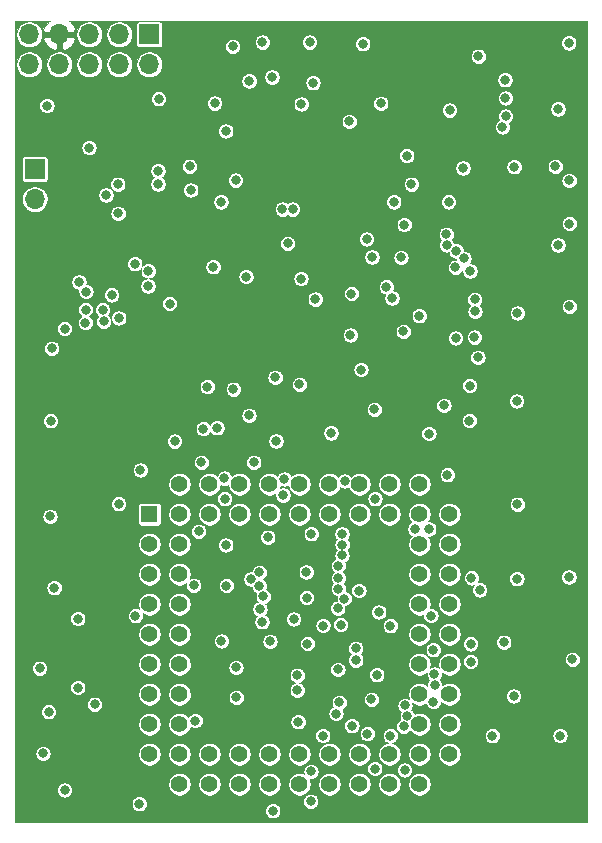
<source format=gbr>
G04 #@! TF.GenerationSoftware,KiCad,Pcbnew,(5.1.8)-1*
G04 #@! TF.CreationDate,2021-01-30T15:14:52+00:00*
G04 #@! TF.ProjectId,ElectronULA,456c6563-7472-46f6-9e55-4c412e6b6963,rev?*
G04 #@! TF.SameCoordinates,Original*
G04 #@! TF.FileFunction,Copper,L2,Inr*
G04 #@! TF.FilePolarity,Positive*
%FSLAX46Y46*%
G04 Gerber Fmt 4.6, Leading zero omitted, Abs format (unit mm)*
G04 Created by KiCad (PCBNEW (5.1.8)-1) date 2021-01-30 15:14:52*
%MOMM*%
%LPD*%
G01*
G04 APERTURE LIST*
G04 #@! TA.AperFunction,ComponentPad*
%ADD10O,1.700000X1.700000*%
G04 #@! TD*
G04 #@! TA.AperFunction,ComponentPad*
%ADD11R,1.700000X1.700000*%
G04 #@! TD*
G04 #@! TA.AperFunction,ComponentPad*
%ADD12C,1.422400*%
G04 #@! TD*
G04 #@! TA.AperFunction,ComponentPad*
%ADD13R,1.422400X1.422400*%
G04 #@! TD*
G04 #@! TA.AperFunction,ViaPad*
%ADD14C,0.800000*%
G04 #@! TD*
G04 #@! TA.AperFunction,Conductor*
%ADD15C,0.100000*%
G04 #@! TD*
G04 #@! TA.AperFunction,Conductor*
%ADD16C,0.150000*%
G04 #@! TD*
G04 APERTURE END LIST*
D10*
X131620260Y-71653400D03*
D11*
X131620260Y-69113400D03*
D10*
X131165600Y-60251340D03*
X131165600Y-57711340D03*
X133705600Y-60251340D03*
X133705600Y-57711340D03*
X136245600Y-60251340D03*
X136245600Y-57711340D03*
X138785600Y-60251340D03*
X138785600Y-57711340D03*
X141325600Y-60251340D03*
D11*
X141325600Y-57711340D03*
D12*
X166738300Y-98336100D03*
X166738300Y-100876100D03*
X166738300Y-103416100D03*
X166738300Y-105956100D03*
X166738300Y-108496100D03*
X166738300Y-111036100D03*
X166738300Y-113576100D03*
X166738300Y-116116100D03*
X164198300Y-95796100D03*
X164198300Y-100876100D03*
X164198300Y-103416100D03*
X164198300Y-105956100D03*
X164198300Y-108496100D03*
X164198300Y-111036100D03*
X164198300Y-113576100D03*
X164198300Y-116116100D03*
X164198300Y-118656100D03*
X164198300Y-121196100D03*
X161658300Y-121196100D03*
X159118300Y-121196100D03*
X156578300Y-121196100D03*
X154038300Y-121196100D03*
X151498300Y-121196100D03*
X148958300Y-121196100D03*
X146418300Y-121196100D03*
X143878300Y-121196100D03*
X166738300Y-118656100D03*
X161658300Y-118656100D03*
X159118300Y-118656100D03*
X156578300Y-118656100D03*
X154038300Y-118656100D03*
X151498300Y-118656100D03*
X148958300Y-118656100D03*
X146418300Y-118656100D03*
X143878300Y-118656100D03*
X141338300Y-118656100D03*
X141338300Y-116116100D03*
X141338300Y-113576100D03*
X141338300Y-111036100D03*
X141338300Y-108496100D03*
X141338300Y-105956100D03*
X141338300Y-103416100D03*
X141338300Y-100876100D03*
D13*
X141338300Y-98336100D03*
D12*
X143878300Y-116116100D03*
X143878300Y-113576100D03*
X143878300Y-111036100D03*
X143878300Y-108496100D03*
X143878300Y-105956100D03*
X143878300Y-103416100D03*
X143878300Y-100876100D03*
X143878300Y-98336100D03*
X161658300Y-95796100D03*
X159118300Y-95796100D03*
X156578300Y-95796100D03*
X143878300Y-95796100D03*
X146418300Y-95796100D03*
X148958300Y-95796100D03*
X151498300Y-95796100D03*
X154038300Y-95796100D03*
X164198300Y-98336100D03*
X161658300Y-98336100D03*
X159118300Y-98336100D03*
X156578300Y-98336100D03*
X146418300Y-98336100D03*
X148958300Y-98336100D03*
X151498300Y-98336100D03*
X154038300Y-98336100D03*
D14*
X153547200Y-107201000D03*
X143467200Y-92147560D03*
X153927200Y-115911000D03*
X154717199Y-109280999D03*
X155036520Y-99989640D03*
X148440140Y-87751920D03*
X141237200Y-77731000D03*
X168524587Y-109310817D03*
X171335700Y-109171740D03*
X156317200Y-84981000D03*
X147827198Y-116501000D03*
X160607200Y-100131000D03*
X156976190Y-109980062D03*
X160640397Y-109472038D03*
X143477200Y-86447560D03*
X144807200Y-64121000D03*
X144907200Y-62181000D03*
X145637200Y-61081000D03*
X158697200Y-61411000D03*
X160077200Y-61411000D03*
X163637200Y-61871000D03*
X177170080Y-109352078D03*
X151777700Y-76133960D03*
X149715220Y-76149200D03*
X151673560Y-64439800D03*
X153418540Y-61493400D03*
X144866360Y-65859660D03*
X144861280Y-76852780D03*
X144871440Y-78300580D03*
X144861280Y-79331820D03*
X145336260Y-79888080D03*
X146883120Y-79888082D03*
X152366980Y-79918560D03*
X151384000Y-79903320D03*
X160200340Y-79931260D03*
X163121340Y-79154020D03*
X163774120Y-80261460D03*
X163240720Y-75031600D03*
X163238180Y-69207380D03*
X163291520Y-64449960D03*
X147888960Y-61292738D03*
X145760440Y-58234580D03*
X172679360Y-65743590D03*
X176875440Y-65743590D03*
X138099800Y-95651320D03*
X145467198Y-107141510D03*
X142007221Y-72822913D03*
X138595100Y-108150660D03*
X176169320Y-122306080D03*
X165597840Y-93987620D03*
X156088080Y-76540360D03*
X138582400Y-103197660D03*
X167726360Y-62097920D03*
X173045120Y-62895480D03*
X162942210Y-61331000D03*
X136997440Y-79298800D03*
X136047480Y-77170280D03*
X147068540Y-68531740D03*
X168536620Y-110807500D03*
X163812220Y-99593400D03*
X132044440Y-111376460D03*
X162935920Y-119992140D03*
X160136840Y-114005360D03*
X158473140Y-116243100D03*
X157518100Y-107675680D03*
X148667200Y-111311000D03*
X147847200Y-104371000D03*
X147797200Y-100941000D03*
X154609800Y-103230680D03*
X147707200Y-97021000D03*
X147687200Y-95281000D03*
X150167340Y-93939360D03*
X145740120Y-93949520D03*
X138724640Y-97449640D03*
X160427200Y-97021000D03*
X156705300Y-91445080D03*
X152054560Y-92143580D03*
X166557960Y-94996000D03*
X147794980Y-65887600D03*
X158249620Y-65079880D03*
X160926780Y-63545720D03*
X162026600Y-71887080D03*
X161394140Y-79082900D03*
X160182560Y-76563220D03*
X158437580Y-79649320D03*
X146730720Y-77386180D03*
X148625560Y-70050660D03*
X149766020Y-89964260D03*
X146232880Y-87536020D03*
X154040840Y-87337900D03*
X153456640Y-72506840D03*
X152593040Y-72506840D03*
X149522180Y-78214220D03*
X153035000Y-75412600D03*
X176093120Y-117083840D03*
X161734500Y-117081300D03*
X156016960Y-117081300D03*
X156034740Y-107756960D03*
X161737040Y-107774740D03*
X147431760Y-109077760D03*
X151538940Y-109100620D03*
X151356060Y-100284280D03*
X151980900Y-86743540D03*
X162905440Y-73820020D03*
X163121340Y-67978020D03*
X159397700Y-58506360D03*
X150893780Y-58366660D03*
X146857720Y-63533020D03*
X159717740Y-75023980D03*
X162641280Y-76593700D03*
X176890680Y-73720960D03*
X176870360Y-70078600D03*
X175922940Y-64015620D03*
X147393660Y-71887080D03*
X164993320Y-91506040D03*
X159245300Y-86085680D03*
X154637740Y-105394760D03*
X153852880Y-111970820D03*
X148691600Y-113847880D03*
X154193240Y-63599060D03*
X154172920Y-78386940D03*
X142105380Y-63159640D03*
X166263320Y-89123520D03*
X170373040Y-117088920D03*
X145079720Y-104358440D03*
X145505737Y-99781762D03*
X132793740Y-115064540D03*
X136217660Y-67302380D03*
X132654040Y-63741300D03*
X176844960Y-58425080D03*
X169184320Y-59563000D03*
X176890680Y-80741520D03*
X175935640Y-75534520D03*
X176847500Y-103642160D03*
X167886380Y-69024500D03*
X166745920Y-64122300D03*
X138653520Y-70396100D03*
X138686540Y-72859900D03*
X154894280Y-58364120D03*
X145896945Y-91087162D03*
X172217080Y-68920360D03*
X175696880Y-68889880D03*
X134147560Y-82621120D03*
X135364258Y-78682001D03*
X135925560Y-81005680D03*
X141217200Y-79011000D03*
X167253920Y-83416140D03*
X164175440Y-81536540D03*
X169141140Y-85054440D03*
X168851580Y-83342480D03*
X159783780Y-116911120D03*
X168450260Y-87442040D03*
X168419780Y-90406220D03*
X133057900Y-84287360D03*
X132963920Y-90426540D03*
X132920740Y-98511360D03*
X133271260Y-104559100D03*
X172488860Y-81305400D03*
X172427900Y-88755220D03*
X172486320Y-97492820D03*
X172445680Y-103794560D03*
X172176440Y-113725960D03*
X132316220Y-118592600D03*
X134152640Y-121678700D03*
X140469620Y-122852180D03*
X151780240Y-123441460D03*
X145211800Y-115811300D03*
X140154660Y-106936540D03*
X150630870Y-104396039D03*
X150651764Y-103260149D03*
X150860760Y-107440990D03*
X153847200Y-113231000D03*
X152638760Y-96718120D03*
X149938181Y-103815161D03*
X150693120Y-106370120D03*
X150975446Y-105295669D03*
X158793180Y-109687360D03*
X157280542Y-106296504D03*
X138734800Y-81711800D03*
X137462260Y-82011520D03*
X135270240Y-107177840D03*
X135270239Y-113007139D03*
X136687560Y-114427000D03*
X157289500Y-111480600D03*
X160418780Y-119867680D03*
X135915398Y-82113120D03*
X154983180Y-122643900D03*
X157408880Y-114269520D03*
X157139453Y-115211532D03*
X155018401Y-120109319D03*
X157336470Y-104630443D03*
X157336470Y-103726435D03*
X152757200Y-95361000D03*
X140566140Y-94589600D03*
X135961120Y-79480390D03*
X157639794Y-101822062D03*
X157646247Y-100014177D03*
X157830520Y-105478580D03*
X159066186Y-104796238D03*
X158803340Y-110688120D03*
X157857200Y-95521000D03*
X160377200Y-89461000D03*
X158347202Y-83161000D03*
X157337560Y-102682820D03*
X157653722Y-100918158D03*
X147047200Y-91017560D03*
X177149760Y-110629700D03*
X161881820Y-80025240D03*
X169298620Y-104736900D03*
X162849560Y-116306600D03*
X166476680Y-74640440D03*
X165379400Y-114207270D03*
X167960040Y-76667360D03*
X162966400Y-114528600D03*
X167304720Y-76037440D03*
X163169600Y-115432840D03*
X166502080Y-75544680D03*
X164990780Y-99580700D03*
X162829240Y-82862420D03*
X160751520Y-106606340D03*
X168602660Y-103720900D03*
X165481000Y-112801400D03*
X167248840Y-77426010D03*
X163512500Y-70393560D03*
X165361620Y-109809280D03*
X155379420Y-80124300D03*
X165465760Y-111876840D03*
X168473120Y-77749400D03*
X165163500Y-106916220D03*
X168902380Y-81170780D03*
X166658310Y-71887080D03*
X142062200Y-70370700D03*
X151719280Y-61328300D03*
X149778720Y-61644560D03*
X148380824Y-58731282D03*
X155188920Y-61802040D03*
X137657734Y-71315990D03*
X142067280Y-69258180D03*
X144830800Y-70881240D03*
X171226480Y-65552320D03*
X171485560Y-64632840D03*
X171475400Y-63088520D03*
X171434760Y-61554360D03*
X144729200Y-68874640D03*
X138137200Y-79761000D03*
X140097200Y-77131000D03*
X137377200Y-81031000D03*
X143037200Y-80501000D03*
X160583880Y-111922560D03*
X168866820Y-80147160D03*
D15*
X132926165Y-56546836D02*
X132821053Y-56615866D01*
X132624333Y-56809482D01*
X132469166Y-57037756D01*
X132361514Y-57291915D01*
X132451949Y-57507340D01*
X133501600Y-57507340D01*
X133501600Y-57487340D01*
X133909600Y-57487340D01*
X133909600Y-57507340D01*
X134959251Y-57507340D01*
X135049686Y-57291915D01*
X134942034Y-57037756D01*
X134786867Y-56809482D01*
X134590147Y-56615866D01*
X134485651Y-56547240D01*
X178386790Y-56558628D01*
X178408831Y-124395820D01*
X129975032Y-124395820D01*
X129975105Y-122788161D01*
X139819620Y-122788161D01*
X139819620Y-122916199D01*
X139844599Y-123041778D01*
X139893598Y-123160070D01*
X139964732Y-123266531D01*
X140055269Y-123357068D01*
X140161730Y-123428202D01*
X140280022Y-123477201D01*
X140405601Y-123502180D01*
X140533639Y-123502180D01*
X140659218Y-123477201D01*
X140777510Y-123428202D01*
X140853480Y-123377441D01*
X151130240Y-123377441D01*
X151130240Y-123505479D01*
X151155219Y-123631058D01*
X151204218Y-123749350D01*
X151275352Y-123855811D01*
X151365889Y-123946348D01*
X151472350Y-124017482D01*
X151590642Y-124066481D01*
X151716221Y-124091460D01*
X151844259Y-124091460D01*
X151969838Y-124066481D01*
X152088130Y-124017482D01*
X152194591Y-123946348D01*
X152285128Y-123855811D01*
X152356262Y-123749350D01*
X152405261Y-123631058D01*
X152430240Y-123505479D01*
X152430240Y-123377441D01*
X152405261Y-123251862D01*
X152356262Y-123133570D01*
X152285128Y-123027109D01*
X152194591Y-122936572D01*
X152088130Y-122865438D01*
X151969838Y-122816439D01*
X151844259Y-122791460D01*
X151716221Y-122791460D01*
X151590642Y-122816439D01*
X151472350Y-122865438D01*
X151365889Y-122936572D01*
X151275352Y-123027109D01*
X151204218Y-123133570D01*
X151155219Y-123251862D01*
X151130240Y-123377441D01*
X140853480Y-123377441D01*
X140883971Y-123357068D01*
X140974508Y-123266531D01*
X141045642Y-123160070D01*
X141094641Y-123041778D01*
X141119620Y-122916199D01*
X141119620Y-122788161D01*
X141094641Y-122662582D01*
X141060385Y-122579881D01*
X154333180Y-122579881D01*
X154333180Y-122707919D01*
X154358159Y-122833498D01*
X154407158Y-122951790D01*
X154478292Y-123058251D01*
X154568829Y-123148788D01*
X154675290Y-123219922D01*
X154793582Y-123268921D01*
X154919161Y-123293900D01*
X155047199Y-123293900D01*
X155172778Y-123268921D01*
X155291070Y-123219922D01*
X155397531Y-123148788D01*
X155488068Y-123058251D01*
X155559202Y-122951790D01*
X155608201Y-122833498D01*
X155633180Y-122707919D01*
X155633180Y-122579881D01*
X155608201Y-122454302D01*
X155559202Y-122336010D01*
X155488068Y-122229549D01*
X155397531Y-122139012D01*
X155291070Y-122067878D01*
X155172778Y-122018879D01*
X155047199Y-121993900D01*
X154919161Y-121993900D01*
X154793582Y-122018879D01*
X154675290Y-122067878D01*
X154568829Y-122139012D01*
X154478292Y-122229549D01*
X154407158Y-122336010D01*
X154358159Y-122454302D01*
X154333180Y-122579881D01*
X141060385Y-122579881D01*
X141045642Y-122544290D01*
X140974508Y-122437829D01*
X140883971Y-122347292D01*
X140777510Y-122276158D01*
X140659218Y-122227159D01*
X140533639Y-122202180D01*
X140405601Y-122202180D01*
X140280022Y-122227159D01*
X140161730Y-122276158D01*
X140055269Y-122347292D01*
X139964732Y-122437829D01*
X139893598Y-122544290D01*
X139844599Y-122662582D01*
X139819620Y-122788161D01*
X129975105Y-122788161D01*
X129975160Y-121614681D01*
X133502640Y-121614681D01*
X133502640Y-121742719D01*
X133527619Y-121868298D01*
X133576618Y-121986590D01*
X133647752Y-122093051D01*
X133738289Y-122183588D01*
X133844750Y-122254722D01*
X133963042Y-122303721D01*
X134088621Y-122328700D01*
X134216659Y-122328700D01*
X134342238Y-122303721D01*
X134460530Y-122254722D01*
X134566991Y-122183588D01*
X134657528Y-122093051D01*
X134728662Y-121986590D01*
X134777661Y-121868298D01*
X134802640Y-121742719D01*
X134802640Y-121614681D01*
X134777661Y-121489102D01*
X134728662Y-121370810D01*
X134657528Y-121264349D01*
X134566991Y-121173812D01*
X134460530Y-121102678D01*
X134457518Y-121101430D01*
X142917100Y-121101430D01*
X142917100Y-121290770D01*
X142954038Y-121476472D01*
X143026495Y-121651399D01*
X143131687Y-121808829D01*
X143265571Y-121942713D01*
X143423001Y-122047905D01*
X143597928Y-122120362D01*
X143783630Y-122157300D01*
X143972970Y-122157300D01*
X144158672Y-122120362D01*
X144333599Y-122047905D01*
X144491029Y-121942713D01*
X144624913Y-121808829D01*
X144730105Y-121651399D01*
X144802562Y-121476472D01*
X144839500Y-121290770D01*
X144839500Y-121101430D01*
X145457100Y-121101430D01*
X145457100Y-121290770D01*
X145494038Y-121476472D01*
X145566495Y-121651399D01*
X145671687Y-121808829D01*
X145805571Y-121942713D01*
X145963001Y-122047905D01*
X146137928Y-122120362D01*
X146323630Y-122157300D01*
X146512970Y-122157300D01*
X146698672Y-122120362D01*
X146873599Y-122047905D01*
X147031029Y-121942713D01*
X147164913Y-121808829D01*
X147270105Y-121651399D01*
X147342562Y-121476472D01*
X147379500Y-121290770D01*
X147379500Y-121101430D01*
X147997100Y-121101430D01*
X147997100Y-121290770D01*
X148034038Y-121476472D01*
X148106495Y-121651399D01*
X148211687Y-121808829D01*
X148345571Y-121942713D01*
X148503001Y-122047905D01*
X148677928Y-122120362D01*
X148863630Y-122157300D01*
X149052970Y-122157300D01*
X149238672Y-122120362D01*
X149413599Y-122047905D01*
X149571029Y-121942713D01*
X149704913Y-121808829D01*
X149810105Y-121651399D01*
X149882562Y-121476472D01*
X149919500Y-121290770D01*
X149919500Y-121101430D01*
X150537100Y-121101430D01*
X150537100Y-121290770D01*
X150574038Y-121476472D01*
X150646495Y-121651399D01*
X150751687Y-121808829D01*
X150885571Y-121942713D01*
X151043001Y-122047905D01*
X151217928Y-122120362D01*
X151403630Y-122157300D01*
X151592970Y-122157300D01*
X151778672Y-122120362D01*
X151953599Y-122047905D01*
X152111029Y-121942713D01*
X152244913Y-121808829D01*
X152350105Y-121651399D01*
X152422562Y-121476472D01*
X152459500Y-121290770D01*
X152459500Y-121101430D01*
X153077100Y-121101430D01*
X153077100Y-121290770D01*
X153114038Y-121476472D01*
X153186495Y-121651399D01*
X153291687Y-121808829D01*
X153425571Y-121942713D01*
X153583001Y-122047905D01*
X153757928Y-122120362D01*
X153943630Y-122157300D01*
X154132970Y-122157300D01*
X154318672Y-122120362D01*
X154493599Y-122047905D01*
X154651029Y-121942713D01*
X154784913Y-121808829D01*
X154890105Y-121651399D01*
X154962562Y-121476472D01*
X154999500Y-121290770D01*
X154999500Y-121101430D01*
X155617100Y-121101430D01*
X155617100Y-121290770D01*
X155654038Y-121476472D01*
X155726495Y-121651399D01*
X155831687Y-121808829D01*
X155965571Y-121942713D01*
X156123001Y-122047905D01*
X156297928Y-122120362D01*
X156483630Y-122157300D01*
X156672970Y-122157300D01*
X156858672Y-122120362D01*
X157033599Y-122047905D01*
X157191029Y-121942713D01*
X157324913Y-121808829D01*
X157430105Y-121651399D01*
X157502562Y-121476472D01*
X157539500Y-121290770D01*
X157539500Y-121101430D01*
X158157100Y-121101430D01*
X158157100Y-121290770D01*
X158194038Y-121476472D01*
X158266495Y-121651399D01*
X158371687Y-121808829D01*
X158505571Y-121942713D01*
X158663001Y-122047905D01*
X158837928Y-122120362D01*
X159023630Y-122157300D01*
X159212970Y-122157300D01*
X159398672Y-122120362D01*
X159573599Y-122047905D01*
X159731029Y-121942713D01*
X159864913Y-121808829D01*
X159970105Y-121651399D01*
X160042562Y-121476472D01*
X160079500Y-121290770D01*
X160079500Y-121101430D01*
X160697100Y-121101430D01*
X160697100Y-121290770D01*
X160734038Y-121476472D01*
X160806495Y-121651399D01*
X160911687Y-121808829D01*
X161045571Y-121942713D01*
X161203001Y-122047905D01*
X161377928Y-122120362D01*
X161563630Y-122157300D01*
X161752970Y-122157300D01*
X161938672Y-122120362D01*
X162113599Y-122047905D01*
X162271029Y-121942713D01*
X162404913Y-121808829D01*
X162510105Y-121651399D01*
X162582562Y-121476472D01*
X162619500Y-121290770D01*
X162619500Y-121101430D01*
X163237100Y-121101430D01*
X163237100Y-121290770D01*
X163274038Y-121476472D01*
X163346495Y-121651399D01*
X163451687Y-121808829D01*
X163585571Y-121942713D01*
X163743001Y-122047905D01*
X163917928Y-122120362D01*
X164103630Y-122157300D01*
X164292970Y-122157300D01*
X164478672Y-122120362D01*
X164653599Y-122047905D01*
X164811029Y-121942713D01*
X164944913Y-121808829D01*
X165050105Y-121651399D01*
X165122562Y-121476472D01*
X165159500Y-121290770D01*
X165159500Y-121101430D01*
X165122562Y-120915728D01*
X165050105Y-120740801D01*
X164944913Y-120583371D01*
X164811029Y-120449487D01*
X164653599Y-120344295D01*
X164478672Y-120271838D01*
X164292970Y-120234900D01*
X164103630Y-120234900D01*
X163917928Y-120271838D01*
X163743001Y-120344295D01*
X163585571Y-120449487D01*
X163451687Y-120583371D01*
X163346495Y-120740801D01*
X163274038Y-120915728D01*
X163237100Y-121101430D01*
X162619500Y-121101430D01*
X162582562Y-120915728D01*
X162510105Y-120740801D01*
X162404913Y-120583371D01*
X162271029Y-120449487D01*
X162113599Y-120344295D01*
X161938672Y-120271838D01*
X161752970Y-120234900D01*
X161563630Y-120234900D01*
X161377928Y-120271838D01*
X161203001Y-120344295D01*
X161045571Y-120449487D01*
X160911687Y-120583371D01*
X160806495Y-120740801D01*
X160734038Y-120915728D01*
X160697100Y-121101430D01*
X160079500Y-121101430D01*
X160042562Y-120915728D01*
X159970105Y-120740801D01*
X159864913Y-120583371D01*
X159731029Y-120449487D01*
X159573599Y-120344295D01*
X159398672Y-120271838D01*
X159212970Y-120234900D01*
X159023630Y-120234900D01*
X158837928Y-120271838D01*
X158663001Y-120344295D01*
X158505571Y-120449487D01*
X158371687Y-120583371D01*
X158266495Y-120740801D01*
X158194038Y-120915728D01*
X158157100Y-121101430D01*
X157539500Y-121101430D01*
X157502562Y-120915728D01*
X157430105Y-120740801D01*
X157324913Y-120583371D01*
X157191029Y-120449487D01*
X157033599Y-120344295D01*
X156858672Y-120271838D01*
X156672970Y-120234900D01*
X156483630Y-120234900D01*
X156297928Y-120271838D01*
X156123001Y-120344295D01*
X155965571Y-120449487D01*
X155831687Y-120583371D01*
X155726495Y-120740801D01*
X155654038Y-120915728D01*
X155617100Y-121101430D01*
X154999500Y-121101430D01*
X154962562Y-120915728D01*
X154892693Y-120747048D01*
X154954382Y-120759319D01*
X155082420Y-120759319D01*
X155207999Y-120734340D01*
X155326291Y-120685341D01*
X155432752Y-120614207D01*
X155523289Y-120523670D01*
X155594423Y-120417209D01*
X155643422Y-120298917D01*
X155668401Y-120173338D01*
X155668401Y-120045300D01*
X155643422Y-119919721D01*
X155595348Y-119803661D01*
X159768780Y-119803661D01*
X159768780Y-119931699D01*
X159793759Y-120057278D01*
X159842758Y-120175570D01*
X159913892Y-120282031D01*
X160004429Y-120372568D01*
X160110890Y-120443702D01*
X160229182Y-120492701D01*
X160354761Y-120517680D01*
X160482799Y-120517680D01*
X160608378Y-120492701D01*
X160726670Y-120443702D01*
X160833131Y-120372568D01*
X160923668Y-120282031D01*
X160994802Y-120175570D01*
X161043801Y-120057278D01*
X161068780Y-119931699D01*
X161068780Y-119928121D01*
X162285920Y-119928121D01*
X162285920Y-120056159D01*
X162310899Y-120181738D01*
X162359898Y-120300030D01*
X162431032Y-120406491D01*
X162521569Y-120497028D01*
X162628030Y-120568162D01*
X162746322Y-120617161D01*
X162871901Y-120642140D01*
X162999939Y-120642140D01*
X163125518Y-120617161D01*
X163243810Y-120568162D01*
X163350271Y-120497028D01*
X163440808Y-120406491D01*
X163511942Y-120300030D01*
X163560941Y-120181738D01*
X163585920Y-120056159D01*
X163585920Y-119928121D01*
X163560941Y-119802542D01*
X163511942Y-119684250D01*
X163440808Y-119577789D01*
X163350271Y-119487252D01*
X163243810Y-119416118D01*
X163125518Y-119367119D01*
X162999939Y-119342140D01*
X162871901Y-119342140D01*
X162746322Y-119367119D01*
X162628030Y-119416118D01*
X162521569Y-119487252D01*
X162431032Y-119577789D01*
X162359898Y-119684250D01*
X162310899Y-119802542D01*
X162285920Y-119928121D01*
X161068780Y-119928121D01*
X161068780Y-119803661D01*
X161043801Y-119678082D01*
X160994802Y-119559790D01*
X160923668Y-119453329D01*
X160833131Y-119362792D01*
X160726670Y-119291658D01*
X160608378Y-119242659D01*
X160482799Y-119217680D01*
X160354761Y-119217680D01*
X160229182Y-119242659D01*
X160110890Y-119291658D01*
X160004429Y-119362792D01*
X159913892Y-119453329D01*
X159842758Y-119559790D01*
X159793759Y-119678082D01*
X159768780Y-119803661D01*
X155595348Y-119803661D01*
X155594423Y-119801429D01*
X155523289Y-119694968D01*
X155432752Y-119604431D01*
X155326291Y-119533297D01*
X155207999Y-119484298D01*
X155082420Y-119459319D01*
X154954382Y-119459319D01*
X154828803Y-119484298D01*
X154710511Y-119533297D01*
X154604050Y-119604431D01*
X154513513Y-119694968D01*
X154442379Y-119801429D01*
X154393380Y-119919721D01*
X154368401Y-120045300D01*
X154368401Y-120173338D01*
X154393380Y-120298917D01*
X154395313Y-120303584D01*
X154318672Y-120271838D01*
X154132970Y-120234900D01*
X153943630Y-120234900D01*
X153757928Y-120271838D01*
X153583001Y-120344295D01*
X153425571Y-120449487D01*
X153291687Y-120583371D01*
X153186495Y-120740801D01*
X153114038Y-120915728D01*
X153077100Y-121101430D01*
X152459500Y-121101430D01*
X152422562Y-120915728D01*
X152350105Y-120740801D01*
X152244913Y-120583371D01*
X152111029Y-120449487D01*
X151953599Y-120344295D01*
X151778672Y-120271838D01*
X151592970Y-120234900D01*
X151403630Y-120234900D01*
X151217928Y-120271838D01*
X151043001Y-120344295D01*
X150885571Y-120449487D01*
X150751687Y-120583371D01*
X150646495Y-120740801D01*
X150574038Y-120915728D01*
X150537100Y-121101430D01*
X149919500Y-121101430D01*
X149882562Y-120915728D01*
X149810105Y-120740801D01*
X149704913Y-120583371D01*
X149571029Y-120449487D01*
X149413599Y-120344295D01*
X149238672Y-120271838D01*
X149052970Y-120234900D01*
X148863630Y-120234900D01*
X148677928Y-120271838D01*
X148503001Y-120344295D01*
X148345571Y-120449487D01*
X148211687Y-120583371D01*
X148106495Y-120740801D01*
X148034038Y-120915728D01*
X147997100Y-121101430D01*
X147379500Y-121101430D01*
X147342562Y-120915728D01*
X147270105Y-120740801D01*
X147164913Y-120583371D01*
X147031029Y-120449487D01*
X146873599Y-120344295D01*
X146698672Y-120271838D01*
X146512970Y-120234900D01*
X146323630Y-120234900D01*
X146137928Y-120271838D01*
X145963001Y-120344295D01*
X145805571Y-120449487D01*
X145671687Y-120583371D01*
X145566495Y-120740801D01*
X145494038Y-120915728D01*
X145457100Y-121101430D01*
X144839500Y-121101430D01*
X144802562Y-120915728D01*
X144730105Y-120740801D01*
X144624913Y-120583371D01*
X144491029Y-120449487D01*
X144333599Y-120344295D01*
X144158672Y-120271838D01*
X143972970Y-120234900D01*
X143783630Y-120234900D01*
X143597928Y-120271838D01*
X143423001Y-120344295D01*
X143265571Y-120449487D01*
X143131687Y-120583371D01*
X143026495Y-120740801D01*
X142954038Y-120915728D01*
X142917100Y-121101430D01*
X134457518Y-121101430D01*
X134342238Y-121053679D01*
X134216659Y-121028700D01*
X134088621Y-121028700D01*
X133963042Y-121053679D01*
X133844750Y-121102678D01*
X133738289Y-121173812D01*
X133647752Y-121264349D01*
X133576618Y-121370810D01*
X133527619Y-121489102D01*
X133502640Y-121614681D01*
X129975160Y-121614681D01*
X129975304Y-118528581D01*
X131666220Y-118528581D01*
X131666220Y-118656619D01*
X131691199Y-118782198D01*
X131740198Y-118900490D01*
X131811332Y-119006951D01*
X131901869Y-119097488D01*
X132008330Y-119168622D01*
X132126622Y-119217621D01*
X132252201Y-119242600D01*
X132380239Y-119242600D01*
X132505818Y-119217621D01*
X132624110Y-119168622D01*
X132730571Y-119097488D01*
X132821108Y-119006951D01*
X132892242Y-118900490D01*
X132941241Y-118782198D01*
X132966220Y-118656619D01*
X132966220Y-118561430D01*
X140377100Y-118561430D01*
X140377100Y-118750770D01*
X140414038Y-118936472D01*
X140486495Y-119111399D01*
X140591687Y-119268829D01*
X140725571Y-119402713D01*
X140883001Y-119507905D01*
X141057928Y-119580362D01*
X141243630Y-119617300D01*
X141432970Y-119617300D01*
X141618672Y-119580362D01*
X141793599Y-119507905D01*
X141951029Y-119402713D01*
X142084913Y-119268829D01*
X142190105Y-119111399D01*
X142262562Y-118936472D01*
X142299500Y-118750770D01*
X142299500Y-118561430D01*
X142917100Y-118561430D01*
X142917100Y-118750770D01*
X142954038Y-118936472D01*
X143026495Y-119111399D01*
X143131687Y-119268829D01*
X143265571Y-119402713D01*
X143423001Y-119507905D01*
X143597928Y-119580362D01*
X143783630Y-119617300D01*
X143972970Y-119617300D01*
X144158672Y-119580362D01*
X144333599Y-119507905D01*
X144491029Y-119402713D01*
X144624913Y-119268829D01*
X144730105Y-119111399D01*
X144802562Y-118936472D01*
X144839500Y-118750770D01*
X144839500Y-118561430D01*
X145457100Y-118561430D01*
X145457100Y-118750770D01*
X145494038Y-118936472D01*
X145566495Y-119111399D01*
X145671687Y-119268829D01*
X145805571Y-119402713D01*
X145963001Y-119507905D01*
X146137928Y-119580362D01*
X146323630Y-119617300D01*
X146512970Y-119617300D01*
X146698672Y-119580362D01*
X146873599Y-119507905D01*
X147031029Y-119402713D01*
X147164913Y-119268829D01*
X147270105Y-119111399D01*
X147342562Y-118936472D01*
X147379500Y-118750770D01*
X147379500Y-118561430D01*
X147997100Y-118561430D01*
X147997100Y-118750770D01*
X148034038Y-118936472D01*
X148106495Y-119111399D01*
X148211687Y-119268829D01*
X148345571Y-119402713D01*
X148503001Y-119507905D01*
X148677928Y-119580362D01*
X148863630Y-119617300D01*
X149052970Y-119617300D01*
X149238672Y-119580362D01*
X149413599Y-119507905D01*
X149571029Y-119402713D01*
X149704913Y-119268829D01*
X149810105Y-119111399D01*
X149882562Y-118936472D01*
X149919500Y-118750770D01*
X149919500Y-118561430D01*
X150537100Y-118561430D01*
X150537100Y-118750770D01*
X150574038Y-118936472D01*
X150646495Y-119111399D01*
X150751687Y-119268829D01*
X150885571Y-119402713D01*
X151043001Y-119507905D01*
X151217928Y-119580362D01*
X151403630Y-119617300D01*
X151592970Y-119617300D01*
X151778672Y-119580362D01*
X151953599Y-119507905D01*
X152111029Y-119402713D01*
X152244913Y-119268829D01*
X152350105Y-119111399D01*
X152422562Y-118936472D01*
X152459500Y-118750770D01*
X152459500Y-118561430D01*
X153077100Y-118561430D01*
X153077100Y-118750770D01*
X153114038Y-118936472D01*
X153186495Y-119111399D01*
X153291687Y-119268829D01*
X153425571Y-119402713D01*
X153583001Y-119507905D01*
X153757928Y-119580362D01*
X153943630Y-119617300D01*
X154132970Y-119617300D01*
X154318672Y-119580362D01*
X154493599Y-119507905D01*
X154651029Y-119402713D01*
X154784913Y-119268829D01*
X154890105Y-119111399D01*
X154962562Y-118936472D01*
X154999500Y-118750770D01*
X154999500Y-118561430D01*
X155617100Y-118561430D01*
X155617100Y-118750770D01*
X155654038Y-118936472D01*
X155726495Y-119111399D01*
X155831687Y-119268829D01*
X155965571Y-119402713D01*
X156123001Y-119507905D01*
X156297928Y-119580362D01*
X156483630Y-119617300D01*
X156672970Y-119617300D01*
X156858672Y-119580362D01*
X157033599Y-119507905D01*
X157191029Y-119402713D01*
X157324913Y-119268829D01*
X157430105Y-119111399D01*
X157502562Y-118936472D01*
X157539500Y-118750770D01*
X157539500Y-118561430D01*
X158157100Y-118561430D01*
X158157100Y-118750770D01*
X158194038Y-118936472D01*
X158266495Y-119111399D01*
X158371687Y-119268829D01*
X158505571Y-119402713D01*
X158663001Y-119507905D01*
X158837928Y-119580362D01*
X159023630Y-119617300D01*
X159212970Y-119617300D01*
X159398672Y-119580362D01*
X159573599Y-119507905D01*
X159731029Y-119402713D01*
X159864913Y-119268829D01*
X159970105Y-119111399D01*
X160042562Y-118936472D01*
X160079500Y-118750770D01*
X160079500Y-118561430D01*
X160697100Y-118561430D01*
X160697100Y-118750770D01*
X160734038Y-118936472D01*
X160806495Y-119111399D01*
X160911687Y-119268829D01*
X161045571Y-119402713D01*
X161203001Y-119507905D01*
X161377928Y-119580362D01*
X161563630Y-119617300D01*
X161752970Y-119617300D01*
X161938672Y-119580362D01*
X162113599Y-119507905D01*
X162271029Y-119402713D01*
X162404913Y-119268829D01*
X162510105Y-119111399D01*
X162582562Y-118936472D01*
X162619500Y-118750770D01*
X162619500Y-118561430D01*
X163237100Y-118561430D01*
X163237100Y-118750770D01*
X163274038Y-118936472D01*
X163346495Y-119111399D01*
X163451687Y-119268829D01*
X163585571Y-119402713D01*
X163743001Y-119507905D01*
X163917928Y-119580362D01*
X164103630Y-119617300D01*
X164292970Y-119617300D01*
X164478672Y-119580362D01*
X164653599Y-119507905D01*
X164811029Y-119402713D01*
X164944913Y-119268829D01*
X165050105Y-119111399D01*
X165122562Y-118936472D01*
X165159500Y-118750770D01*
X165159500Y-118561430D01*
X165777100Y-118561430D01*
X165777100Y-118750770D01*
X165814038Y-118936472D01*
X165886495Y-119111399D01*
X165991687Y-119268829D01*
X166125571Y-119402713D01*
X166283001Y-119507905D01*
X166457928Y-119580362D01*
X166643630Y-119617300D01*
X166832970Y-119617300D01*
X167018672Y-119580362D01*
X167193599Y-119507905D01*
X167351029Y-119402713D01*
X167484913Y-119268829D01*
X167590105Y-119111399D01*
X167662562Y-118936472D01*
X167699500Y-118750770D01*
X167699500Y-118561430D01*
X167662562Y-118375728D01*
X167590105Y-118200801D01*
X167484913Y-118043371D01*
X167351029Y-117909487D01*
X167193599Y-117804295D01*
X167018672Y-117731838D01*
X166832970Y-117694900D01*
X166643630Y-117694900D01*
X166457928Y-117731838D01*
X166283001Y-117804295D01*
X166125571Y-117909487D01*
X165991687Y-118043371D01*
X165886495Y-118200801D01*
X165814038Y-118375728D01*
X165777100Y-118561430D01*
X165159500Y-118561430D01*
X165122562Y-118375728D01*
X165050105Y-118200801D01*
X164944913Y-118043371D01*
X164811029Y-117909487D01*
X164653599Y-117804295D01*
X164478672Y-117731838D01*
X164292970Y-117694900D01*
X164103630Y-117694900D01*
X163917928Y-117731838D01*
X163743001Y-117804295D01*
X163585571Y-117909487D01*
X163451687Y-118043371D01*
X163346495Y-118200801D01*
X163274038Y-118375728D01*
X163237100Y-118561430D01*
X162619500Y-118561430D01*
X162582562Y-118375728D01*
X162510105Y-118200801D01*
X162404913Y-118043371D01*
X162271029Y-117909487D01*
X162113599Y-117804295D01*
X161938672Y-117731838D01*
X161867243Y-117717630D01*
X161924098Y-117706321D01*
X162042390Y-117657322D01*
X162148851Y-117586188D01*
X162239388Y-117495651D01*
X162310522Y-117389190D01*
X162359521Y-117270898D01*
X162384500Y-117145319D01*
X162384500Y-117017281D01*
X162359521Y-116891702D01*
X162310522Y-116773410D01*
X162239388Y-116666949D01*
X162148851Y-116576412D01*
X162042390Y-116505278D01*
X161924098Y-116456279D01*
X161798519Y-116431300D01*
X161670481Y-116431300D01*
X161544902Y-116456279D01*
X161426610Y-116505278D01*
X161320149Y-116576412D01*
X161229612Y-116666949D01*
X161158478Y-116773410D01*
X161109479Y-116891702D01*
X161084500Y-117017281D01*
X161084500Y-117145319D01*
X161109479Y-117270898D01*
X161158478Y-117389190D01*
X161229612Y-117495651D01*
X161320149Y-117586188D01*
X161426610Y-117657322D01*
X161532350Y-117701122D01*
X161377928Y-117731838D01*
X161203001Y-117804295D01*
X161045571Y-117909487D01*
X160911687Y-118043371D01*
X160806495Y-118200801D01*
X160734038Y-118375728D01*
X160697100Y-118561430D01*
X160079500Y-118561430D01*
X160042562Y-118375728D01*
X159970105Y-118200801D01*
X159864913Y-118043371D01*
X159731029Y-117909487D01*
X159573599Y-117804295D01*
X159398672Y-117731838D01*
X159212970Y-117694900D01*
X159023630Y-117694900D01*
X158837928Y-117731838D01*
X158663001Y-117804295D01*
X158505571Y-117909487D01*
X158371687Y-118043371D01*
X158266495Y-118200801D01*
X158194038Y-118375728D01*
X158157100Y-118561430D01*
X157539500Y-118561430D01*
X157502562Y-118375728D01*
X157430105Y-118200801D01*
X157324913Y-118043371D01*
X157191029Y-117909487D01*
X157033599Y-117804295D01*
X156858672Y-117731838D01*
X156672970Y-117694900D01*
X156483630Y-117694900D01*
X156297928Y-117731838D01*
X156123001Y-117804295D01*
X155965571Y-117909487D01*
X155831687Y-118043371D01*
X155726495Y-118200801D01*
X155654038Y-118375728D01*
X155617100Y-118561430D01*
X154999500Y-118561430D01*
X154962562Y-118375728D01*
X154890105Y-118200801D01*
X154784913Y-118043371D01*
X154651029Y-117909487D01*
X154493599Y-117804295D01*
X154318672Y-117731838D01*
X154132970Y-117694900D01*
X153943630Y-117694900D01*
X153757928Y-117731838D01*
X153583001Y-117804295D01*
X153425571Y-117909487D01*
X153291687Y-118043371D01*
X153186495Y-118200801D01*
X153114038Y-118375728D01*
X153077100Y-118561430D01*
X152459500Y-118561430D01*
X152422562Y-118375728D01*
X152350105Y-118200801D01*
X152244913Y-118043371D01*
X152111029Y-117909487D01*
X151953599Y-117804295D01*
X151778672Y-117731838D01*
X151592970Y-117694900D01*
X151403630Y-117694900D01*
X151217928Y-117731838D01*
X151043001Y-117804295D01*
X150885571Y-117909487D01*
X150751687Y-118043371D01*
X150646495Y-118200801D01*
X150574038Y-118375728D01*
X150537100Y-118561430D01*
X149919500Y-118561430D01*
X149882562Y-118375728D01*
X149810105Y-118200801D01*
X149704913Y-118043371D01*
X149571029Y-117909487D01*
X149413599Y-117804295D01*
X149238672Y-117731838D01*
X149052970Y-117694900D01*
X148863630Y-117694900D01*
X148677928Y-117731838D01*
X148503001Y-117804295D01*
X148345571Y-117909487D01*
X148211687Y-118043371D01*
X148106495Y-118200801D01*
X148034038Y-118375728D01*
X147997100Y-118561430D01*
X147379500Y-118561430D01*
X147342562Y-118375728D01*
X147270105Y-118200801D01*
X147164913Y-118043371D01*
X147031029Y-117909487D01*
X146873599Y-117804295D01*
X146698672Y-117731838D01*
X146512970Y-117694900D01*
X146323630Y-117694900D01*
X146137928Y-117731838D01*
X145963001Y-117804295D01*
X145805571Y-117909487D01*
X145671687Y-118043371D01*
X145566495Y-118200801D01*
X145494038Y-118375728D01*
X145457100Y-118561430D01*
X144839500Y-118561430D01*
X144802562Y-118375728D01*
X144730105Y-118200801D01*
X144624913Y-118043371D01*
X144491029Y-117909487D01*
X144333599Y-117804295D01*
X144158672Y-117731838D01*
X143972970Y-117694900D01*
X143783630Y-117694900D01*
X143597928Y-117731838D01*
X143423001Y-117804295D01*
X143265571Y-117909487D01*
X143131687Y-118043371D01*
X143026495Y-118200801D01*
X142954038Y-118375728D01*
X142917100Y-118561430D01*
X142299500Y-118561430D01*
X142262562Y-118375728D01*
X142190105Y-118200801D01*
X142084913Y-118043371D01*
X141951029Y-117909487D01*
X141793599Y-117804295D01*
X141618672Y-117731838D01*
X141432970Y-117694900D01*
X141243630Y-117694900D01*
X141057928Y-117731838D01*
X140883001Y-117804295D01*
X140725571Y-117909487D01*
X140591687Y-118043371D01*
X140486495Y-118200801D01*
X140414038Y-118375728D01*
X140377100Y-118561430D01*
X132966220Y-118561430D01*
X132966220Y-118528581D01*
X132941241Y-118403002D01*
X132892242Y-118284710D01*
X132821108Y-118178249D01*
X132730571Y-118087712D01*
X132624110Y-118016578D01*
X132505818Y-117967579D01*
X132380239Y-117942600D01*
X132252201Y-117942600D01*
X132126622Y-117967579D01*
X132008330Y-118016578D01*
X131901869Y-118087712D01*
X131811332Y-118178249D01*
X131740198Y-118284710D01*
X131691199Y-118403002D01*
X131666220Y-118528581D01*
X129975304Y-118528581D01*
X129975419Y-116021430D01*
X140377100Y-116021430D01*
X140377100Y-116210770D01*
X140414038Y-116396472D01*
X140486495Y-116571399D01*
X140591687Y-116728829D01*
X140725571Y-116862713D01*
X140883001Y-116967905D01*
X141057928Y-117040362D01*
X141243630Y-117077300D01*
X141432970Y-117077300D01*
X141618672Y-117040362D01*
X141793599Y-116967905D01*
X141951029Y-116862713D01*
X142084913Y-116728829D01*
X142190105Y-116571399D01*
X142262562Y-116396472D01*
X142299500Y-116210770D01*
X142299500Y-116021430D01*
X142917100Y-116021430D01*
X142917100Y-116210770D01*
X142954038Y-116396472D01*
X143026495Y-116571399D01*
X143131687Y-116728829D01*
X143265571Y-116862713D01*
X143423001Y-116967905D01*
X143597928Y-117040362D01*
X143783630Y-117077300D01*
X143972970Y-117077300D01*
X144158672Y-117040362D01*
X144214394Y-117017281D01*
X155366960Y-117017281D01*
X155366960Y-117145319D01*
X155391939Y-117270898D01*
X155440938Y-117389190D01*
X155512072Y-117495651D01*
X155602609Y-117586188D01*
X155709070Y-117657322D01*
X155827362Y-117706321D01*
X155952941Y-117731300D01*
X156080979Y-117731300D01*
X156206558Y-117706321D01*
X156324850Y-117657322D01*
X156431311Y-117586188D01*
X156521848Y-117495651D01*
X156592982Y-117389190D01*
X156641981Y-117270898D01*
X156666960Y-117145319D01*
X156666960Y-117017281D01*
X156641981Y-116891702D01*
X156592982Y-116773410D01*
X156521848Y-116666949D01*
X156431311Y-116576412D01*
X156324850Y-116505278D01*
X156206558Y-116456279D01*
X156080979Y-116431300D01*
X155952941Y-116431300D01*
X155827362Y-116456279D01*
X155709070Y-116505278D01*
X155602609Y-116576412D01*
X155512072Y-116666949D01*
X155440938Y-116773410D01*
X155391939Y-116891702D01*
X155366960Y-117017281D01*
X144214394Y-117017281D01*
X144333599Y-116967905D01*
X144491029Y-116862713D01*
X144624913Y-116728829D01*
X144730105Y-116571399D01*
X144802562Y-116396472D01*
X144816058Y-116328622D01*
X144903910Y-116387322D01*
X145022202Y-116436321D01*
X145147781Y-116461300D01*
X145275819Y-116461300D01*
X145401398Y-116436321D01*
X145519690Y-116387322D01*
X145626151Y-116316188D01*
X145716688Y-116225651D01*
X145787822Y-116119190D01*
X145836821Y-116000898D01*
X145861800Y-115875319D01*
X145861800Y-115846981D01*
X153277200Y-115846981D01*
X153277200Y-115975019D01*
X153302179Y-116100598D01*
X153351178Y-116218890D01*
X153422312Y-116325351D01*
X153512849Y-116415888D01*
X153619310Y-116487022D01*
X153737602Y-116536021D01*
X153863181Y-116561000D01*
X153991219Y-116561000D01*
X154116798Y-116536021D01*
X154235090Y-116487022D01*
X154341551Y-116415888D01*
X154432088Y-116325351D01*
X154503222Y-116218890D01*
X154519711Y-116179081D01*
X157823140Y-116179081D01*
X157823140Y-116307119D01*
X157848119Y-116432698D01*
X157897118Y-116550990D01*
X157968252Y-116657451D01*
X158058789Y-116747988D01*
X158165250Y-116819122D01*
X158283542Y-116868121D01*
X158409121Y-116893100D01*
X158537159Y-116893100D01*
X158662738Y-116868121D01*
X158713483Y-116847101D01*
X159133780Y-116847101D01*
X159133780Y-116975139D01*
X159158759Y-117100718D01*
X159207758Y-117219010D01*
X159278892Y-117325471D01*
X159369429Y-117416008D01*
X159475890Y-117487142D01*
X159594182Y-117536141D01*
X159719761Y-117561120D01*
X159847799Y-117561120D01*
X159973378Y-117536141D01*
X160091670Y-117487142D01*
X160198131Y-117416008D01*
X160288668Y-117325471D01*
X160359802Y-117219010D01*
X160408801Y-117100718D01*
X160433780Y-116975139D01*
X160433780Y-116847101D01*
X160408801Y-116721522D01*
X160359802Y-116603230D01*
X160288668Y-116496769D01*
X160198131Y-116406232D01*
X160091670Y-116335098D01*
X159973378Y-116286099D01*
X159847799Y-116261120D01*
X159719761Y-116261120D01*
X159594182Y-116286099D01*
X159475890Y-116335098D01*
X159369429Y-116406232D01*
X159278892Y-116496769D01*
X159207758Y-116603230D01*
X159158759Y-116721522D01*
X159133780Y-116847101D01*
X158713483Y-116847101D01*
X158781030Y-116819122D01*
X158887491Y-116747988D01*
X158978028Y-116657451D01*
X159049162Y-116550990D01*
X159098161Y-116432698D01*
X159123140Y-116307119D01*
X159123140Y-116242581D01*
X162199560Y-116242581D01*
X162199560Y-116370619D01*
X162224539Y-116496198D01*
X162273538Y-116614490D01*
X162344672Y-116720951D01*
X162435209Y-116811488D01*
X162541670Y-116882622D01*
X162659962Y-116931621D01*
X162785541Y-116956600D01*
X162913579Y-116956600D01*
X163039158Y-116931621D01*
X163157450Y-116882622D01*
X163263911Y-116811488D01*
X163354448Y-116720951D01*
X163400435Y-116652126D01*
X163451687Y-116728829D01*
X163585571Y-116862713D01*
X163743001Y-116967905D01*
X163917928Y-117040362D01*
X164103630Y-117077300D01*
X164292970Y-117077300D01*
X164478672Y-117040362D01*
X164653599Y-116967905D01*
X164811029Y-116862713D01*
X164944913Y-116728829D01*
X165050105Y-116571399D01*
X165122562Y-116396472D01*
X165159500Y-116210770D01*
X165159500Y-116021430D01*
X165777100Y-116021430D01*
X165777100Y-116210770D01*
X165814038Y-116396472D01*
X165886495Y-116571399D01*
X165991687Y-116728829D01*
X166125571Y-116862713D01*
X166283001Y-116967905D01*
X166457928Y-117040362D01*
X166643630Y-117077300D01*
X166832970Y-117077300D01*
X167018672Y-117040362D01*
X167055998Y-117024901D01*
X169723040Y-117024901D01*
X169723040Y-117152939D01*
X169748019Y-117278518D01*
X169797018Y-117396810D01*
X169868152Y-117503271D01*
X169958689Y-117593808D01*
X170065150Y-117664942D01*
X170183442Y-117713941D01*
X170309021Y-117738920D01*
X170437059Y-117738920D01*
X170562638Y-117713941D01*
X170680930Y-117664942D01*
X170787391Y-117593808D01*
X170877928Y-117503271D01*
X170949062Y-117396810D01*
X170998061Y-117278518D01*
X171023040Y-117152939D01*
X171023040Y-117024901D01*
X171022030Y-117019821D01*
X175443120Y-117019821D01*
X175443120Y-117147859D01*
X175468099Y-117273438D01*
X175517098Y-117391730D01*
X175588232Y-117498191D01*
X175678769Y-117588728D01*
X175785230Y-117659862D01*
X175903522Y-117708861D01*
X176029101Y-117733840D01*
X176157139Y-117733840D01*
X176282718Y-117708861D01*
X176401010Y-117659862D01*
X176507471Y-117588728D01*
X176598008Y-117498191D01*
X176669142Y-117391730D01*
X176718141Y-117273438D01*
X176743120Y-117147859D01*
X176743120Y-117019821D01*
X176718141Y-116894242D01*
X176669142Y-116775950D01*
X176598008Y-116669489D01*
X176507471Y-116578952D01*
X176401010Y-116507818D01*
X176282718Y-116458819D01*
X176157139Y-116433840D01*
X176029101Y-116433840D01*
X175903522Y-116458819D01*
X175785230Y-116507818D01*
X175678769Y-116578952D01*
X175588232Y-116669489D01*
X175517098Y-116775950D01*
X175468099Y-116894242D01*
X175443120Y-117019821D01*
X171022030Y-117019821D01*
X170998061Y-116899322D01*
X170949062Y-116781030D01*
X170877928Y-116674569D01*
X170787391Y-116584032D01*
X170680930Y-116512898D01*
X170562638Y-116463899D01*
X170437059Y-116438920D01*
X170309021Y-116438920D01*
X170183442Y-116463899D01*
X170065150Y-116512898D01*
X169958689Y-116584032D01*
X169868152Y-116674569D01*
X169797018Y-116781030D01*
X169748019Y-116899322D01*
X169723040Y-117024901D01*
X167055998Y-117024901D01*
X167193599Y-116967905D01*
X167351029Y-116862713D01*
X167484913Y-116728829D01*
X167590105Y-116571399D01*
X167662562Y-116396472D01*
X167699500Y-116210770D01*
X167699500Y-116021430D01*
X167662562Y-115835728D01*
X167590105Y-115660801D01*
X167484913Y-115503371D01*
X167351029Y-115369487D01*
X167193599Y-115264295D01*
X167018672Y-115191838D01*
X166832970Y-115154900D01*
X166643630Y-115154900D01*
X166457928Y-115191838D01*
X166283001Y-115264295D01*
X166125571Y-115369487D01*
X165991687Y-115503371D01*
X165886495Y-115660801D01*
X165814038Y-115835728D01*
X165777100Y-116021430D01*
X165159500Y-116021430D01*
X165122562Y-115835728D01*
X165050105Y-115660801D01*
X164944913Y-115503371D01*
X164811029Y-115369487D01*
X164653599Y-115264295D01*
X164478672Y-115191838D01*
X164292970Y-115154900D01*
X164103630Y-115154900D01*
X163917928Y-115191838D01*
X163794505Y-115242961D01*
X163745622Y-115124950D01*
X163674488Y-115018489D01*
X163583951Y-114927952D01*
X163512990Y-114880538D01*
X163542422Y-114836490D01*
X163591421Y-114718198D01*
X163616400Y-114592619D01*
X163616400Y-114464581D01*
X163591421Y-114339002D01*
X163584039Y-114321181D01*
X163585571Y-114322713D01*
X163743001Y-114427905D01*
X163917928Y-114500362D01*
X164103630Y-114537300D01*
X164292970Y-114537300D01*
X164478672Y-114500362D01*
X164653599Y-114427905D01*
X164748005Y-114364824D01*
X164754379Y-114396868D01*
X164803378Y-114515160D01*
X164874512Y-114621621D01*
X164965049Y-114712158D01*
X165071510Y-114783292D01*
X165189802Y-114832291D01*
X165315381Y-114857270D01*
X165443419Y-114857270D01*
X165568998Y-114832291D01*
X165687290Y-114783292D01*
X165793751Y-114712158D01*
X165884288Y-114621621D01*
X165955422Y-114515160D01*
X166004421Y-114396868D01*
X166029400Y-114271289D01*
X166029400Y-114226542D01*
X166125571Y-114322713D01*
X166283001Y-114427905D01*
X166457928Y-114500362D01*
X166643630Y-114537300D01*
X166832970Y-114537300D01*
X167018672Y-114500362D01*
X167193599Y-114427905D01*
X167351029Y-114322713D01*
X167484913Y-114188829D01*
X167590105Y-114031399D01*
X167662562Y-113856472D01*
X167699500Y-113670770D01*
X167699500Y-113661941D01*
X171526440Y-113661941D01*
X171526440Y-113789979D01*
X171551419Y-113915558D01*
X171600418Y-114033850D01*
X171671552Y-114140311D01*
X171762089Y-114230848D01*
X171868550Y-114301982D01*
X171986842Y-114350981D01*
X172112421Y-114375960D01*
X172240459Y-114375960D01*
X172366038Y-114350981D01*
X172484330Y-114301982D01*
X172590791Y-114230848D01*
X172681328Y-114140311D01*
X172752462Y-114033850D01*
X172801461Y-113915558D01*
X172826440Y-113789979D01*
X172826440Y-113661941D01*
X172801461Y-113536362D01*
X172752462Y-113418070D01*
X172681328Y-113311609D01*
X172590791Y-113221072D01*
X172484330Y-113149938D01*
X172366038Y-113100939D01*
X172240459Y-113075960D01*
X172112421Y-113075960D01*
X171986842Y-113100939D01*
X171868550Y-113149938D01*
X171762089Y-113221072D01*
X171671552Y-113311609D01*
X171600418Y-113418070D01*
X171551419Y-113536362D01*
X171526440Y-113661941D01*
X167699500Y-113661941D01*
X167699500Y-113481430D01*
X167662562Y-113295728D01*
X167590105Y-113120801D01*
X167484913Y-112963371D01*
X167351029Y-112829487D01*
X167193599Y-112724295D01*
X167018672Y-112651838D01*
X166832970Y-112614900D01*
X166643630Y-112614900D01*
X166457928Y-112651838D01*
X166283001Y-112724295D01*
X166131000Y-112825859D01*
X166131000Y-112737381D01*
X166106021Y-112611802D01*
X166057022Y-112493510D01*
X165985888Y-112387049D01*
X165930339Y-112331500D01*
X165970648Y-112291191D01*
X166041782Y-112184730D01*
X166090781Y-112066438D01*
X166115760Y-111940859D01*
X166115760Y-111812821D01*
X166105848Y-111762990D01*
X166125571Y-111782713D01*
X166283001Y-111887905D01*
X166457928Y-111960362D01*
X166643630Y-111997300D01*
X166832970Y-111997300D01*
X167018672Y-111960362D01*
X167193599Y-111887905D01*
X167351029Y-111782713D01*
X167484913Y-111648829D01*
X167590105Y-111491399D01*
X167662562Y-111316472D01*
X167699500Y-111130770D01*
X167699500Y-110941430D01*
X167662562Y-110755728D01*
X167657490Y-110743481D01*
X167886620Y-110743481D01*
X167886620Y-110871519D01*
X167911599Y-110997098D01*
X167960598Y-111115390D01*
X168031732Y-111221851D01*
X168122269Y-111312388D01*
X168228730Y-111383522D01*
X168347022Y-111432521D01*
X168472601Y-111457500D01*
X168600639Y-111457500D01*
X168726218Y-111432521D01*
X168844510Y-111383522D01*
X168950971Y-111312388D01*
X169041508Y-111221851D01*
X169112642Y-111115390D01*
X169161641Y-110997098D01*
X169186620Y-110871519D01*
X169186620Y-110743481D01*
X169161641Y-110617902D01*
X169140010Y-110565681D01*
X176499760Y-110565681D01*
X176499760Y-110693719D01*
X176524739Y-110819298D01*
X176573738Y-110937590D01*
X176644872Y-111044051D01*
X176735409Y-111134588D01*
X176841870Y-111205722D01*
X176960162Y-111254721D01*
X177085741Y-111279700D01*
X177213779Y-111279700D01*
X177339358Y-111254721D01*
X177457650Y-111205722D01*
X177564111Y-111134588D01*
X177654648Y-111044051D01*
X177725782Y-110937590D01*
X177774781Y-110819298D01*
X177799760Y-110693719D01*
X177799760Y-110565681D01*
X177774781Y-110440102D01*
X177725782Y-110321810D01*
X177654648Y-110215349D01*
X177564111Y-110124812D01*
X177457650Y-110053678D01*
X177339358Y-110004679D01*
X177213779Y-109979700D01*
X177085741Y-109979700D01*
X176960162Y-110004679D01*
X176841870Y-110053678D01*
X176735409Y-110124812D01*
X176644872Y-110215349D01*
X176573738Y-110321810D01*
X176524739Y-110440102D01*
X176499760Y-110565681D01*
X169140010Y-110565681D01*
X169112642Y-110499610D01*
X169041508Y-110393149D01*
X168950971Y-110302612D01*
X168844510Y-110231478D01*
X168726218Y-110182479D01*
X168600639Y-110157500D01*
X168472601Y-110157500D01*
X168347022Y-110182479D01*
X168228730Y-110231478D01*
X168122269Y-110302612D01*
X168031732Y-110393149D01*
X167960598Y-110499610D01*
X167911599Y-110617902D01*
X167886620Y-110743481D01*
X167657490Y-110743481D01*
X167590105Y-110580801D01*
X167484913Y-110423371D01*
X167351029Y-110289487D01*
X167193599Y-110184295D01*
X167018672Y-110111838D01*
X166832970Y-110074900D01*
X166643630Y-110074900D01*
X166457928Y-110111838D01*
X166283001Y-110184295D01*
X166125571Y-110289487D01*
X165991687Y-110423371D01*
X165886495Y-110580801D01*
X165814038Y-110755728D01*
X165777100Y-110941430D01*
X165777100Y-111130770D01*
X165814038Y-111316472D01*
X165820528Y-111332141D01*
X165773650Y-111300818D01*
X165655358Y-111251819D01*
X165529779Y-111226840D01*
X165401741Y-111226840D01*
X165276162Y-111251819D01*
X165157870Y-111300818D01*
X165118016Y-111327447D01*
X165122562Y-111316472D01*
X165159500Y-111130770D01*
X165159500Y-110941430D01*
X165122562Y-110755728D01*
X165050105Y-110580801D01*
X164944913Y-110423371D01*
X164811029Y-110289487D01*
X164653599Y-110184295D01*
X164478672Y-110111838D01*
X164292970Y-110074900D01*
X164103630Y-110074900D01*
X163917928Y-110111838D01*
X163743001Y-110184295D01*
X163585571Y-110289487D01*
X163451687Y-110423371D01*
X163346495Y-110580801D01*
X163274038Y-110755728D01*
X163237100Y-110941430D01*
X163237100Y-111130770D01*
X163274038Y-111316472D01*
X163346495Y-111491399D01*
X163451687Y-111648829D01*
X163585571Y-111782713D01*
X163743001Y-111887905D01*
X163917928Y-111960362D01*
X164103630Y-111997300D01*
X164292970Y-111997300D01*
X164478672Y-111960362D01*
X164653599Y-111887905D01*
X164811029Y-111782713D01*
X164824411Y-111769331D01*
X164815760Y-111812821D01*
X164815760Y-111940859D01*
X164840739Y-112066438D01*
X164889738Y-112184730D01*
X164960872Y-112291191D01*
X165016421Y-112346740D01*
X164976112Y-112387049D01*
X164904978Y-112493510D01*
X164855979Y-112611802D01*
X164831000Y-112737381D01*
X164831000Y-112849458D01*
X164811029Y-112829487D01*
X164653599Y-112724295D01*
X164478672Y-112651838D01*
X164292970Y-112614900D01*
X164103630Y-112614900D01*
X163917928Y-112651838D01*
X163743001Y-112724295D01*
X163585571Y-112829487D01*
X163451687Y-112963371D01*
X163346495Y-113120801D01*
X163274038Y-113295728D01*
X163237100Y-113481430D01*
X163237100Y-113670770D01*
X163274038Y-113856472D01*
X163328984Y-113989123D01*
X163274290Y-113952578D01*
X163155998Y-113903579D01*
X163030419Y-113878600D01*
X162902381Y-113878600D01*
X162776802Y-113903579D01*
X162658510Y-113952578D01*
X162552049Y-114023712D01*
X162461512Y-114114249D01*
X162390378Y-114220710D01*
X162341379Y-114339002D01*
X162316400Y-114464581D01*
X162316400Y-114592619D01*
X162341379Y-114718198D01*
X162390378Y-114836490D01*
X162461512Y-114942951D01*
X162552049Y-115033488D01*
X162623010Y-115080902D01*
X162593578Y-115124950D01*
X162544579Y-115243242D01*
X162519600Y-115368821D01*
X162519600Y-115496859D01*
X162544579Y-115622438D01*
X162582387Y-115713712D01*
X162541670Y-115730578D01*
X162435209Y-115801712D01*
X162344672Y-115892249D01*
X162273538Y-115998710D01*
X162224539Y-116117002D01*
X162199560Y-116242581D01*
X159123140Y-116242581D01*
X159123140Y-116179081D01*
X159098161Y-116053502D01*
X159049162Y-115935210D01*
X158978028Y-115828749D01*
X158887491Y-115738212D01*
X158781030Y-115667078D01*
X158662738Y-115618079D01*
X158537159Y-115593100D01*
X158409121Y-115593100D01*
X158283542Y-115618079D01*
X158165250Y-115667078D01*
X158058789Y-115738212D01*
X157968252Y-115828749D01*
X157897118Y-115935210D01*
X157848119Y-116053502D01*
X157823140Y-116179081D01*
X154519711Y-116179081D01*
X154552221Y-116100598D01*
X154577200Y-115975019D01*
X154577200Y-115846981D01*
X154552221Y-115721402D01*
X154503222Y-115603110D01*
X154432088Y-115496649D01*
X154341551Y-115406112D01*
X154235090Y-115334978D01*
X154116798Y-115285979D01*
X153991219Y-115261000D01*
X153863181Y-115261000D01*
X153737602Y-115285979D01*
X153619310Y-115334978D01*
X153512849Y-115406112D01*
X153422312Y-115496649D01*
X153351178Y-115603110D01*
X153302179Y-115721402D01*
X153277200Y-115846981D01*
X145861800Y-115846981D01*
X145861800Y-115747281D01*
X145836821Y-115621702D01*
X145787822Y-115503410D01*
X145716688Y-115396949D01*
X145626151Y-115306412D01*
X145519690Y-115235278D01*
X145401398Y-115186279D01*
X145275819Y-115161300D01*
X145147781Y-115161300D01*
X145022202Y-115186279D01*
X144903910Y-115235278D01*
X144797449Y-115306412D01*
X144706912Y-115396949D01*
X144635778Y-115503410D01*
X144631630Y-115513424D01*
X144624913Y-115503371D01*
X144491029Y-115369487D01*
X144333599Y-115264295D01*
X144158672Y-115191838D01*
X143972970Y-115154900D01*
X143783630Y-115154900D01*
X143597928Y-115191838D01*
X143423001Y-115264295D01*
X143265571Y-115369487D01*
X143131687Y-115503371D01*
X143026495Y-115660801D01*
X142954038Y-115835728D01*
X142917100Y-116021430D01*
X142299500Y-116021430D01*
X142262562Y-115835728D01*
X142190105Y-115660801D01*
X142084913Y-115503371D01*
X141951029Y-115369487D01*
X141793599Y-115264295D01*
X141618672Y-115191838D01*
X141432970Y-115154900D01*
X141243630Y-115154900D01*
X141057928Y-115191838D01*
X140883001Y-115264295D01*
X140725571Y-115369487D01*
X140591687Y-115503371D01*
X140486495Y-115660801D01*
X140414038Y-115835728D01*
X140377100Y-116021430D01*
X129975419Y-116021430D01*
X129975467Y-115000521D01*
X132143740Y-115000521D01*
X132143740Y-115128559D01*
X132168719Y-115254138D01*
X132217718Y-115372430D01*
X132288852Y-115478891D01*
X132379389Y-115569428D01*
X132485850Y-115640562D01*
X132604142Y-115689561D01*
X132729721Y-115714540D01*
X132857759Y-115714540D01*
X132983338Y-115689561D01*
X133101630Y-115640562D01*
X133208091Y-115569428D01*
X133298628Y-115478891D01*
X133369762Y-115372430D01*
X133418761Y-115254138D01*
X133439969Y-115147513D01*
X156489453Y-115147513D01*
X156489453Y-115275551D01*
X156514432Y-115401130D01*
X156563431Y-115519422D01*
X156634565Y-115625883D01*
X156725102Y-115716420D01*
X156831563Y-115787554D01*
X156949855Y-115836553D01*
X157075434Y-115861532D01*
X157203472Y-115861532D01*
X157329051Y-115836553D01*
X157447343Y-115787554D01*
X157553804Y-115716420D01*
X157644341Y-115625883D01*
X157715475Y-115519422D01*
X157764474Y-115401130D01*
X157789453Y-115275551D01*
X157789453Y-115147513D01*
X157764474Y-115021934D01*
X157715475Y-114903642D01*
X157685350Y-114858557D01*
X157716770Y-114845542D01*
X157823231Y-114774408D01*
X157913768Y-114683871D01*
X157984902Y-114577410D01*
X158033901Y-114459118D01*
X158058880Y-114333539D01*
X158058880Y-114205501D01*
X158033901Y-114079922D01*
X157984902Y-113961630D01*
X157971346Y-113941341D01*
X159486840Y-113941341D01*
X159486840Y-114069379D01*
X159511819Y-114194958D01*
X159560818Y-114313250D01*
X159631952Y-114419711D01*
X159722489Y-114510248D01*
X159828950Y-114581382D01*
X159947242Y-114630381D01*
X160072821Y-114655360D01*
X160200859Y-114655360D01*
X160326438Y-114630381D01*
X160444730Y-114581382D01*
X160551191Y-114510248D01*
X160641728Y-114419711D01*
X160712862Y-114313250D01*
X160761861Y-114194958D01*
X160786840Y-114069379D01*
X160786840Y-113941341D01*
X160761861Y-113815762D01*
X160712862Y-113697470D01*
X160641728Y-113591009D01*
X160551191Y-113500472D01*
X160444730Y-113429338D01*
X160326438Y-113380339D01*
X160200859Y-113355360D01*
X160072821Y-113355360D01*
X159947242Y-113380339D01*
X159828950Y-113429338D01*
X159722489Y-113500472D01*
X159631952Y-113591009D01*
X159560818Y-113697470D01*
X159511819Y-113815762D01*
X159486840Y-113941341D01*
X157971346Y-113941341D01*
X157913768Y-113855169D01*
X157823231Y-113764632D01*
X157716770Y-113693498D01*
X157598478Y-113644499D01*
X157472899Y-113619520D01*
X157344861Y-113619520D01*
X157219282Y-113644499D01*
X157100990Y-113693498D01*
X156994529Y-113764632D01*
X156903992Y-113855169D01*
X156832858Y-113961630D01*
X156783859Y-114079922D01*
X156758880Y-114205501D01*
X156758880Y-114333539D01*
X156783859Y-114459118D01*
X156832858Y-114577410D01*
X156862983Y-114622495D01*
X156831563Y-114635510D01*
X156725102Y-114706644D01*
X156634565Y-114797181D01*
X156563431Y-114903642D01*
X156514432Y-115021934D01*
X156489453Y-115147513D01*
X133439969Y-115147513D01*
X133443740Y-115128559D01*
X133443740Y-115000521D01*
X133418761Y-114874942D01*
X133369762Y-114756650D01*
X133298628Y-114650189D01*
X133208091Y-114559652D01*
X133101630Y-114488518D01*
X132983338Y-114439519D01*
X132857759Y-114414540D01*
X132729721Y-114414540D01*
X132604142Y-114439519D01*
X132485850Y-114488518D01*
X132379389Y-114559652D01*
X132288852Y-114650189D01*
X132217718Y-114756650D01*
X132168719Y-114874942D01*
X132143740Y-115000521D01*
X129975467Y-115000521D01*
X129975496Y-114362981D01*
X136037560Y-114362981D01*
X136037560Y-114491019D01*
X136062539Y-114616598D01*
X136111538Y-114734890D01*
X136182672Y-114841351D01*
X136273209Y-114931888D01*
X136379670Y-115003022D01*
X136497962Y-115052021D01*
X136623541Y-115077000D01*
X136751579Y-115077000D01*
X136877158Y-115052021D01*
X136995450Y-115003022D01*
X137101911Y-114931888D01*
X137192448Y-114841351D01*
X137263582Y-114734890D01*
X137312581Y-114616598D01*
X137337560Y-114491019D01*
X137337560Y-114362981D01*
X137312581Y-114237402D01*
X137263582Y-114119110D01*
X137192448Y-114012649D01*
X137101911Y-113922112D01*
X136995450Y-113850978D01*
X136877158Y-113801979D01*
X136751579Y-113777000D01*
X136623541Y-113777000D01*
X136497962Y-113801979D01*
X136379670Y-113850978D01*
X136273209Y-113922112D01*
X136182672Y-114012649D01*
X136111538Y-114119110D01*
X136062539Y-114237402D01*
X136037560Y-114362981D01*
X129975496Y-114362981D01*
X129975562Y-112943120D01*
X134620239Y-112943120D01*
X134620239Y-113071158D01*
X134645218Y-113196737D01*
X134694217Y-113315029D01*
X134765351Y-113421490D01*
X134855888Y-113512027D01*
X134962349Y-113583161D01*
X135080641Y-113632160D01*
X135206220Y-113657139D01*
X135334258Y-113657139D01*
X135459837Y-113632160D01*
X135578129Y-113583161D01*
X135684590Y-113512027D01*
X135715187Y-113481430D01*
X140377100Y-113481430D01*
X140377100Y-113670770D01*
X140414038Y-113856472D01*
X140486495Y-114031399D01*
X140591687Y-114188829D01*
X140725571Y-114322713D01*
X140883001Y-114427905D01*
X141057928Y-114500362D01*
X141243630Y-114537300D01*
X141432970Y-114537300D01*
X141618672Y-114500362D01*
X141793599Y-114427905D01*
X141951029Y-114322713D01*
X142084913Y-114188829D01*
X142190105Y-114031399D01*
X142262562Y-113856472D01*
X142299500Y-113670770D01*
X142299500Y-113481430D01*
X142917100Y-113481430D01*
X142917100Y-113670770D01*
X142954038Y-113856472D01*
X143026495Y-114031399D01*
X143131687Y-114188829D01*
X143265571Y-114322713D01*
X143423001Y-114427905D01*
X143597928Y-114500362D01*
X143783630Y-114537300D01*
X143972970Y-114537300D01*
X144158672Y-114500362D01*
X144333599Y-114427905D01*
X144491029Y-114322713D01*
X144624913Y-114188829D01*
X144730105Y-114031399D01*
X144802562Y-113856472D01*
X144817005Y-113783861D01*
X148041600Y-113783861D01*
X148041600Y-113911899D01*
X148066579Y-114037478D01*
X148115578Y-114155770D01*
X148186712Y-114262231D01*
X148277249Y-114352768D01*
X148383710Y-114423902D01*
X148502002Y-114472901D01*
X148627581Y-114497880D01*
X148755619Y-114497880D01*
X148881198Y-114472901D01*
X148999490Y-114423902D01*
X149105951Y-114352768D01*
X149196488Y-114262231D01*
X149267622Y-114155770D01*
X149316621Y-114037478D01*
X149341600Y-113911899D01*
X149341600Y-113783861D01*
X149316621Y-113658282D01*
X149267622Y-113539990D01*
X149196488Y-113433529D01*
X149105951Y-113342992D01*
X148999490Y-113271858D01*
X148881198Y-113222859D01*
X148755619Y-113197880D01*
X148627581Y-113197880D01*
X148502002Y-113222859D01*
X148383710Y-113271858D01*
X148277249Y-113342992D01*
X148186712Y-113433529D01*
X148115578Y-113539990D01*
X148066579Y-113658282D01*
X148041600Y-113783861D01*
X144817005Y-113783861D01*
X144839500Y-113670770D01*
X144839500Y-113481430D01*
X144802562Y-113295728D01*
X144749234Y-113166981D01*
X153197200Y-113166981D01*
X153197200Y-113295019D01*
X153222179Y-113420598D01*
X153271178Y-113538890D01*
X153342312Y-113645351D01*
X153432849Y-113735888D01*
X153539310Y-113807022D01*
X153657602Y-113856021D01*
X153783181Y-113881000D01*
X153911219Y-113881000D01*
X154036798Y-113856021D01*
X154155090Y-113807022D01*
X154261551Y-113735888D01*
X154352088Y-113645351D01*
X154423222Y-113538890D01*
X154472221Y-113420598D01*
X154497200Y-113295019D01*
X154497200Y-113166981D01*
X154472221Y-113041402D01*
X154423222Y-112923110D01*
X154352088Y-112816649D01*
X154261551Y-112726112D01*
X154155090Y-112654978D01*
X154036798Y-112605979D01*
X154014154Y-112601475D01*
X154042478Y-112595841D01*
X154160770Y-112546842D01*
X154267231Y-112475708D01*
X154357768Y-112385171D01*
X154428902Y-112278710D01*
X154477901Y-112160418D01*
X154502880Y-112034839D01*
X154502880Y-111906801D01*
X154477901Y-111781222D01*
X154428902Y-111662930D01*
X154357768Y-111556469D01*
X154267231Y-111465932D01*
X154193372Y-111416581D01*
X156639500Y-111416581D01*
X156639500Y-111544619D01*
X156664479Y-111670198D01*
X156713478Y-111788490D01*
X156784612Y-111894951D01*
X156875149Y-111985488D01*
X156981610Y-112056622D01*
X157099902Y-112105621D01*
X157225481Y-112130600D01*
X157353519Y-112130600D01*
X157479098Y-112105621D01*
X157597390Y-112056622D01*
X157703851Y-111985488D01*
X157794388Y-111894951D01*
X157818716Y-111858541D01*
X159933880Y-111858541D01*
X159933880Y-111986579D01*
X159958859Y-112112158D01*
X160007858Y-112230450D01*
X160078992Y-112336911D01*
X160169529Y-112427448D01*
X160275990Y-112498582D01*
X160394282Y-112547581D01*
X160519861Y-112572560D01*
X160647899Y-112572560D01*
X160773478Y-112547581D01*
X160891770Y-112498582D01*
X160998231Y-112427448D01*
X161088768Y-112336911D01*
X161159902Y-112230450D01*
X161208901Y-112112158D01*
X161233880Y-111986579D01*
X161233880Y-111858541D01*
X161208901Y-111732962D01*
X161159902Y-111614670D01*
X161088768Y-111508209D01*
X160998231Y-111417672D01*
X160891770Y-111346538D01*
X160773478Y-111297539D01*
X160647899Y-111272560D01*
X160519861Y-111272560D01*
X160394282Y-111297539D01*
X160275990Y-111346538D01*
X160169529Y-111417672D01*
X160078992Y-111508209D01*
X160007858Y-111614670D01*
X159958859Y-111732962D01*
X159933880Y-111858541D01*
X157818716Y-111858541D01*
X157865522Y-111788490D01*
X157914521Y-111670198D01*
X157939500Y-111544619D01*
X157939500Y-111416581D01*
X157914521Y-111291002D01*
X157865522Y-111172710D01*
X157794388Y-111066249D01*
X157703851Y-110975712D01*
X157597390Y-110904578D01*
X157479098Y-110855579D01*
X157353519Y-110830600D01*
X157225481Y-110830600D01*
X157099902Y-110855579D01*
X156981610Y-110904578D01*
X156875149Y-110975712D01*
X156784612Y-111066249D01*
X156713478Y-111172710D01*
X156664479Y-111291002D01*
X156639500Y-111416581D01*
X154193372Y-111416581D01*
X154160770Y-111394798D01*
X154042478Y-111345799D01*
X153916899Y-111320820D01*
X153788861Y-111320820D01*
X153663282Y-111345799D01*
X153544990Y-111394798D01*
X153438529Y-111465932D01*
X153347992Y-111556469D01*
X153276858Y-111662930D01*
X153227859Y-111781222D01*
X153202880Y-111906801D01*
X153202880Y-112034839D01*
X153227859Y-112160418D01*
X153276858Y-112278710D01*
X153347992Y-112385171D01*
X153438529Y-112475708D01*
X153544990Y-112546842D01*
X153663282Y-112595841D01*
X153685926Y-112600345D01*
X153657602Y-112605979D01*
X153539310Y-112654978D01*
X153432849Y-112726112D01*
X153342312Y-112816649D01*
X153271178Y-112923110D01*
X153222179Y-113041402D01*
X153197200Y-113166981D01*
X144749234Y-113166981D01*
X144730105Y-113120801D01*
X144624913Y-112963371D01*
X144491029Y-112829487D01*
X144333599Y-112724295D01*
X144158672Y-112651838D01*
X143972970Y-112614900D01*
X143783630Y-112614900D01*
X143597928Y-112651838D01*
X143423001Y-112724295D01*
X143265571Y-112829487D01*
X143131687Y-112963371D01*
X143026495Y-113120801D01*
X142954038Y-113295728D01*
X142917100Y-113481430D01*
X142299500Y-113481430D01*
X142262562Y-113295728D01*
X142190105Y-113120801D01*
X142084913Y-112963371D01*
X141951029Y-112829487D01*
X141793599Y-112724295D01*
X141618672Y-112651838D01*
X141432970Y-112614900D01*
X141243630Y-112614900D01*
X141057928Y-112651838D01*
X140883001Y-112724295D01*
X140725571Y-112829487D01*
X140591687Y-112963371D01*
X140486495Y-113120801D01*
X140414038Y-113295728D01*
X140377100Y-113481430D01*
X135715187Y-113481430D01*
X135775127Y-113421490D01*
X135846261Y-113315029D01*
X135895260Y-113196737D01*
X135920239Y-113071158D01*
X135920239Y-112943120D01*
X135895260Y-112817541D01*
X135846261Y-112699249D01*
X135775127Y-112592788D01*
X135684590Y-112502251D01*
X135578129Y-112431117D01*
X135459837Y-112382118D01*
X135334258Y-112357139D01*
X135206220Y-112357139D01*
X135080641Y-112382118D01*
X134962349Y-112431117D01*
X134855888Y-112502251D01*
X134765351Y-112592788D01*
X134694217Y-112699249D01*
X134645218Y-112817541D01*
X134620239Y-112943120D01*
X129975562Y-112943120D01*
X129975639Y-111312441D01*
X131394440Y-111312441D01*
X131394440Y-111440479D01*
X131419419Y-111566058D01*
X131468418Y-111684350D01*
X131539552Y-111790811D01*
X131630089Y-111881348D01*
X131736550Y-111952482D01*
X131854842Y-112001481D01*
X131980421Y-112026460D01*
X132108459Y-112026460D01*
X132234038Y-112001481D01*
X132352330Y-111952482D01*
X132458791Y-111881348D01*
X132549328Y-111790811D01*
X132620462Y-111684350D01*
X132669461Y-111566058D01*
X132694440Y-111440479D01*
X132694440Y-111312441D01*
X132669461Y-111186862D01*
X132620462Y-111068570D01*
X132549328Y-110962109D01*
X132528649Y-110941430D01*
X140377100Y-110941430D01*
X140377100Y-111130770D01*
X140414038Y-111316472D01*
X140486495Y-111491399D01*
X140591687Y-111648829D01*
X140725571Y-111782713D01*
X140883001Y-111887905D01*
X141057928Y-111960362D01*
X141243630Y-111997300D01*
X141432970Y-111997300D01*
X141618672Y-111960362D01*
X141793599Y-111887905D01*
X141951029Y-111782713D01*
X142084913Y-111648829D01*
X142190105Y-111491399D01*
X142262562Y-111316472D01*
X142299500Y-111130770D01*
X142299500Y-110941430D01*
X142917100Y-110941430D01*
X142917100Y-111130770D01*
X142954038Y-111316472D01*
X143026495Y-111491399D01*
X143131687Y-111648829D01*
X143265571Y-111782713D01*
X143423001Y-111887905D01*
X143597928Y-111960362D01*
X143783630Y-111997300D01*
X143972970Y-111997300D01*
X144158672Y-111960362D01*
X144333599Y-111887905D01*
X144491029Y-111782713D01*
X144624913Y-111648829D01*
X144730105Y-111491399D01*
X144802562Y-111316472D01*
X144816384Y-111246981D01*
X148017200Y-111246981D01*
X148017200Y-111375019D01*
X148042179Y-111500598D01*
X148091178Y-111618890D01*
X148162312Y-111725351D01*
X148252849Y-111815888D01*
X148359310Y-111887022D01*
X148477602Y-111936021D01*
X148603181Y-111961000D01*
X148731219Y-111961000D01*
X148856798Y-111936021D01*
X148975090Y-111887022D01*
X149081551Y-111815888D01*
X149172088Y-111725351D01*
X149243222Y-111618890D01*
X149292221Y-111500598D01*
X149317200Y-111375019D01*
X149317200Y-111246981D01*
X149292221Y-111121402D01*
X149243222Y-111003110D01*
X149172088Y-110896649D01*
X149081551Y-110806112D01*
X148975090Y-110734978D01*
X148856798Y-110685979D01*
X148731219Y-110661000D01*
X148603181Y-110661000D01*
X148477602Y-110685979D01*
X148359310Y-110734978D01*
X148252849Y-110806112D01*
X148162312Y-110896649D01*
X148091178Y-111003110D01*
X148042179Y-111121402D01*
X148017200Y-111246981D01*
X144816384Y-111246981D01*
X144839500Y-111130770D01*
X144839500Y-110941430D01*
X144802562Y-110755728D01*
X144730105Y-110580801D01*
X144624913Y-110423371D01*
X144491029Y-110289487D01*
X144333599Y-110184295D01*
X144158672Y-110111838D01*
X143972970Y-110074900D01*
X143783630Y-110074900D01*
X143597928Y-110111838D01*
X143423001Y-110184295D01*
X143265571Y-110289487D01*
X143131687Y-110423371D01*
X143026495Y-110580801D01*
X142954038Y-110755728D01*
X142917100Y-110941430D01*
X142299500Y-110941430D01*
X142262562Y-110755728D01*
X142190105Y-110580801D01*
X142084913Y-110423371D01*
X141951029Y-110289487D01*
X141793599Y-110184295D01*
X141618672Y-110111838D01*
X141432970Y-110074900D01*
X141243630Y-110074900D01*
X141057928Y-110111838D01*
X140883001Y-110184295D01*
X140725571Y-110289487D01*
X140591687Y-110423371D01*
X140486495Y-110580801D01*
X140414038Y-110755728D01*
X140377100Y-110941430D01*
X132528649Y-110941430D01*
X132458791Y-110871572D01*
X132352330Y-110800438D01*
X132234038Y-110751439D01*
X132108459Y-110726460D01*
X131980421Y-110726460D01*
X131854842Y-110751439D01*
X131736550Y-110800438D01*
X131630089Y-110871572D01*
X131539552Y-110962109D01*
X131468418Y-111068570D01*
X131419419Y-111186862D01*
X131394440Y-111312441D01*
X129975639Y-111312441D01*
X129975773Y-108401430D01*
X140377100Y-108401430D01*
X140377100Y-108590770D01*
X140414038Y-108776472D01*
X140486495Y-108951399D01*
X140591687Y-109108829D01*
X140725571Y-109242713D01*
X140883001Y-109347905D01*
X141057928Y-109420362D01*
X141243630Y-109457300D01*
X141432970Y-109457300D01*
X141618672Y-109420362D01*
X141793599Y-109347905D01*
X141951029Y-109242713D01*
X142084913Y-109108829D01*
X142190105Y-108951399D01*
X142262562Y-108776472D01*
X142299500Y-108590770D01*
X142299500Y-108401430D01*
X142917100Y-108401430D01*
X142917100Y-108590770D01*
X142954038Y-108776472D01*
X143026495Y-108951399D01*
X143131687Y-109108829D01*
X143265571Y-109242713D01*
X143423001Y-109347905D01*
X143597928Y-109420362D01*
X143783630Y-109457300D01*
X143972970Y-109457300D01*
X144158672Y-109420362D01*
X144333599Y-109347905D01*
X144491029Y-109242713D01*
X144624913Y-109108829D01*
X144688449Y-109013741D01*
X146781760Y-109013741D01*
X146781760Y-109141779D01*
X146806739Y-109267358D01*
X146855738Y-109385650D01*
X146926872Y-109492111D01*
X147017409Y-109582648D01*
X147123870Y-109653782D01*
X147242162Y-109702781D01*
X147367741Y-109727760D01*
X147495779Y-109727760D01*
X147621358Y-109702781D01*
X147739650Y-109653782D01*
X147846111Y-109582648D01*
X147936648Y-109492111D01*
X148007782Y-109385650D01*
X148056781Y-109267358D01*
X148081760Y-109141779D01*
X148081760Y-109036601D01*
X150888940Y-109036601D01*
X150888940Y-109164639D01*
X150913919Y-109290218D01*
X150962918Y-109408510D01*
X151034052Y-109514971D01*
X151124589Y-109605508D01*
X151231050Y-109676642D01*
X151349342Y-109725641D01*
X151474921Y-109750620D01*
X151602959Y-109750620D01*
X151728538Y-109725641D01*
X151846830Y-109676642D01*
X151953291Y-109605508D01*
X152043828Y-109514971D01*
X152114962Y-109408510D01*
X152163961Y-109290218D01*
X152178528Y-109216980D01*
X154067199Y-109216980D01*
X154067199Y-109345018D01*
X154092178Y-109470597D01*
X154141177Y-109588889D01*
X154212311Y-109695350D01*
X154302848Y-109785887D01*
X154409309Y-109857021D01*
X154527601Y-109906020D01*
X154653180Y-109930999D01*
X154781218Y-109930999D01*
X154906797Y-109906020D01*
X155025089Y-109857021D01*
X155131550Y-109785887D01*
X155222087Y-109695350D01*
X155270201Y-109623341D01*
X158143180Y-109623341D01*
X158143180Y-109751379D01*
X158168159Y-109876958D01*
X158217158Y-109995250D01*
X158288292Y-110101711D01*
X158378829Y-110192248D01*
X158379515Y-110192706D01*
X158298452Y-110273769D01*
X158227318Y-110380230D01*
X158178319Y-110498522D01*
X158153340Y-110624101D01*
X158153340Y-110752139D01*
X158178319Y-110877718D01*
X158227318Y-110996010D01*
X158298452Y-111102471D01*
X158388989Y-111193008D01*
X158495450Y-111264142D01*
X158613742Y-111313141D01*
X158739321Y-111338120D01*
X158867359Y-111338120D01*
X158992938Y-111313141D01*
X159111230Y-111264142D01*
X159217691Y-111193008D01*
X159308228Y-111102471D01*
X159379362Y-110996010D01*
X159428361Y-110877718D01*
X159453340Y-110752139D01*
X159453340Y-110624101D01*
X159428361Y-110498522D01*
X159379362Y-110380230D01*
X159308228Y-110273769D01*
X159217691Y-110183232D01*
X159217005Y-110182774D01*
X159298068Y-110101711D01*
X159369202Y-109995250D01*
X159418201Y-109876958D01*
X159443180Y-109751379D01*
X159443180Y-109745261D01*
X164711620Y-109745261D01*
X164711620Y-109873299D01*
X164736599Y-109998878D01*
X164785598Y-110117170D01*
X164856732Y-110223631D01*
X164947269Y-110314168D01*
X165053730Y-110385302D01*
X165172022Y-110434301D01*
X165297601Y-110459280D01*
X165425639Y-110459280D01*
X165551218Y-110434301D01*
X165669510Y-110385302D01*
X165775971Y-110314168D01*
X165866508Y-110223631D01*
X165937642Y-110117170D01*
X165986641Y-109998878D01*
X166011620Y-109873299D01*
X166011620Y-109745261D01*
X165986641Y-109619682D01*
X165937642Y-109501390D01*
X165866508Y-109394929D01*
X165775971Y-109304392D01*
X165669510Y-109233258D01*
X165551218Y-109184259D01*
X165425639Y-109159280D01*
X165297601Y-109159280D01*
X165172022Y-109184259D01*
X165053730Y-109233258D01*
X164947269Y-109304392D01*
X164856732Y-109394929D01*
X164785598Y-109501390D01*
X164736599Y-109619682D01*
X164711620Y-109745261D01*
X159443180Y-109745261D01*
X159443180Y-109623341D01*
X159418201Y-109497762D01*
X159369202Y-109379470D01*
X159298068Y-109273009D01*
X159207531Y-109182472D01*
X159101070Y-109111338D01*
X158982778Y-109062339D01*
X158857199Y-109037360D01*
X158729161Y-109037360D01*
X158603582Y-109062339D01*
X158485290Y-109111338D01*
X158378829Y-109182472D01*
X158288292Y-109273009D01*
X158217158Y-109379470D01*
X158168159Y-109497762D01*
X158143180Y-109623341D01*
X155270201Y-109623341D01*
X155293221Y-109588889D01*
X155342220Y-109470597D01*
X155367199Y-109345018D01*
X155367199Y-109216980D01*
X155342220Y-109091401D01*
X155293221Y-108973109D01*
X155222087Y-108866648D01*
X155131550Y-108776111D01*
X155025089Y-108704977D01*
X154906797Y-108655978D01*
X154781218Y-108630999D01*
X154653180Y-108630999D01*
X154527601Y-108655978D01*
X154409309Y-108704977D01*
X154302848Y-108776111D01*
X154212311Y-108866648D01*
X154141177Y-108973109D01*
X154092178Y-109091401D01*
X154067199Y-109216980D01*
X152178528Y-109216980D01*
X152188940Y-109164639D01*
X152188940Y-109036601D01*
X152163961Y-108911022D01*
X152114962Y-108792730D01*
X152043828Y-108686269D01*
X151953291Y-108595732D01*
X151846830Y-108524598D01*
X151728538Y-108475599D01*
X151602959Y-108450620D01*
X151474921Y-108450620D01*
X151349342Y-108475599D01*
X151231050Y-108524598D01*
X151124589Y-108595732D01*
X151034052Y-108686269D01*
X150962918Y-108792730D01*
X150913919Y-108911022D01*
X150888940Y-109036601D01*
X148081760Y-109036601D01*
X148081760Y-109013741D01*
X148056781Y-108888162D01*
X148007782Y-108769870D01*
X147936648Y-108663409D01*
X147846111Y-108572872D01*
X147739650Y-108501738D01*
X147621358Y-108452739D01*
X147495779Y-108427760D01*
X147367741Y-108427760D01*
X147242162Y-108452739D01*
X147123870Y-108501738D01*
X147017409Y-108572872D01*
X146926872Y-108663409D01*
X146855738Y-108769870D01*
X146806739Y-108888162D01*
X146781760Y-109013741D01*
X144688449Y-109013741D01*
X144730105Y-108951399D01*
X144802562Y-108776472D01*
X144839500Y-108590770D01*
X144839500Y-108401430D01*
X144802562Y-108215728D01*
X144730105Y-108040801D01*
X144624913Y-107883371D01*
X144491029Y-107749487D01*
X144333599Y-107644295D01*
X144158672Y-107571838D01*
X143972970Y-107534900D01*
X143783630Y-107534900D01*
X143597928Y-107571838D01*
X143423001Y-107644295D01*
X143265571Y-107749487D01*
X143131687Y-107883371D01*
X143026495Y-108040801D01*
X142954038Y-108215728D01*
X142917100Y-108401430D01*
X142299500Y-108401430D01*
X142262562Y-108215728D01*
X142190105Y-108040801D01*
X142084913Y-107883371D01*
X141951029Y-107749487D01*
X141793599Y-107644295D01*
X141618672Y-107571838D01*
X141432970Y-107534900D01*
X141243630Y-107534900D01*
X141057928Y-107571838D01*
X140883001Y-107644295D01*
X140725571Y-107749487D01*
X140591687Y-107883371D01*
X140486495Y-108040801D01*
X140414038Y-108215728D01*
X140377100Y-108401430D01*
X129975773Y-108401430D01*
X129975833Y-107113821D01*
X134620240Y-107113821D01*
X134620240Y-107241859D01*
X134645219Y-107367438D01*
X134694218Y-107485730D01*
X134765352Y-107592191D01*
X134855889Y-107682728D01*
X134962350Y-107753862D01*
X135080642Y-107802861D01*
X135206221Y-107827840D01*
X135334259Y-107827840D01*
X135459838Y-107802861D01*
X135578130Y-107753862D01*
X135684591Y-107682728D01*
X135775128Y-107592191D01*
X135846262Y-107485730D01*
X135895261Y-107367438D01*
X135920240Y-107241859D01*
X135920240Y-107113821D01*
X135895261Y-106988242D01*
X135847327Y-106872521D01*
X139504660Y-106872521D01*
X139504660Y-107000559D01*
X139529639Y-107126138D01*
X139578638Y-107244430D01*
X139649772Y-107350891D01*
X139740309Y-107441428D01*
X139846770Y-107512562D01*
X139965062Y-107561561D01*
X140090641Y-107586540D01*
X140218679Y-107586540D01*
X140344258Y-107561561D01*
X140462550Y-107512562D01*
X140569011Y-107441428D01*
X140659548Y-107350891D01*
X140730682Y-107244430D01*
X140779681Y-107126138D01*
X140804660Y-107000559D01*
X140804660Y-106872521D01*
X140779681Y-106746942D01*
X140775057Y-106735779D01*
X140883001Y-106807905D01*
X141057928Y-106880362D01*
X141243630Y-106917300D01*
X141432970Y-106917300D01*
X141618672Y-106880362D01*
X141793599Y-106807905D01*
X141951029Y-106702713D01*
X142084913Y-106568829D01*
X142190105Y-106411399D01*
X142262562Y-106236472D01*
X142299500Y-106050770D01*
X142299500Y-105861430D01*
X142917100Y-105861430D01*
X142917100Y-106050770D01*
X142954038Y-106236472D01*
X143026495Y-106411399D01*
X143131687Y-106568829D01*
X143265571Y-106702713D01*
X143423001Y-106807905D01*
X143597928Y-106880362D01*
X143783630Y-106917300D01*
X143972970Y-106917300D01*
X144158672Y-106880362D01*
X144333599Y-106807905D01*
X144491029Y-106702713D01*
X144624913Y-106568829D01*
X144730105Y-106411399D01*
X144802562Y-106236472D01*
X144839500Y-106050770D01*
X144839500Y-105861430D01*
X144802562Y-105675728D01*
X144730105Y-105500801D01*
X144624913Y-105343371D01*
X144491029Y-105209487D01*
X144333599Y-105104295D01*
X144158672Y-105031838D01*
X143972970Y-104994900D01*
X143783630Y-104994900D01*
X143597928Y-105031838D01*
X143423001Y-105104295D01*
X143265571Y-105209487D01*
X143131687Y-105343371D01*
X143026495Y-105500801D01*
X142954038Y-105675728D01*
X142917100Y-105861430D01*
X142299500Y-105861430D01*
X142262562Y-105675728D01*
X142190105Y-105500801D01*
X142084913Y-105343371D01*
X141951029Y-105209487D01*
X141793599Y-105104295D01*
X141618672Y-105031838D01*
X141432970Y-104994900D01*
X141243630Y-104994900D01*
X141057928Y-105031838D01*
X140883001Y-105104295D01*
X140725571Y-105209487D01*
X140591687Y-105343371D01*
X140486495Y-105500801D01*
X140414038Y-105675728D01*
X140377100Y-105861430D01*
X140377100Y-106050770D01*
X140414038Y-106236472D01*
X140466518Y-106363169D01*
X140462550Y-106360518D01*
X140344258Y-106311519D01*
X140218679Y-106286540D01*
X140090641Y-106286540D01*
X139965062Y-106311519D01*
X139846770Y-106360518D01*
X139740309Y-106431652D01*
X139649772Y-106522189D01*
X139578638Y-106628650D01*
X139529639Y-106746942D01*
X139504660Y-106872521D01*
X135847327Y-106872521D01*
X135846262Y-106869950D01*
X135775128Y-106763489D01*
X135684591Y-106672952D01*
X135578130Y-106601818D01*
X135459838Y-106552819D01*
X135334259Y-106527840D01*
X135206221Y-106527840D01*
X135080642Y-106552819D01*
X134962350Y-106601818D01*
X134855889Y-106672952D01*
X134765352Y-106763489D01*
X134694218Y-106869950D01*
X134645219Y-106988242D01*
X134620240Y-107113821D01*
X129975833Y-107113821D01*
X129975955Y-104495081D01*
X132621260Y-104495081D01*
X132621260Y-104623119D01*
X132646239Y-104748698D01*
X132695238Y-104866990D01*
X132766372Y-104973451D01*
X132856909Y-105063988D01*
X132963370Y-105135122D01*
X133081662Y-105184121D01*
X133207241Y-105209100D01*
X133335279Y-105209100D01*
X133460858Y-105184121D01*
X133579150Y-105135122D01*
X133685611Y-105063988D01*
X133776148Y-104973451D01*
X133847282Y-104866990D01*
X133896281Y-104748698D01*
X133921260Y-104623119D01*
X133921260Y-104495081D01*
X133896281Y-104369502D01*
X133847282Y-104251210D01*
X133776148Y-104144749D01*
X133685611Y-104054212D01*
X133579150Y-103983078D01*
X133460858Y-103934079D01*
X133335279Y-103909100D01*
X133207241Y-103909100D01*
X133081662Y-103934079D01*
X132963370Y-103983078D01*
X132856909Y-104054212D01*
X132766372Y-104144749D01*
X132695238Y-104251210D01*
X132646239Y-104369502D01*
X132621260Y-104495081D01*
X129975955Y-104495081D01*
X129976009Y-103321430D01*
X140377100Y-103321430D01*
X140377100Y-103510770D01*
X140414038Y-103696472D01*
X140486495Y-103871399D01*
X140591687Y-104028829D01*
X140725571Y-104162713D01*
X140883001Y-104267905D01*
X141057928Y-104340362D01*
X141243630Y-104377300D01*
X141432970Y-104377300D01*
X141618672Y-104340362D01*
X141793599Y-104267905D01*
X141951029Y-104162713D01*
X142084913Y-104028829D01*
X142190105Y-103871399D01*
X142262562Y-103696472D01*
X142299500Y-103510770D01*
X142299500Y-103321430D01*
X142917100Y-103321430D01*
X142917100Y-103510770D01*
X142954038Y-103696472D01*
X143026495Y-103871399D01*
X143131687Y-104028829D01*
X143265571Y-104162713D01*
X143423001Y-104267905D01*
X143597928Y-104340362D01*
X143783630Y-104377300D01*
X143972970Y-104377300D01*
X144158672Y-104340362D01*
X144333599Y-104267905D01*
X144450536Y-104189770D01*
X144429720Y-104294421D01*
X144429720Y-104422459D01*
X144454699Y-104548038D01*
X144503698Y-104666330D01*
X144574832Y-104772791D01*
X144665369Y-104863328D01*
X144771830Y-104934462D01*
X144890122Y-104983461D01*
X145015701Y-105008440D01*
X145143739Y-105008440D01*
X145269318Y-104983461D01*
X145387610Y-104934462D01*
X145494071Y-104863328D01*
X145584608Y-104772791D01*
X145655742Y-104666330D01*
X145704741Y-104548038D01*
X145729720Y-104422459D01*
X145729720Y-104306981D01*
X147197200Y-104306981D01*
X147197200Y-104435019D01*
X147222179Y-104560598D01*
X147271178Y-104678890D01*
X147342312Y-104785351D01*
X147432849Y-104875888D01*
X147539310Y-104947022D01*
X147657602Y-104996021D01*
X147783181Y-105021000D01*
X147911219Y-105021000D01*
X148036798Y-104996021D01*
X148155090Y-104947022D01*
X148261551Y-104875888D01*
X148352088Y-104785351D01*
X148423222Y-104678890D01*
X148472221Y-104560598D01*
X148497200Y-104435019D01*
X148497200Y-104306981D01*
X148472221Y-104181402D01*
X148423222Y-104063110D01*
X148352088Y-103956649D01*
X148261551Y-103866112D01*
X148155090Y-103794978D01*
X148049263Y-103751142D01*
X149288181Y-103751142D01*
X149288181Y-103879180D01*
X149313160Y-104004759D01*
X149362159Y-104123051D01*
X149433293Y-104229512D01*
X149523830Y-104320049D01*
X149630291Y-104391183D01*
X149748583Y-104440182D01*
X149874162Y-104465161D01*
X149981885Y-104465161D01*
X150005849Y-104585637D01*
X150054848Y-104703929D01*
X150125982Y-104810390D01*
X150216519Y-104900927D01*
X150322980Y-104972061D01*
X150393786Y-105001390D01*
X150350425Y-105106071D01*
X150325446Y-105231650D01*
X150325446Y-105359688D01*
X150350425Y-105485267D01*
X150399424Y-105603559D01*
X150470558Y-105710020D01*
X150505286Y-105744748D01*
X150503522Y-105745099D01*
X150385230Y-105794098D01*
X150278769Y-105865232D01*
X150188232Y-105955769D01*
X150117098Y-106062230D01*
X150068099Y-106180522D01*
X150043120Y-106306101D01*
X150043120Y-106434139D01*
X150068099Y-106559718D01*
X150117098Y-106678010D01*
X150188232Y-106784471D01*
X150278769Y-106875008D01*
X150385230Y-106946142D01*
X150421391Y-106961120D01*
X150355872Y-107026639D01*
X150284738Y-107133100D01*
X150235739Y-107251392D01*
X150210760Y-107376971D01*
X150210760Y-107505009D01*
X150235739Y-107630588D01*
X150284738Y-107748880D01*
X150355872Y-107855341D01*
X150446409Y-107945878D01*
X150552870Y-108017012D01*
X150671162Y-108066011D01*
X150796741Y-108090990D01*
X150924779Y-108090990D01*
X151050358Y-108066011D01*
X151168650Y-108017012D01*
X151275111Y-107945878D01*
X151365648Y-107855341D01*
X151436782Y-107748880D01*
X151485781Y-107630588D01*
X151510760Y-107505009D01*
X151510760Y-107376971D01*
X151485781Y-107251392D01*
X151438390Y-107136981D01*
X152897200Y-107136981D01*
X152897200Y-107265019D01*
X152922179Y-107390598D01*
X152971178Y-107508890D01*
X153042312Y-107615351D01*
X153132849Y-107705888D01*
X153239310Y-107777022D01*
X153357602Y-107826021D01*
X153483181Y-107851000D01*
X153611219Y-107851000D01*
X153736798Y-107826021D01*
X153855090Y-107777022D01*
X153961551Y-107705888D01*
X153974498Y-107692941D01*
X155384740Y-107692941D01*
X155384740Y-107820979D01*
X155409719Y-107946558D01*
X155458718Y-108064850D01*
X155529852Y-108171311D01*
X155620389Y-108261848D01*
X155726850Y-108332982D01*
X155845142Y-108381981D01*
X155970721Y-108406960D01*
X156098759Y-108406960D01*
X156224338Y-108381981D01*
X156342630Y-108332982D01*
X156449091Y-108261848D01*
X156539628Y-108171311D01*
X156610762Y-108064850D01*
X156659761Y-107946558D01*
X156684740Y-107820979D01*
X156684740Y-107692941D01*
X156668573Y-107611661D01*
X156868100Y-107611661D01*
X156868100Y-107739699D01*
X156893079Y-107865278D01*
X156942078Y-107983570D01*
X157013212Y-108090031D01*
X157103749Y-108180568D01*
X157210210Y-108251702D01*
X157328502Y-108300701D01*
X157454081Y-108325680D01*
X157582119Y-108325680D01*
X157707698Y-108300701D01*
X157825990Y-108251702D01*
X157932451Y-108180568D01*
X158022988Y-108090031D01*
X158094122Y-107983570D01*
X158143121Y-107865278D01*
X158168100Y-107739699D01*
X158168100Y-107710721D01*
X161087040Y-107710721D01*
X161087040Y-107838759D01*
X161112019Y-107964338D01*
X161161018Y-108082630D01*
X161232152Y-108189091D01*
X161322689Y-108279628D01*
X161429150Y-108350762D01*
X161547442Y-108399761D01*
X161673021Y-108424740D01*
X161801059Y-108424740D01*
X161918247Y-108401430D01*
X163237100Y-108401430D01*
X163237100Y-108590770D01*
X163274038Y-108776472D01*
X163346495Y-108951399D01*
X163451687Y-109108829D01*
X163585571Y-109242713D01*
X163743001Y-109347905D01*
X163917928Y-109420362D01*
X164103630Y-109457300D01*
X164292970Y-109457300D01*
X164478672Y-109420362D01*
X164653599Y-109347905D01*
X164811029Y-109242713D01*
X164944913Y-109108829D01*
X165050105Y-108951399D01*
X165122562Y-108776472D01*
X165159500Y-108590770D01*
X165159500Y-108401430D01*
X165777100Y-108401430D01*
X165777100Y-108590770D01*
X165814038Y-108776472D01*
X165886495Y-108951399D01*
X165991687Y-109108829D01*
X166125571Y-109242713D01*
X166283001Y-109347905D01*
X166457928Y-109420362D01*
X166643630Y-109457300D01*
X166832970Y-109457300D01*
X167018672Y-109420362D01*
X167193599Y-109347905D01*
X167344915Y-109246798D01*
X167874587Y-109246798D01*
X167874587Y-109374836D01*
X167899566Y-109500415D01*
X167948565Y-109618707D01*
X168019699Y-109725168D01*
X168110236Y-109815705D01*
X168216697Y-109886839D01*
X168334989Y-109935838D01*
X168460568Y-109960817D01*
X168588606Y-109960817D01*
X168714185Y-109935838D01*
X168832477Y-109886839D01*
X168938938Y-109815705D01*
X169029475Y-109725168D01*
X169100609Y-109618707D01*
X169149608Y-109500415D01*
X169174587Y-109374836D01*
X169174587Y-109246798D01*
X169149608Y-109121219D01*
X169144017Y-109107721D01*
X170685700Y-109107721D01*
X170685700Y-109235759D01*
X170710679Y-109361338D01*
X170759678Y-109479630D01*
X170830812Y-109586091D01*
X170921349Y-109676628D01*
X171027810Y-109747762D01*
X171146102Y-109796761D01*
X171271681Y-109821740D01*
X171399719Y-109821740D01*
X171525298Y-109796761D01*
X171643590Y-109747762D01*
X171750051Y-109676628D01*
X171840588Y-109586091D01*
X171911722Y-109479630D01*
X171960721Y-109361338D01*
X171985700Y-109235759D01*
X171985700Y-109107721D01*
X171960721Y-108982142D01*
X171911722Y-108863850D01*
X171840588Y-108757389D01*
X171750051Y-108666852D01*
X171643590Y-108595718D01*
X171525298Y-108546719D01*
X171399719Y-108521740D01*
X171271681Y-108521740D01*
X171146102Y-108546719D01*
X171027810Y-108595718D01*
X170921349Y-108666852D01*
X170830812Y-108757389D01*
X170759678Y-108863850D01*
X170710679Y-108982142D01*
X170685700Y-109107721D01*
X169144017Y-109107721D01*
X169100609Y-109002927D01*
X169029475Y-108896466D01*
X168938938Y-108805929D01*
X168832477Y-108734795D01*
X168714185Y-108685796D01*
X168588606Y-108660817D01*
X168460568Y-108660817D01*
X168334989Y-108685796D01*
X168216697Y-108734795D01*
X168110236Y-108805929D01*
X168019699Y-108896466D01*
X167948565Y-109002927D01*
X167899566Y-109121219D01*
X167874587Y-109246798D01*
X167344915Y-109246798D01*
X167351029Y-109242713D01*
X167484913Y-109108829D01*
X167590105Y-108951399D01*
X167662562Y-108776472D01*
X167699500Y-108590770D01*
X167699500Y-108401430D01*
X167662562Y-108215728D01*
X167590105Y-108040801D01*
X167484913Y-107883371D01*
X167351029Y-107749487D01*
X167193599Y-107644295D01*
X167018672Y-107571838D01*
X166832970Y-107534900D01*
X166643630Y-107534900D01*
X166457928Y-107571838D01*
X166283001Y-107644295D01*
X166125571Y-107749487D01*
X165991687Y-107883371D01*
X165886495Y-108040801D01*
X165814038Y-108215728D01*
X165777100Y-108401430D01*
X165159500Y-108401430D01*
X165122562Y-108215728D01*
X165050105Y-108040801D01*
X164944913Y-107883371D01*
X164811029Y-107749487D01*
X164653599Y-107644295D01*
X164478672Y-107571838D01*
X164292970Y-107534900D01*
X164103630Y-107534900D01*
X163917928Y-107571838D01*
X163743001Y-107644295D01*
X163585571Y-107749487D01*
X163451687Y-107883371D01*
X163346495Y-108040801D01*
X163274038Y-108215728D01*
X163237100Y-108401430D01*
X161918247Y-108401430D01*
X161926638Y-108399761D01*
X162044930Y-108350762D01*
X162151391Y-108279628D01*
X162241928Y-108189091D01*
X162313062Y-108082630D01*
X162362061Y-107964338D01*
X162387040Y-107838759D01*
X162387040Y-107710721D01*
X162362061Y-107585142D01*
X162313062Y-107466850D01*
X162241928Y-107360389D01*
X162151391Y-107269852D01*
X162044930Y-107198718D01*
X161926638Y-107149719D01*
X161801059Y-107124740D01*
X161673021Y-107124740D01*
X161547442Y-107149719D01*
X161429150Y-107198718D01*
X161322689Y-107269852D01*
X161232152Y-107360389D01*
X161161018Y-107466850D01*
X161112019Y-107585142D01*
X161087040Y-107710721D01*
X158168100Y-107710721D01*
X158168100Y-107611661D01*
X158143121Y-107486082D01*
X158094122Y-107367790D01*
X158022988Y-107261329D01*
X157932451Y-107170792D01*
X157825990Y-107099658D01*
X157707698Y-107050659D01*
X157582119Y-107025680D01*
X157454081Y-107025680D01*
X157328502Y-107050659D01*
X157210210Y-107099658D01*
X157103749Y-107170792D01*
X157013212Y-107261329D01*
X156942078Y-107367790D01*
X156893079Y-107486082D01*
X156868100Y-107611661D01*
X156668573Y-107611661D01*
X156659761Y-107567362D01*
X156610762Y-107449070D01*
X156539628Y-107342609D01*
X156449091Y-107252072D01*
X156342630Y-107180938D01*
X156224338Y-107131939D01*
X156098759Y-107106960D01*
X155970721Y-107106960D01*
X155845142Y-107131939D01*
X155726850Y-107180938D01*
X155620389Y-107252072D01*
X155529852Y-107342609D01*
X155458718Y-107449070D01*
X155409719Y-107567362D01*
X155384740Y-107692941D01*
X153974498Y-107692941D01*
X154052088Y-107615351D01*
X154123222Y-107508890D01*
X154172221Y-107390598D01*
X154197200Y-107265019D01*
X154197200Y-107136981D01*
X154172221Y-107011402D01*
X154123222Y-106893110D01*
X154052088Y-106786649D01*
X153961551Y-106696112D01*
X153855090Y-106624978D01*
X153736798Y-106575979D01*
X153611219Y-106551000D01*
X153483181Y-106551000D01*
X153357602Y-106575979D01*
X153239310Y-106624978D01*
X153132849Y-106696112D01*
X153042312Y-106786649D01*
X152971178Y-106893110D01*
X152922179Y-107011402D01*
X152897200Y-107136981D01*
X151438390Y-107136981D01*
X151436782Y-107133100D01*
X151365648Y-107026639D01*
X151275111Y-106936102D01*
X151168650Y-106864968D01*
X151132489Y-106849990D01*
X151198008Y-106784471D01*
X151269142Y-106678010D01*
X151318141Y-106559718D01*
X151343120Y-106434139D01*
X151343120Y-106306101D01*
X151328477Y-106232485D01*
X156630542Y-106232485D01*
X156630542Y-106360523D01*
X156655521Y-106486102D01*
X156704520Y-106604394D01*
X156775654Y-106710855D01*
X156866191Y-106801392D01*
X156972652Y-106872526D01*
X157090944Y-106921525D01*
X157216523Y-106946504D01*
X157344561Y-106946504D01*
X157470140Y-106921525D01*
X157588432Y-106872526D01*
X157694893Y-106801392D01*
X157785430Y-106710855D01*
X157856564Y-106604394D01*
X157882275Y-106542321D01*
X160101520Y-106542321D01*
X160101520Y-106670359D01*
X160126499Y-106795938D01*
X160175498Y-106914230D01*
X160246632Y-107020691D01*
X160337169Y-107111228D01*
X160443630Y-107182362D01*
X160561922Y-107231361D01*
X160687501Y-107256340D01*
X160815539Y-107256340D01*
X160941118Y-107231361D01*
X161059410Y-107182362D01*
X161165871Y-107111228D01*
X161256408Y-107020691D01*
X161327542Y-106914230D01*
X161376541Y-106795938D01*
X161401520Y-106670359D01*
X161401520Y-106542321D01*
X161376541Y-106416742D01*
X161327542Y-106298450D01*
X161256408Y-106191989D01*
X161165871Y-106101452D01*
X161059410Y-106030318D01*
X160941118Y-105981319D01*
X160815539Y-105956340D01*
X160687501Y-105956340D01*
X160561922Y-105981319D01*
X160443630Y-106030318D01*
X160337169Y-106101452D01*
X160246632Y-106191989D01*
X160175498Y-106298450D01*
X160126499Y-106416742D01*
X160101520Y-106542321D01*
X157882275Y-106542321D01*
X157905563Y-106486102D01*
X157930542Y-106360523D01*
X157930542Y-106232485D01*
X157909291Y-106125646D01*
X158020118Y-106103601D01*
X158138410Y-106054602D01*
X158244871Y-105983468D01*
X158335408Y-105892931D01*
X158356456Y-105861430D01*
X163237100Y-105861430D01*
X163237100Y-106050770D01*
X163274038Y-106236472D01*
X163346495Y-106411399D01*
X163451687Y-106568829D01*
X163585571Y-106702713D01*
X163743001Y-106807905D01*
X163917928Y-106880362D01*
X164103630Y-106917300D01*
X164292970Y-106917300D01*
X164478672Y-106880362D01*
X164513500Y-106865936D01*
X164513500Y-106980239D01*
X164538479Y-107105818D01*
X164587478Y-107224110D01*
X164658612Y-107330571D01*
X164749149Y-107421108D01*
X164855610Y-107492242D01*
X164973902Y-107541241D01*
X165099481Y-107566220D01*
X165227519Y-107566220D01*
X165353098Y-107541241D01*
X165471390Y-107492242D01*
X165577851Y-107421108D01*
X165668388Y-107330571D01*
X165739522Y-107224110D01*
X165788521Y-107105818D01*
X165813500Y-106980239D01*
X165813500Y-106852201D01*
X165788521Y-106726622D01*
X165739522Y-106608330D01*
X165668388Y-106501869D01*
X165577851Y-106411332D01*
X165471390Y-106340198D01*
X165353098Y-106291199D01*
X165227519Y-106266220D01*
X165110240Y-106266220D01*
X165122562Y-106236472D01*
X165159500Y-106050770D01*
X165159500Y-105861430D01*
X165777100Y-105861430D01*
X165777100Y-106050770D01*
X165814038Y-106236472D01*
X165886495Y-106411399D01*
X165991687Y-106568829D01*
X166125571Y-106702713D01*
X166283001Y-106807905D01*
X166457928Y-106880362D01*
X166643630Y-106917300D01*
X166832970Y-106917300D01*
X167018672Y-106880362D01*
X167193599Y-106807905D01*
X167351029Y-106702713D01*
X167484913Y-106568829D01*
X167590105Y-106411399D01*
X167662562Y-106236472D01*
X167699500Y-106050770D01*
X167699500Y-105861430D01*
X167662562Y-105675728D01*
X167590105Y-105500801D01*
X167484913Y-105343371D01*
X167351029Y-105209487D01*
X167193599Y-105104295D01*
X167018672Y-105031838D01*
X166832970Y-104994900D01*
X166643630Y-104994900D01*
X166457928Y-105031838D01*
X166283001Y-105104295D01*
X166125571Y-105209487D01*
X165991687Y-105343371D01*
X165886495Y-105500801D01*
X165814038Y-105675728D01*
X165777100Y-105861430D01*
X165159500Y-105861430D01*
X165122562Y-105675728D01*
X165050105Y-105500801D01*
X164944913Y-105343371D01*
X164811029Y-105209487D01*
X164653599Y-105104295D01*
X164478672Y-105031838D01*
X164292970Y-104994900D01*
X164103630Y-104994900D01*
X163917928Y-105031838D01*
X163743001Y-105104295D01*
X163585571Y-105209487D01*
X163451687Y-105343371D01*
X163346495Y-105500801D01*
X163274038Y-105675728D01*
X163237100Y-105861430D01*
X158356456Y-105861430D01*
X158406542Y-105786470D01*
X158455541Y-105668178D01*
X158480520Y-105542599D01*
X158480520Y-105414561D01*
X158455541Y-105288982D01*
X158406542Y-105170690D01*
X158335408Y-105064229D01*
X158244871Y-104973692D01*
X158138410Y-104902558D01*
X158020118Y-104853559D01*
X157953127Y-104840234D01*
X157961491Y-104820041D01*
X157978959Y-104732219D01*
X158416186Y-104732219D01*
X158416186Y-104860257D01*
X158441165Y-104985836D01*
X158490164Y-105104128D01*
X158561298Y-105210589D01*
X158651835Y-105301126D01*
X158758296Y-105372260D01*
X158876588Y-105421259D01*
X159002167Y-105446238D01*
X159130205Y-105446238D01*
X159255784Y-105421259D01*
X159374076Y-105372260D01*
X159480537Y-105301126D01*
X159571074Y-105210589D01*
X159642208Y-105104128D01*
X159691207Y-104985836D01*
X159716186Y-104860257D01*
X159716186Y-104732219D01*
X159691207Y-104606640D01*
X159642208Y-104488348D01*
X159571074Y-104381887D01*
X159480537Y-104291350D01*
X159374076Y-104220216D01*
X159255784Y-104171217D01*
X159130205Y-104146238D01*
X159002167Y-104146238D01*
X158876588Y-104171217D01*
X158758296Y-104220216D01*
X158651835Y-104291350D01*
X158561298Y-104381887D01*
X158490164Y-104488348D01*
X158441165Y-104606640D01*
X158416186Y-104732219D01*
X157978959Y-104732219D01*
X157986470Y-104694462D01*
X157986470Y-104566424D01*
X157961491Y-104440845D01*
X157912492Y-104322553D01*
X157841358Y-104216092D01*
X157803705Y-104178439D01*
X157841358Y-104140786D01*
X157912492Y-104034325D01*
X157961491Y-103916033D01*
X157986470Y-103790454D01*
X157986470Y-103662416D01*
X157961491Y-103536837D01*
X157912492Y-103418545D01*
X157847603Y-103321430D01*
X163237100Y-103321430D01*
X163237100Y-103510770D01*
X163274038Y-103696472D01*
X163346495Y-103871399D01*
X163451687Y-104028829D01*
X163585571Y-104162713D01*
X163743001Y-104267905D01*
X163917928Y-104340362D01*
X164103630Y-104377300D01*
X164292970Y-104377300D01*
X164478672Y-104340362D01*
X164653599Y-104267905D01*
X164811029Y-104162713D01*
X164944913Y-104028829D01*
X165050105Y-103871399D01*
X165122562Y-103696472D01*
X165159500Y-103510770D01*
X165159500Y-103321430D01*
X165777100Y-103321430D01*
X165777100Y-103510770D01*
X165814038Y-103696472D01*
X165886495Y-103871399D01*
X165991687Y-104028829D01*
X166125571Y-104162713D01*
X166283001Y-104267905D01*
X166457928Y-104340362D01*
X166643630Y-104377300D01*
X166832970Y-104377300D01*
X167018672Y-104340362D01*
X167193599Y-104267905D01*
X167351029Y-104162713D01*
X167484913Y-104028829D01*
X167590105Y-103871399D01*
X167662562Y-103696472D01*
X167670437Y-103656881D01*
X167952660Y-103656881D01*
X167952660Y-103784919D01*
X167977639Y-103910498D01*
X168026638Y-104028790D01*
X168097772Y-104135251D01*
X168188309Y-104225788D01*
X168294770Y-104296922D01*
X168413062Y-104345921D01*
X168538641Y-104370900D01*
X168666679Y-104370900D01*
X168775948Y-104349165D01*
X168722598Y-104429010D01*
X168673599Y-104547302D01*
X168648620Y-104672881D01*
X168648620Y-104800919D01*
X168673599Y-104926498D01*
X168722598Y-105044790D01*
X168793732Y-105151251D01*
X168884269Y-105241788D01*
X168990730Y-105312922D01*
X169109022Y-105361921D01*
X169234601Y-105386900D01*
X169362639Y-105386900D01*
X169488218Y-105361921D01*
X169606510Y-105312922D01*
X169712971Y-105241788D01*
X169803508Y-105151251D01*
X169874642Y-105044790D01*
X169923641Y-104926498D01*
X169948620Y-104800919D01*
X169948620Y-104672881D01*
X169923641Y-104547302D01*
X169874642Y-104429010D01*
X169803508Y-104322549D01*
X169712971Y-104232012D01*
X169606510Y-104160878D01*
X169488218Y-104111879D01*
X169362639Y-104086900D01*
X169234601Y-104086900D01*
X169125332Y-104108635D01*
X169178682Y-104028790D01*
X169227681Y-103910498D01*
X169252660Y-103784919D01*
X169252660Y-103730541D01*
X171795680Y-103730541D01*
X171795680Y-103858579D01*
X171820659Y-103984158D01*
X171869658Y-104102450D01*
X171940792Y-104208911D01*
X172031329Y-104299448D01*
X172137790Y-104370582D01*
X172256082Y-104419581D01*
X172381661Y-104444560D01*
X172509699Y-104444560D01*
X172635278Y-104419581D01*
X172753570Y-104370582D01*
X172860031Y-104299448D01*
X172950568Y-104208911D01*
X173021702Y-104102450D01*
X173070701Y-103984158D01*
X173095680Y-103858579D01*
X173095680Y-103730541D01*
X173070701Y-103604962D01*
X173059592Y-103578141D01*
X176197500Y-103578141D01*
X176197500Y-103706179D01*
X176222479Y-103831758D01*
X176271478Y-103950050D01*
X176342612Y-104056511D01*
X176433149Y-104147048D01*
X176539610Y-104218182D01*
X176657902Y-104267181D01*
X176783481Y-104292160D01*
X176911519Y-104292160D01*
X177037098Y-104267181D01*
X177155390Y-104218182D01*
X177261851Y-104147048D01*
X177352388Y-104056511D01*
X177423522Y-103950050D01*
X177472521Y-103831758D01*
X177497500Y-103706179D01*
X177497500Y-103578141D01*
X177472521Y-103452562D01*
X177423522Y-103334270D01*
X177352388Y-103227809D01*
X177261851Y-103137272D01*
X177155390Y-103066138D01*
X177037098Y-103017139D01*
X176911519Y-102992160D01*
X176783481Y-102992160D01*
X176657902Y-103017139D01*
X176539610Y-103066138D01*
X176433149Y-103137272D01*
X176342612Y-103227809D01*
X176271478Y-103334270D01*
X176222479Y-103452562D01*
X176197500Y-103578141D01*
X173059592Y-103578141D01*
X173021702Y-103486670D01*
X172950568Y-103380209D01*
X172860031Y-103289672D01*
X172753570Y-103218538D01*
X172635278Y-103169539D01*
X172509699Y-103144560D01*
X172381661Y-103144560D01*
X172256082Y-103169539D01*
X172137790Y-103218538D01*
X172031329Y-103289672D01*
X171940792Y-103380209D01*
X171869658Y-103486670D01*
X171820659Y-103604962D01*
X171795680Y-103730541D01*
X169252660Y-103730541D01*
X169252660Y-103656881D01*
X169227681Y-103531302D01*
X169178682Y-103413010D01*
X169107548Y-103306549D01*
X169017011Y-103216012D01*
X168910550Y-103144878D01*
X168792258Y-103095879D01*
X168666679Y-103070900D01*
X168538641Y-103070900D01*
X168413062Y-103095879D01*
X168294770Y-103144878D01*
X168188309Y-103216012D01*
X168097772Y-103306549D01*
X168026638Y-103413010D01*
X167977639Y-103531302D01*
X167952660Y-103656881D01*
X167670437Y-103656881D01*
X167699500Y-103510770D01*
X167699500Y-103321430D01*
X167662562Y-103135728D01*
X167590105Y-102960801D01*
X167484913Y-102803371D01*
X167351029Y-102669487D01*
X167193599Y-102564295D01*
X167018672Y-102491838D01*
X166832970Y-102454900D01*
X166643630Y-102454900D01*
X166457928Y-102491838D01*
X166283001Y-102564295D01*
X166125571Y-102669487D01*
X165991687Y-102803371D01*
X165886495Y-102960801D01*
X165814038Y-103135728D01*
X165777100Y-103321430D01*
X165159500Y-103321430D01*
X165122562Y-103135728D01*
X165050105Y-102960801D01*
X164944913Y-102803371D01*
X164811029Y-102669487D01*
X164653599Y-102564295D01*
X164478672Y-102491838D01*
X164292970Y-102454900D01*
X164103630Y-102454900D01*
X163917928Y-102491838D01*
X163743001Y-102564295D01*
X163585571Y-102669487D01*
X163451687Y-102803371D01*
X163346495Y-102960801D01*
X163274038Y-103135728D01*
X163237100Y-103321430D01*
X157847603Y-103321430D01*
X157841358Y-103312084D01*
X157750821Y-103221547D01*
X157726044Y-103204992D01*
X157751911Y-103187708D01*
X157842448Y-103097171D01*
X157913582Y-102990710D01*
X157962581Y-102872418D01*
X157987560Y-102746839D01*
X157987560Y-102618801D01*
X157962581Y-102493222D01*
X157926763Y-102406750D01*
X157947684Y-102398084D01*
X158054145Y-102326950D01*
X158144682Y-102236413D01*
X158215816Y-102129952D01*
X158264815Y-102011660D01*
X158289794Y-101886081D01*
X158289794Y-101758043D01*
X158264815Y-101632464D01*
X158215816Y-101514172D01*
X158144682Y-101407711D01*
X158114045Y-101377074D01*
X158158610Y-101332509D01*
X158229744Y-101226048D01*
X158278743Y-101107756D01*
X158303722Y-100982177D01*
X158303722Y-100854139D01*
X158278743Y-100728560D01*
X158229744Y-100610268D01*
X158158610Y-100503807D01*
X158117233Y-100462430D01*
X158151135Y-100428528D01*
X158222269Y-100322067D01*
X158271268Y-100203775D01*
X158296247Y-100078196D01*
X158296247Y-99950158D01*
X158271268Y-99824579D01*
X158222269Y-99706287D01*
X158151135Y-99599826D01*
X158080690Y-99529381D01*
X163162220Y-99529381D01*
X163162220Y-99657419D01*
X163187199Y-99782998D01*
X163236198Y-99901290D01*
X163307332Y-100007751D01*
X163397869Y-100098288D01*
X163504330Y-100169422D01*
X163533538Y-100181520D01*
X163451687Y-100263371D01*
X163346495Y-100420801D01*
X163274038Y-100595728D01*
X163237100Y-100781430D01*
X163237100Y-100970770D01*
X163274038Y-101156472D01*
X163346495Y-101331399D01*
X163451687Y-101488829D01*
X163585571Y-101622713D01*
X163743001Y-101727905D01*
X163917928Y-101800362D01*
X164103630Y-101837300D01*
X164292970Y-101837300D01*
X164478672Y-101800362D01*
X164653599Y-101727905D01*
X164811029Y-101622713D01*
X164944913Y-101488829D01*
X165050105Y-101331399D01*
X165122562Y-101156472D01*
X165159500Y-100970770D01*
X165159500Y-100781430D01*
X165777100Y-100781430D01*
X165777100Y-100970770D01*
X165814038Y-101156472D01*
X165886495Y-101331399D01*
X165991687Y-101488829D01*
X166125571Y-101622713D01*
X166283001Y-101727905D01*
X166457928Y-101800362D01*
X166643630Y-101837300D01*
X166832970Y-101837300D01*
X167018672Y-101800362D01*
X167193599Y-101727905D01*
X167351029Y-101622713D01*
X167484913Y-101488829D01*
X167590105Y-101331399D01*
X167662562Y-101156472D01*
X167699500Y-100970770D01*
X167699500Y-100781430D01*
X167662562Y-100595728D01*
X167590105Y-100420801D01*
X167484913Y-100263371D01*
X167351029Y-100129487D01*
X167193599Y-100024295D01*
X167018672Y-99951838D01*
X166832970Y-99914900D01*
X166643630Y-99914900D01*
X166457928Y-99951838D01*
X166283001Y-100024295D01*
X166125571Y-100129487D01*
X165991687Y-100263371D01*
X165886495Y-100420801D01*
X165814038Y-100595728D01*
X165777100Y-100781430D01*
X165159500Y-100781430D01*
X165122562Y-100595728D01*
X165050105Y-100420801D01*
X164944913Y-100263371D01*
X164908637Y-100227095D01*
X164926761Y-100230700D01*
X165054799Y-100230700D01*
X165180378Y-100205721D01*
X165298670Y-100156722D01*
X165405131Y-100085588D01*
X165495668Y-99995051D01*
X165566802Y-99888590D01*
X165615801Y-99770298D01*
X165640780Y-99644719D01*
X165640780Y-99516681D01*
X165615801Y-99391102D01*
X165566802Y-99272810D01*
X165495668Y-99166349D01*
X165405131Y-99075812D01*
X165298670Y-99004678D01*
X165180378Y-98955679D01*
X165054799Y-98930700D01*
X164957026Y-98930700D01*
X165050105Y-98791399D01*
X165122562Y-98616472D01*
X165159500Y-98430770D01*
X165159500Y-98241430D01*
X165777100Y-98241430D01*
X165777100Y-98430770D01*
X165814038Y-98616472D01*
X165886495Y-98791399D01*
X165991687Y-98948829D01*
X166125571Y-99082713D01*
X166283001Y-99187905D01*
X166457928Y-99260362D01*
X166643630Y-99297300D01*
X166832970Y-99297300D01*
X167018672Y-99260362D01*
X167193599Y-99187905D01*
X167351029Y-99082713D01*
X167484913Y-98948829D01*
X167590105Y-98791399D01*
X167662562Y-98616472D01*
X167699500Y-98430770D01*
X167699500Y-98241430D01*
X167662562Y-98055728D01*
X167590105Y-97880801D01*
X167484913Y-97723371D01*
X167351029Y-97589487D01*
X167193599Y-97484295D01*
X167059625Y-97428801D01*
X171836320Y-97428801D01*
X171836320Y-97556839D01*
X171861299Y-97682418D01*
X171910298Y-97800710D01*
X171981432Y-97907171D01*
X172071969Y-97997708D01*
X172178430Y-98068842D01*
X172296722Y-98117841D01*
X172422301Y-98142820D01*
X172550339Y-98142820D01*
X172675918Y-98117841D01*
X172794210Y-98068842D01*
X172900671Y-97997708D01*
X172991208Y-97907171D01*
X173062342Y-97800710D01*
X173111341Y-97682418D01*
X173136320Y-97556839D01*
X173136320Y-97428801D01*
X173111341Y-97303222D01*
X173062342Y-97184930D01*
X172991208Y-97078469D01*
X172900671Y-96987932D01*
X172794210Y-96916798D01*
X172675918Y-96867799D01*
X172550339Y-96842820D01*
X172422301Y-96842820D01*
X172296722Y-96867799D01*
X172178430Y-96916798D01*
X172071969Y-96987932D01*
X171981432Y-97078469D01*
X171910298Y-97184930D01*
X171861299Y-97303222D01*
X171836320Y-97428801D01*
X167059625Y-97428801D01*
X167018672Y-97411838D01*
X166832970Y-97374900D01*
X166643630Y-97374900D01*
X166457928Y-97411838D01*
X166283001Y-97484295D01*
X166125571Y-97589487D01*
X165991687Y-97723371D01*
X165886495Y-97880801D01*
X165814038Y-98055728D01*
X165777100Y-98241430D01*
X165159500Y-98241430D01*
X165122562Y-98055728D01*
X165050105Y-97880801D01*
X164944913Y-97723371D01*
X164811029Y-97589487D01*
X164653599Y-97484295D01*
X164478672Y-97411838D01*
X164292970Y-97374900D01*
X164103630Y-97374900D01*
X163917928Y-97411838D01*
X163743001Y-97484295D01*
X163585571Y-97589487D01*
X163451687Y-97723371D01*
X163346495Y-97880801D01*
X163274038Y-98055728D01*
X163237100Y-98241430D01*
X163237100Y-98430770D01*
X163274038Y-98616472D01*
X163346495Y-98791399D01*
X163451687Y-98948829D01*
X163515577Y-99012719D01*
X163504330Y-99017378D01*
X163397869Y-99088512D01*
X163307332Y-99179049D01*
X163236198Y-99285510D01*
X163187199Y-99403802D01*
X163162220Y-99529381D01*
X158080690Y-99529381D01*
X158060598Y-99509289D01*
X157954137Y-99438155D01*
X157835845Y-99389156D01*
X157710266Y-99364177D01*
X157582228Y-99364177D01*
X157456649Y-99389156D01*
X157338357Y-99438155D01*
X157231896Y-99509289D01*
X157141359Y-99599826D01*
X157070225Y-99706287D01*
X157021226Y-99824579D01*
X156996247Y-99950158D01*
X156996247Y-100078196D01*
X157021226Y-100203775D01*
X157070225Y-100322067D01*
X157141359Y-100428528D01*
X157182736Y-100469905D01*
X157148834Y-100503807D01*
X157077700Y-100610268D01*
X157028701Y-100728560D01*
X157003722Y-100854139D01*
X157003722Y-100982177D01*
X157028701Y-101107756D01*
X157077700Y-101226048D01*
X157148834Y-101332509D01*
X157179471Y-101363146D01*
X157134906Y-101407711D01*
X157063772Y-101514172D01*
X157014773Y-101632464D01*
X156989794Y-101758043D01*
X156989794Y-101886081D01*
X157014773Y-102011660D01*
X157050591Y-102098132D01*
X157029670Y-102106798D01*
X156923209Y-102177932D01*
X156832672Y-102268469D01*
X156761538Y-102374930D01*
X156712539Y-102493222D01*
X156687560Y-102618801D01*
X156687560Y-102746839D01*
X156712539Y-102872418D01*
X156761538Y-102990710D01*
X156832672Y-103097171D01*
X156923209Y-103187708D01*
X156947986Y-103204263D01*
X156922119Y-103221547D01*
X156831582Y-103312084D01*
X156760448Y-103418545D01*
X156711449Y-103536837D01*
X156686470Y-103662416D01*
X156686470Y-103790454D01*
X156711449Y-103916033D01*
X156760448Y-104034325D01*
X156831582Y-104140786D01*
X156869235Y-104178439D01*
X156831582Y-104216092D01*
X156760448Y-104322553D01*
X156711449Y-104440845D01*
X156686470Y-104566424D01*
X156686470Y-104694462D01*
X156711449Y-104820041D01*
X156760448Y-104938333D01*
X156831582Y-105044794D01*
X156922119Y-105135331D01*
X157028580Y-105206465D01*
X157146872Y-105255464D01*
X157213863Y-105268789D01*
X157205499Y-105288982D01*
X157180520Y-105414561D01*
X157180520Y-105542599D01*
X157201771Y-105649438D01*
X157090944Y-105671483D01*
X156972652Y-105720482D01*
X156866191Y-105791616D01*
X156775654Y-105882153D01*
X156704520Y-105988614D01*
X156655521Y-106106906D01*
X156630542Y-106232485D01*
X151328477Y-106232485D01*
X151318141Y-106180522D01*
X151269142Y-106062230D01*
X151198008Y-105955769D01*
X151163280Y-105921041D01*
X151165044Y-105920690D01*
X151283336Y-105871691D01*
X151389797Y-105800557D01*
X151480334Y-105710020D01*
X151551468Y-105603559D01*
X151600467Y-105485267D01*
X151625446Y-105359688D01*
X151625446Y-105330741D01*
X153987740Y-105330741D01*
X153987740Y-105458779D01*
X154012719Y-105584358D01*
X154061718Y-105702650D01*
X154132852Y-105809111D01*
X154223389Y-105899648D01*
X154329850Y-105970782D01*
X154448142Y-106019781D01*
X154573721Y-106044760D01*
X154701759Y-106044760D01*
X154827338Y-106019781D01*
X154945630Y-105970782D01*
X155052091Y-105899648D01*
X155142628Y-105809111D01*
X155213762Y-105702650D01*
X155262761Y-105584358D01*
X155287740Y-105458779D01*
X155287740Y-105330741D01*
X155262761Y-105205162D01*
X155213762Y-105086870D01*
X155142628Y-104980409D01*
X155052091Y-104889872D01*
X154945630Y-104818738D01*
X154827338Y-104769739D01*
X154701759Y-104744760D01*
X154573721Y-104744760D01*
X154448142Y-104769739D01*
X154329850Y-104818738D01*
X154223389Y-104889872D01*
X154132852Y-104980409D01*
X154061718Y-105086870D01*
X154012719Y-105205162D01*
X153987740Y-105330741D01*
X151625446Y-105330741D01*
X151625446Y-105231650D01*
X151600467Y-105106071D01*
X151551468Y-104987779D01*
X151480334Y-104881318D01*
X151389797Y-104790781D01*
X151283336Y-104719647D01*
X151212530Y-104690318D01*
X151255891Y-104585637D01*
X151280870Y-104460058D01*
X151280870Y-104332020D01*
X151255891Y-104206441D01*
X151206892Y-104088149D01*
X151135758Y-103981688D01*
X151045221Y-103891151D01*
X150961295Y-103835074D01*
X151066115Y-103765037D01*
X151156652Y-103674500D01*
X151227786Y-103568039D01*
X151276785Y-103449747D01*
X151301764Y-103324168D01*
X151301764Y-103196130D01*
X151295903Y-103166661D01*
X153959800Y-103166661D01*
X153959800Y-103294699D01*
X153984779Y-103420278D01*
X154033778Y-103538570D01*
X154104912Y-103645031D01*
X154195449Y-103735568D01*
X154301910Y-103806702D01*
X154420202Y-103855701D01*
X154545781Y-103880680D01*
X154673819Y-103880680D01*
X154799398Y-103855701D01*
X154917690Y-103806702D01*
X155024151Y-103735568D01*
X155114688Y-103645031D01*
X155185822Y-103538570D01*
X155234821Y-103420278D01*
X155259800Y-103294699D01*
X155259800Y-103166661D01*
X155234821Y-103041082D01*
X155185822Y-102922790D01*
X155114688Y-102816329D01*
X155024151Y-102725792D01*
X154917690Y-102654658D01*
X154799398Y-102605659D01*
X154673819Y-102580680D01*
X154545781Y-102580680D01*
X154420202Y-102605659D01*
X154301910Y-102654658D01*
X154195449Y-102725792D01*
X154104912Y-102816329D01*
X154033778Y-102922790D01*
X153984779Y-103041082D01*
X153959800Y-103166661D01*
X151295903Y-103166661D01*
X151276785Y-103070551D01*
X151227786Y-102952259D01*
X151156652Y-102845798D01*
X151066115Y-102755261D01*
X150959654Y-102684127D01*
X150841362Y-102635128D01*
X150715783Y-102610149D01*
X150587745Y-102610149D01*
X150462166Y-102635128D01*
X150343874Y-102684127D01*
X150237413Y-102755261D01*
X150146876Y-102845798D01*
X150075742Y-102952259D01*
X150026743Y-103070551D01*
X150007706Y-103166256D01*
X150002200Y-103165161D01*
X149874162Y-103165161D01*
X149748583Y-103190140D01*
X149630291Y-103239139D01*
X149523830Y-103310273D01*
X149433293Y-103400810D01*
X149362159Y-103507271D01*
X149313160Y-103625563D01*
X149288181Y-103751142D01*
X148049263Y-103751142D01*
X148036798Y-103745979D01*
X147911219Y-103721000D01*
X147783181Y-103721000D01*
X147657602Y-103745979D01*
X147539310Y-103794978D01*
X147432849Y-103866112D01*
X147342312Y-103956649D01*
X147271178Y-104063110D01*
X147222179Y-104181402D01*
X147197200Y-104306981D01*
X145729720Y-104306981D01*
X145729720Y-104294421D01*
X145704741Y-104168842D01*
X145655742Y-104050550D01*
X145584608Y-103944089D01*
X145494071Y-103853552D01*
X145387610Y-103782418D01*
X145269318Y-103733419D01*
X145143739Y-103708440D01*
X145015701Y-103708440D01*
X144890122Y-103733419D01*
X144771830Y-103782418D01*
X144765099Y-103786915D01*
X144802562Y-103696472D01*
X144839500Y-103510770D01*
X144839500Y-103321430D01*
X144802562Y-103135728D01*
X144730105Y-102960801D01*
X144624913Y-102803371D01*
X144491029Y-102669487D01*
X144333599Y-102564295D01*
X144158672Y-102491838D01*
X143972970Y-102454900D01*
X143783630Y-102454900D01*
X143597928Y-102491838D01*
X143423001Y-102564295D01*
X143265571Y-102669487D01*
X143131687Y-102803371D01*
X143026495Y-102960801D01*
X142954038Y-103135728D01*
X142917100Y-103321430D01*
X142299500Y-103321430D01*
X142262562Y-103135728D01*
X142190105Y-102960801D01*
X142084913Y-102803371D01*
X141951029Y-102669487D01*
X141793599Y-102564295D01*
X141618672Y-102491838D01*
X141432970Y-102454900D01*
X141243630Y-102454900D01*
X141057928Y-102491838D01*
X140883001Y-102564295D01*
X140725571Y-102669487D01*
X140591687Y-102803371D01*
X140486495Y-102960801D01*
X140414038Y-103135728D01*
X140377100Y-103321430D01*
X129976009Y-103321430D01*
X129976127Y-100781430D01*
X140377100Y-100781430D01*
X140377100Y-100970770D01*
X140414038Y-101156472D01*
X140486495Y-101331399D01*
X140591687Y-101488829D01*
X140725571Y-101622713D01*
X140883001Y-101727905D01*
X141057928Y-101800362D01*
X141243630Y-101837300D01*
X141432970Y-101837300D01*
X141618672Y-101800362D01*
X141793599Y-101727905D01*
X141951029Y-101622713D01*
X142084913Y-101488829D01*
X142190105Y-101331399D01*
X142262562Y-101156472D01*
X142299500Y-100970770D01*
X142299500Y-100781430D01*
X142917100Y-100781430D01*
X142917100Y-100970770D01*
X142954038Y-101156472D01*
X143026495Y-101331399D01*
X143131687Y-101488829D01*
X143265571Y-101622713D01*
X143423001Y-101727905D01*
X143597928Y-101800362D01*
X143783630Y-101837300D01*
X143972970Y-101837300D01*
X144158672Y-101800362D01*
X144333599Y-101727905D01*
X144491029Y-101622713D01*
X144624913Y-101488829D01*
X144730105Y-101331399D01*
X144802562Y-101156472D01*
X144839500Y-100970770D01*
X144839500Y-100876981D01*
X147147200Y-100876981D01*
X147147200Y-101005019D01*
X147172179Y-101130598D01*
X147221178Y-101248890D01*
X147292312Y-101355351D01*
X147382849Y-101445888D01*
X147489310Y-101517022D01*
X147607602Y-101566021D01*
X147733181Y-101591000D01*
X147861219Y-101591000D01*
X147986798Y-101566021D01*
X148105090Y-101517022D01*
X148211551Y-101445888D01*
X148302088Y-101355351D01*
X148373222Y-101248890D01*
X148422221Y-101130598D01*
X148447200Y-101005019D01*
X148447200Y-100876981D01*
X148422221Y-100751402D01*
X148373222Y-100633110D01*
X148302088Y-100526649D01*
X148211551Y-100436112D01*
X148105090Y-100364978D01*
X147986798Y-100315979D01*
X147861219Y-100291000D01*
X147733181Y-100291000D01*
X147607602Y-100315979D01*
X147489310Y-100364978D01*
X147382849Y-100436112D01*
X147292312Y-100526649D01*
X147221178Y-100633110D01*
X147172179Y-100751402D01*
X147147200Y-100876981D01*
X144839500Y-100876981D01*
X144839500Y-100781430D01*
X144802562Y-100595728D01*
X144730105Y-100420801D01*
X144624913Y-100263371D01*
X144491029Y-100129487D01*
X144333599Y-100024295D01*
X144158672Y-99951838D01*
X143972970Y-99914900D01*
X143783630Y-99914900D01*
X143597928Y-99951838D01*
X143423001Y-100024295D01*
X143265571Y-100129487D01*
X143131687Y-100263371D01*
X143026495Y-100420801D01*
X142954038Y-100595728D01*
X142917100Y-100781430D01*
X142299500Y-100781430D01*
X142262562Y-100595728D01*
X142190105Y-100420801D01*
X142084913Y-100263371D01*
X141951029Y-100129487D01*
X141793599Y-100024295D01*
X141618672Y-99951838D01*
X141432970Y-99914900D01*
X141243630Y-99914900D01*
X141057928Y-99951838D01*
X140883001Y-100024295D01*
X140725571Y-100129487D01*
X140591687Y-100263371D01*
X140486495Y-100420801D01*
X140414038Y-100595728D01*
X140377100Y-100781430D01*
X129976127Y-100781430D01*
X129976177Y-99717743D01*
X144855737Y-99717743D01*
X144855737Y-99845781D01*
X144880716Y-99971360D01*
X144929715Y-100089652D01*
X145000849Y-100196113D01*
X145091386Y-100286650D01*
X145197847Y-100357784D01*
X145316139Y-100406783D01*
X145441718Y-100431762D01*
X145569756Y-100431762D01*
X145695335Y-100406783D01*
X145813627Y-100357784D01*
X145920088Y-100286650D01*
X145986477Y-100220261D01*
X150706060Y-100220261D01*
X150706060Y-100348299D01*
X150731039Y-100473878D01*
X150780038Y-100592170D01*
X150851172Y-100698631D01*
X150941709Y-100789168D01*
X151048170Y-100860302D01*
X151166462Y-100909301D01*
X151292041Y-100934280D01*
X151420079Y-100934280D01*
X151545658Y-100909301D01*
X151663950Y-100860302D01*
X151770411Y-100789168D01*
X151860948Y-100698631D01*
X151932082Y-100592170D01*
X151981081Y-100473878D01*
X152006060Y-100348299D01*
X152006060Y-100220261D01*
X151981081Y-100094682D01*
X151932082Y-99976390D01*
X151898160Y-99925621D01*
X154386520Y-99925621D01*
X154386520Y-100053659D01*
X154411499Y-100179238D01*
X154460498Y-100297530D01*
X154531632Y-100403991D01*
X154622169Y-100494528D01*
X154728630Y-100565662D01*
X154846922Y-100614661D01*
X154972501Y-100639640D01*
X155100539Y-100639640D01*
X155226118Y-100614661D01*
X155344410Y-100565662D01*
X155450871Y-100494528D01*
X155541408Y-100403991D01*
X155612542Y-100297530D01*
X155661541Y-100179238D01*
X155686520Y-100053659D01*
X155686520Y-99925621D01*
X155661541Y-99800042D01*
X155612542Y-99681750D01*
X155541408Y-99575289D01*
X155450871Y-99484752D01*
X155344410Y-99413618D01*
X155226118Y-99364619D01*
X155100539Y-99339640D01*
X154972501Y-99339640D01*
X154846922Y-99364619D01*
X154728630Y-99413618D01*
X154622169Y-99484752D01*
X154531632Y-99575289D01*
X154460498Y-99681750D01*
X154411499Y-99800042D01*
X154386520Y-99925621D01*
X151898160Y-99925621D01*
X151860948Y-99869929D01*
X151770411Y-99779392D01*
X151663950Y-99708258D01*
X151545658Y-99659259D01*
X151420079Y-99634280D01*
X151292041Y-99634280D01*
X151166462Y-99659259D01*
X151048170Y-99708258D01*
X150941709Y-99779392D01*
X150851172Y-99869929D01*
X150780038Y-99976390D01*
X150731039Y-100094682D01*
X150706060Y-100220261D01*
X145986477Y-100220261D01*
X146010625Y-100196113D01*
X146081759Y-100089652D01*
X146130758Y-99971360D01*
X146155737Y-99845781D01*
X146155737Y-99717743D01*
X146130758Y-99592164D01*
X146081759Y-99473872D01*
X146010625Y-99367411D01*
X145920088Y-99276874D01*
X145813627Y-99205740D01*
X145695335Y-99156741D01*
X145569756Y-99131762D01*
X145441718Y-99131762D01*
X145316139Y-99156741D01*
X145197847Y-99205740D01*
X145091386Y-99276874D01*
X145000849Y-99367411D01*
X144929715Y-99473872D01*
X144880716Y-99592164D01*
X144855737Y-99717743D01*
X129976177Y-99717743D01*
X129976237Y-98447341D01*
X132270740Y-98447341D01*
X132270740Y-98575379D01*
X132295719Y-98700958D01*
X132344718Y-98819250D01*
X132415852Y-98925711D01*
X132506389Y-99016248D01*
X132612850Y-99087382D01*
X132731142Y-99136381D01*
X132856721Y-99161360D01*
X132984759Y-99161360D01*
X133110338Y-99136381D01*
X133228630Y-99087382D01*
X133335091Y-99016248D01*
X133425628Y-98925711D01*
X133496762Y-98819250D01*
X133545761Y-98700958D01*
X133570740Y-98575379D01*
X133570740Y-98447341D01*
X133545761Y-98321762D01*
X133496762Y-98203470D01*
X133425628Y-98097009D01*
X133335091Y-98006472D01*
X133228630Y-97935338D01*
X133110338Y-97886339D01*
X132984759Y-97861360D01*
X132856721Y-97861360D01*
X132731142Y-97886339D01*
X132612850Y-97935338D01*
X132506389Y-98006472D01*
X132415852Y-98097009D01*
X132344718Y-98203470D01*
X132295719Y-98321762D01*
X132270740Y-98447341D01*
X129976237Y-98447341D01*
X129976286Y-97385621D01*
X138074640Y-97385621D01*
X138074640Y-97513659D01*
X138099619Y-97639238D01*
X138148618Y-97757530D01*
X138219752Y-97863991D01*
X138310289Y-97954528D01*
X138416750Y-98025662D01*
X138535042Y-98074661D01*
X138660621Y-98099640D01*
X138788659Y-98099640D01*
X138914238Y-98074661D01*
X139032530Y-98025662D01*
X139138991Y-97954528D01*
X139229528Y-97863991D01*
X139300662Y-97757530D01*
X139349661Y-97639238D01*
X139352512Y-97624900D01*
X140375891Y-97624900D01*
X140375891Y-99047300D01*
X140380718Y-99096308D01*
X140395013Y-99143434D01*
X140418227Y-99186864D01*
X140449468Y-99224932D01*
X140487536Y-99256173D01*
X140530966Y-99279387D01*
X140578092Y-99293682D01*
X140627100Y-99298509D01*
X142049500Y-99298509D01*
X142098508Y-99293682D01*
X142145634Y-99279387D01*
X142189064Y-99256173D01*
X142227132Y-99224932D01*
X142258373Y-99186864D01*
X142281587Y-99143434D01*
X142295882Y-99096308D01*
X142300709Y-99047300D01*
X142300709Y-98241430D01*
X142917100Y-98241430D01*
X142917100Y-98430770D01*
X142954038Y-98616472D01*
X143026495Y-98791399D01*
X143131687Y-98948829D01*
X143265571Y-99082713D01*
X143423001Y-99187905D01*
X143597928Y-99260362D01*
X143783630Y-99297300D01*
X143972970Y-99297300D01*
X144158672Y-99260362D01*
X144333599Y-99187905D01*
X144491029Y-99082713D01*
X144624913Y-98948829D01*
X144730105Y-98791399D01*
X144802562Y-98616472D01*
X144839500Y-98430770D01*
X144839500Y-98241430D01*
X145457100Y-98241430D01*
X145457100Y-98430770D01*
X145494038Y-98616472D01*
X145566495Y-98791399D01*
X145671687Y-98948829D01*
X145805571Y-99082713D01*
X145963001Y-99187905D01*
X146137928Y-99260362D01*
X146323630Y-99297300D01*
X146512970Y-99297300D01*
X146698672Y-99260362D01*
X146873599Y-99187905D01*
X147031029Y-99082713D01*
X147164913Y-98948829D01*
X147270105Y-98791399D01*
X147342562Y-98616472D01*
X147379500Y-98430770D01*
X147379500Y-98241430D01*
X147997100Y-98241430D01*
X147997100Y-98430770D01*
X148034038Y-98616472D01*
X148106495Y-98791399D01*
X148211687Y-98948829D01*
X148345571Y-99082713D01*
X148503001Y-99187905D01*
X148677928Y-99260362D01*
X148863630Y-99297300D01*
X149052970Y-99297300D01*
X149238672Y-99260362D01*
X149413599Y-99187905D01*
X149571029Y-99082713D01*
X149704913Y-98948829D01*
X149810105Y-98791399D01*
X149882562Y-98616472D01*
X149919500Y-98430770D01*
X149919500Y-98241430D01*
X150537100Y-98241430D01*
X150537100Y-98430770D01*
X150574038Y-98616472D01*
X150646495Y-98791399D01*
X150751687Y-98948829D01*
X150885571Y-99082713D01*
X151043001Y-99187905D01*
X151217928Y-99260362D01*
X151403630Y-99297300D01*
X151592970Y-99297300D01*
X151778672Y-99260362D01*
X151953599Y-99187905D01*
X152111029Y-99082713D01*
X152244913Y-98948829D01*
X152350105Y-98791399D01*
X152422562Y-98616472D01*
X152459500Y-98430770D01*
X152459500Y-98241430D01*
X153077100Y-98241430D01*
X153077100Y-98430770D01*
X153114038Y-98616472D01*
X153186495Y-98791399D01*
X153291687Y-98948829D01*
X153425571Y-99082713D01*
X153583001Y-99187905D01*
X153757928Y-99260362D01*
X153943630Y-99297300D01*
X154132970Y-99297300D01*
X154318672Y-99260362D01*
X154493599Y-99187905D01*
X154651029Y-99082713D01*
X154784913Y-98948829D01*
X154890105Y-98791399D01*
X154962562Y-98616472D01*
X154999500Y-98430770D01*
X154999500Y-98241430D01*
X155617100Y-98241430D01*
X155617100Y-98430770D01*
X155654038Y-98616472D01*
X155726495Y-98791399D01*
X155831687Y-98948829D01*
X155965571Y-99082713D01*
X156123001Y-99187905D01*
X156297928Y-99260362D01*
X156483630Y-99297300D01*
X156672970Y-99297300D01*
X156858672Y-99260362D01*
X157033599Y-99187905D01*
X157191029Y-99082713D01*
X157324913Y-98948829D01*
X157430105Y-98791399D01*
X157502562Y-98616472D01*
X157539500Y-98430770D01*
X157539500Y-98241430D01*
X158157100Y-98241430D01*
X158157100Y-98430770D01*
X158194038Y-98616472D01*
X158266495Y-98791399D01*
X158371687Y-98948829D01*
X158505571Y-99082713D01*
X158663001Y-99187905D01*
X158837928Y-99260362D01*
X159023630Y-99297300D01*
X159212970Y-99297300D01*
X159398672Y-99260362D01*
X159573599Y-99187905D01*
X159731029Y-99082713D01*
X159864913Y-98948829D01*
X159970105Y-98791399D01*
X160042562Y-98616472D01*
X160079500Y-98430770D01*
X160079500Y-98241430D01*
X160697100Y-98241430D01*
X160697100Y-98430770D01*
X160734038Y-98616472D01*
X160806495Y-98791399D01*
X160911687Y-98948829D01*
X161045571Y-99082713D01*
X161203001Y-99187905D01*
X161377928Y-99260362D01*
X161563630Y-99297300D01*
X161752970Y-99297300D01*
X161938672Y-99260362D01*
X162113599Y-99187905D01*
X162271029Y-99082713D01*
X162404913Y-98948829D01*
X162510105Y-98791399D01*
X162582562Y-98616472D01*
X162619500Y-98430770D01*
X162619500Y-98241430D01*
X162582562Y-98055728D01*
X162510105Y-97880801D01*
X162404913Y-97723371D01*
X162271029Y-97589487D01*
X162113599Y-97484295D01*
X161938672Y-97411838D01*
X161752970Y-97374900D01*
X161563630Y-97374900D01*
X161377928Y-97411838D01*
X161203001Y-97484295D01*
X161045571Y-97589487D01*
X160911687Y-97723371D01*
X160806495Y-97880801D01*
X160734038Y-98055728D01*
X160697100Y-98241430D01*
X160079500Y-98241430D01*
X160042562Y-98055728D01*
X159970105Y-97880801D01*
X159864913Y-97723371D01*
X159731029Y-97589487D01*
X159573599Y-97484295D01*
X159398672Y-97411838D01*
X159212970Y-97374900D01*
X159023630Y-97374900D01*
X158837928Y-97411838D01*
X158663001Y-97484295D01*
X158505571Y-97589487D01*
X158371687Y-97723371D01*
X158266495Y-97880801D01*
X158194038Y-98055728D01*
X158157100Y-98241430D01*
X157539500Y-98241430D01*
X157502562Y-98055728D01*
X157430105Y-97880801D01*
X157324913Y-97723371D01*
X157191029Y-97589487D01*
X157033599Y-97484295D01*
X156858672Y-97411838D01*
X156672970Y-97374900D01*
X156483630Y-97374900D01*
X156297928Y-97411838D01*
X156123001Y-97484295D01*
X155965571Y-97589487D01*
X155831687Y-97723371D01*
X155726495Y-97880801D01*
X155654038Y-98055728D01*
X155617100Y-98241430D01*
X154999500Y-98241430D01*
X154962562Y-98055728D01*
X154890105Y-97880801D01*
X154784913Y-97723371D01*
X154651029Y-97589487D01*
X154493599Y-97484295D01*
X154318672Y-97411838D01*
X154132970Y-97374900D01*
X153943630Y-97374900D01*
X153757928Y-97411838D01*
X153583001Y-97484295D01*
X153425571Y-97589487D01*
X153291687Y-97723371D01*
X153186495Y-97880801D01*
X153114038Y-98055728D01*
X153077100Y-98241430D01*
X152459500Y-98241430D01*
X152422562Y-98055728D01*
X152350105Y-97880801D01*
X152244913Y-97723371D01*
X152111029Y-97589487D01*
X151953599Y-97484295D01*
X151778672Y-97411838D01*
X151592970Y-97374900D01*
X151403630Y-97374900D01*
X151217928Y-97411838D01*
X151043001Y-97484295D01*
X150885571Y-97589487D01*
X150751687Y-97723371D01*
X150646495Y-97880801D01*
X150574038Y-98055728D01*
X150537100Y-98241430D01*
X149919500Y-98241430D01*
X149882562Y-98055728D01*
X149810105Y-97880801D01*
X149704913Y-97723371D01*
X149571029Y-97589487D01*
X149413599Y-97484295D01*
X149238672Y-97411838D01*
X149052970Y-97374900D01*
X148863630Y-97374900D01*
X148677928Y-97411838D01*
X148503001Y-97484295D01*
X148345571Y-97589487D01*
X148211687Y-97723371D01*
X148106495Y-97880801D01*
X148034038Y-98055728D01*
X147997100Y-98241430D01*
X147379500Y-98241430D01*
X147342562Y-98055728D01*
X147270105Y-97880801D01*
X147164913Y-97723371D01*
X147031029Y-97589487D01*
X146873599Y-97484295D01*
X146698672Y-97411838D01*
X146512970Y-97374900D01*
X146323630Y-97374900D01*
X146137928Y-97411838D01*
X145963001Y-97484295D01*
X145805571Y-97589487D01*
X145671687Y-97723371D01*
X145566495Y-97880801D01*
X145494038Y-98055728D01*
X145457100Y-98241430D01*
X144839500Y-98241430D01*
X144802562Y-98055728D01*
X144730105Y-97880801D01*
X144624913Y-97723371D01*
X144491029Y-97589487D01*
X144333599Y-97484295D01*
X144158672Y-97411838D01*
X143972970Y-97374900D01*
X143783630Y-97374900D01*
X143597928Y-97411838D01*
X143423001Y-97484295D01*
X143265571Y-97589487D01*
X143131687Y-97723371D01*
X143026495Y-97880801D01*
X142954038Y-98055728D01*
X142917100Y-98241430D01*
X142300709Y-98241430D01*
X142300709Y-97624900D01*
X142295882Y-97575892D01*
X142281587Y-97528766D01*
X142258373Y-97485336D01*
X142227132Y-97447268D01*
X142189064Y-97416027D01*
X142145634Y-97392813D01*
X142098508Y-97378518D01*
X142049500Y-97373691D01*
X140627100Y-97373691D01*
X140578092Y-97378518D01*
X140530966Y-97392813D01*
X140487536Y-97416027D01*
X140449468Y-97447268D01*
X140418227Y-97485336D01*
X140395013Y-97528766D01*
X140380718Y-97575892D01*
X140375891Y-97624900D01*
X139352512Y-97624900D01*
X139374640Y-97513659D01*
X139374640Y-97385621D01*
X139349661Y-97260042D01*
X139300662Y-97141750D01*
X139229528Y-97035289D01*
X139151220Y-96956981D01*
X147057200Y-96956981D01*
X147057200Y-97085019D01*
X147082179Y-97210598D01*
X147131178Y-97328890D01*
X147202312Y-97435351D01*
X147292849Y-97525888D01*
X147399310Y-97597022D01*
X147517602Y-97646021D01*
X147643181Y-97671000D01*
X147771219Y-97671000D01*
X147896798Y-97646021D01*
X148015090Y-97597022D01*
X148121551Y-97525888D01*
X148212088Y-97435351D01*
X148283222Y-97328890D01*
X148332221Y-97210598D01*
X148357200Y-97085019D01*
X148357200Y-96956981D01*
X148332221Y-96831402D01*
X148283222Y-96713110D01*
X148212088Y-96606649D01*
X148121551Y-96516112D01*
X148015090Y-96444978D01*
X147896798Y-96395979D01*
X147771219Y-96371000D01*
X147643181Y-96371000D01*
X147517602Y-96395979D01*
X147399310Y-96444978D01*
X147292849Y-96516112D01*
X147202312Y-96606649D01*
X147131178Y-96713110D01*
X147082179Y-96831402D01*
X147057200Y-96956981D01*
X139151220Y-96956981D01*
X139138991Y-96944752D01*
X139032530Y-96873618D01*
X138914238Y-96824619D01*
X138788659Y-96799640D01*
X138660621Y-96799640D01*
X138535042Y-96824619D01*
X138416750Y-96873618D01*
X138310289Y-96944752D01*
X138219752Y-97035289D01*
X138148618Y-97141750D01*
X138099619Y-97260042D01*
X138074640Y-97385621D01*
X129976286Y-97385621D01*
X129976363Y-95701430D01*
X142917100Y-95701430D01*
X142917100Y-95890770D01*
X142954038Y-96076472D01*
X143026495Y-96251399D01*
X143131687Y-96408829D01*
X143265571Y-96542713D01*
X143423001Y-96647905D01*
X143597928Y-96720362D01*
X143783630Y-96757300D01*
X143972970Y-96757300D01*
X144158672Y-96720362D01*
X144333599Y-96647905D01*
X144491029Y-96542713D01*
X144624913Y-96408829D01*
X144730105Y-96251399D01*
X144802562Y-96076472D01*
X144839500Y-95890770D01*
X144839500Y-95701430D01*
X145457100Y-95701430D01*
X145457100Y-95890770D01*
X145494038Y-96076472D01*
X145566495Y-96251399D01*
X145671687Y-96408829D01*
X145805571Y-96542713D01*
X145963001Y-96647905D01*
X146137928Y-96720362D01*
X146323630Y-96757300D01*
X146512970Y-96757300D01*
X146698672Y-96720362D01*
X146873599Y-96647905D01*
X147031029Y-96542713D01*
X147164913Y-96408829D01*
X147270105Y-96251399D01*
X147342562Y-96076472D01*
X147379500Y-95890770D01*
X147379500Y-95857101D01*
X147497602Y-95906021D01*
X147623181Y-95931000D01*
X147751219Y-95931000D01*
X147876798Y-95906021D01*
X147995090Y-95857022D01*
X147997100Y-95855679D01*
X147997100Y-95890770D01*
X148034038Y-96076472D01*
X148106495Y-96251399D01*
X148211687Y-96408829D01*
X148345571Y-96542713D01*
X148503001Y-96647905D01*
X148677928Y-96720362D01*
X148863630Y-96757300D01*
X149052970Y-96757300D01*
X149238672Y-96720362D01*
X149413599Y-96647905D01*
X149571029Y-96542713D01*
X149704913Y-96408829D01*
X149810105Y-96251399D01*
X149882562Y-96076472D01*
X149919500Y-95890770D01*
X149919500Y-95701430D01*
X150537100Y-95701430D01*
X150537100Y-95890770D01*
X150574038Y-96076472D01*
X150646495Y-96251399D01*
X150751687Y-96408829D01*
X150885571Y-96542713D01*
X151043001Y-96647905D01*
X151217928Y-96720362D01*
X151403630Y-96757300D01*
X151592970Y-96757300D01*
X151778672Y-96720362D01*
X151953599Y-96647905D01*
X151995571Y-96619860D01*
X151988760Y-96654101D01*
X151988760Y-96782139D01*
X152013739Y-96907718D01*
X152062738Y-97026010D01*
X152133872Y-97132471D01*
X152224409Y-97223008D01*
X152330870Y-97294142D01*
X152449162Y-97343141D01*
X152574741Y-97368120D01*
X152702779Y-97368120D01*
X152828358Y-97343141D01*
X152946650Y-97294142D01*
X153053111Y-97223008D01*
X153143648Y-97132471D01*
X153214782Y-97026010D01*
X153243375Y-96956981D01*
X159777200Y-96956981D01*
X159777200Y-97085019D01*
X159802179Y-97210598D01*
X159851178Y-97328890D01*
X159922312Y-97435351D01*
X160012849Y-97525888D01*
X160119310Y-97597022D01*
X160237602Y-97646021D01*
X160363181Y-97671000D01*
X160491219Y-97671000D01*
X160616798Y-97646021D01*
X160735090Y-97597022D01*
X160841551Y-97525888D01*
X160932088Y-97435351D01*
X161003222Y-97328890D01*
X161052221Y-97210598D01*
X161077200Y-97085019D01*
X161077200Y-96956981D01*
X161052221Y-96831402D01*
X161003222Y-96713110D01*
X160932088Y-96606649D01*
X160841551Y-96516112D01*
X160735090Y-96444978D01*
X160616798Y-96395979D01*
X160491219Y-96371000D01*
X160363181Y-96371000D01*
X160237602Y-96395979D01*
X160119310Y-96444978D01*
X160012849Y-96516112D01*
X159922312Y-96606649D01*
X159851178Y-96713110D01*
X159802179Y-96831402D01*
X159777200Y-96956981D01*
X153243375Y-96956981D01*
X153263781Y-96907718D01*
X153288760Y-96782139D01*
X153288760Y-96654101D01*
X153263781Y-96528522D01*
X153214782Y-96410230D01*
X153143648Y-96303769D01*
X153053111Y-96213232D01*
X152946650Y-96142098D01*
X152828358Y-96093099D01*
X152702779Y-96068120D01*
X152574741Y-96068120D01*
X152449162Y-96093099D01*
X152408739Y-96109843D01*
X152422562Y-96076472D01*
X152450225Y-95937401D01*
X152567602Y-95986021D01*
X152693181Y-96011000D01*
X152821219Y-96011000D01*
X152946798Y-95986021D01*
X153065090Y-95937022D01*
X153083812Y-95924513D01*
X153114038Y-96076472D01*
X153186495Y-96251399D01*
X153291687Y-96408829D01*
X153425571Y-96542713D01*
X153583001Y-96647905D01*
X153757928Y-96720362D01*
X153943630Y-96757300D01*
X154132970Y-96757300D01*
X154318672Y-96720362D01*
X154493599Y-96647905D01*
X154651029Y-96542713D01*
X154784913Y-96408829D01*
X154890105Y-96251399D01*
X154962562Y-96076472D01*
X154999500Y-95890770D01*
X154999500Y-95701430D01*
X155617100Y-95701430D01*
X155617100Y-95890770D01*
X155654038Y-96076472D01*
X155726495Y-96251399D01*
X155831687Y-96408829D01*
X155965571Y-96542713D01*
X156123001Y-96647905D01*
X156297928Y-96720362D01*
X156483630Y-96757300D01*
X156672970Y-96757300D01*
X156858672Y-96720362D01*
X157033599Y-96647905D01*
X157191029Y-96542713D01*
X157324913Y-96408829D01*
X157430105Y-96251399D01*
X157502562Y-96076472D01*
X157504438Y-96067040D01*
X157549310Y-96097022D01*
X157667602Y-96146021D01*
X157793181Y-96171000D01*
X157921219Y-96171000D01*
X158046798Y-96146021D01*
X158165090Y-96097022D01*
X158194430Y-96077418D01*
X158266495Y-96251399D01*
X158371687Y-96408829D01*
X158505571Y-96542713D01*
X158663001Y-96647905D01*
X158837928Y-96720362D01*
X159023630Y-96757300D01*
X159212970Y-96757300D01*
X159398672Y-96720362D01*
X159573599Y-96647905D01*
X159731029Y-96542713D01*
X159864913Y-96408829D01*
X159970105Y-96251399D01*
X160042562Y-96076472D01*
X160079500Y-95890770D01*
X160079500Y-95701430D01*
X160697100Y-95701430D01*
X160697100Y-95890770D01*
X160734038Y-96076472D01*
X160806495Y-96251399D01*
X160911687Y-96408829D01*
X161045571Y-96542713D01*
X161203001Y-96647905D01*
X161377928Y-96720362D01*
X161563630Y-96757300D01*
X161752970Y-96757300D01*
X161938672Y-96720362D01*
X162113599Y-96647905D01*
X162271029Y-96542713D01*
X162404913Y-96408829D01*
X162510105Y-96251399D01*
X162582562Y-96076472D01*
X162619500Y-95890770D01*
X162619500Y-95701430D01*
X163237100Y-95701430D01*
X163237100Y-95890770D01*
X163274038Y-96076472D01*
X163346495Y-96251399D01*
X163451687Y-96408829D01*
X163585571Y-96542713D01*
X163743001Y-96647905D01*
X163917928Y-96720362D01*
X164103630Y-96757300D01*
X164292970Y-96757300D01*
X164478672Y-96720362D01*
X164653599Y-96647905D01*
X164811029Y-96542713D01*
X164944913Y-96408829D01*
X165050105Y-96251399D01*
X165122562Y-96076472D01*
X165159500Y-95890770D01*
X165159500Y-95701430D01*
X165122562Y-95515728D01*
X165050105Y-95340801D01*
X164944913Y-95183371D01*
X164811029Y-95049487D01*
X164653599Y-94944295D01*
X164623871Y-94931981D01*
X165907960Y-94931981D01*
X165907960Y-95060019D01*
X165932939Y-95185598D01*
X165981938Y-95303890D01*
X166053072Y-95410351D01*
X166143609Y-95500888D01*
X166250070Y-95572022D01*
X166368362Y-95621021D01*
X166493941Y-95646000D01*
X166621979Y-95646000D01*
X166747558Y-95621021D01*
X166865850Y-95572022D01*
X166972311Y-95500888D01*
X167062848Y-95410351D01*
X167133982Y-95303890D01*
X167182981Y-95185598D01*
X167207960Y-95060019D01*
X167207960Y-94931981D01*
X167182981Y-94806402D01*
X167133982Y-94688110D01*
X167062848Y-94581649D01*
X166972311Y-94491112D01*
X166865850Y-94419978D01*
X166747558Y-94370979D01*
X166621979Y-94346000D01*
X166493941Y-94346000D01*
X166368362Y-94370979D01*
X166250070Y-94419978D01*
X166143609Y-94491112D01*
X166053072Y-94581649D01*
X165981938Y-94688110D01*
X165932939Y-94806402D01*
X165907960Y-94931981D01*
X164623871Y-94931981D01*
X164478672Y-94871838D01*
X164292970Y-94834900D01*
X164103630Y-94834900D01*
X163917928Y-94871838D01*
X163743001Y-94944295D01*
X163585571Y-95049487D01*
X163451687Y-95183371D01*
X163346495Y-95340801D01*
X163274038Y-95515728D01*
X163237100Y-95701430D01*
X162619500Y-95701430D01*
X162582562Y-95515728D01*
X162510105Y-95340801D01*
X162404913Y-95183371D01*
X162271029Y-95049487D01*
X162113599Y-94944295D01*
X161938672Y-94871838D01*
X161752970Y-94834900D01*
X161563630Y-94834900D01*
X161377928Y-94871838D01*
X161203001Y-94944295D01*
X161045571Y-95049487D01*
X160911687Y-95183371D01*
X160806495Y-95340801D01*
X160734038Y-95515728D01*
X160697100Y-95701430D01*
X160079500Y-95701430D01*
X160042562Y-95515728D01*
X159970105Y-95340801D01*
X159864913Y-95183371D01*
X159731029Y-95049487D01*
X159573599Y-94944295D01*
X159398672Y-94871838D01*
X159212970Y-94834900D01*
X159023630Y-94834900D01*
X158837928Y-94871838D01*
X158663001Y-94944295D01*
X158505571Y-95049487D01*
X158396663Y-95158395D01*
X158362088Y-95106649D01*
X158271551Y-95016112D01*
X158165090Y-94944978D01*
X158046798Y-94895979D01*
X157921219Y-94871000D01*
X157793181Y-94871000D01*
X157667602Y-94895979D01*
X157549310Y-94944978D01*
X157442849Y-95016112D01*
X157352312Y-95106649D01*
X157310607Y-95169065D01*
X157191029Y-95049487D01*
X157033599Y-94944295D01*
X156858672Y-94871838D01*
X156672970Y-94834900D01*
X156483630Y-94834900D01*
X156297928Y-94871838D01*
X156123001Y-94944295D01*
X155965571Y-95049487D01*
X155831687Y-95183371D01*
X155726495Y-95340801D01*
X155654038Y-95515728D01*
X155617100Y-95701430D01*
X154999500Y-95701430D01*
X154962562Y-95515728D01*
X154890105Y-95340801D01*
X154784913Y-95183371D01*
X154651029Y-95049487D01*
X154493599Y-94944295D01*
X154318672Y-94871838D01*
X154132970Y-94834900D01*
X153943630Y-94834900D01*
X153757928Y-94871838D01*
X153583001Y-94944295D01*
X153425571Y-95049487D01*
X153359210Y-95115848D01*
X153333222Y-95053110D01*
X153262088Y-94946649D01*
X153171551Y-94856112D01*
X153065090Y-94784978D01*
X152946798Y-94735979D01*
X152821219Y-94711000D01*
X152693181Y-94711000D01*
X152567602Y-94735979D01*
X152449310Y-94784978D01*
X152342849Y-94856112D01*
X152252312Y-94946649D01*
X152181178Y-95053110D01*
X152161693Y-95100151D01*
X152111029Y-95049487D01*
X151953599Y-94944295D01*
X151778672Y-94871838D01*
X151592970Y-94834900D01*
X151403630Y-94834900D01*
X151217928Y-94871838D01*
X151043001Y-94944295D01*
X150885571Y-95049487D01*
X150751687Y-95183371D01*
X150646495Y-95340801D01*
X150574038Y-95515728D01*
X150537100Y-95701430D01*
X149919500Y-95701430D01*
X149882562Y-95515728D01*
X149810105Y-95340801D01*
X149704913Y-95183371D01*
X149571029Y-95049487D01*
X149413599Y-94944295D01*
X149238672Y-94871838D01*
X149052970Y-94834900D01*
X148863630Y-94834900D01*
X148677928Y-94871838D01*
X148503001Y-94944295D01*
X148345571Y-95049487D01*
X148309712Y-95085346D01*
X148263222Y-94973110D01*
X148192088Y-94866649D01*
X148101551Y-94776112D01*
X147995090Y-94704978D01*
X147876798Y-94655979D01*
X147751219Y-94631000D01*
X147623181Y-94631000D01*
X147497602Y-94655979D01*
X147379310Y-94704978D01*
X147272849Y-94776112D01*
X147182312Y-94866649D01*
X147111178Y-94973110D01*
X147065332Y-95083790D01*
X147031029Y-95049487D01*
X146873599Y-94944295D01*
X146698672Y-94871838D01*
X146512970Y-94834900D01*
X146323630Y-94834900D01*
X146137928Y-94871838D01*
X145963001Y-94944295D01*
X145805571Y-95049487D01*
X145671687Y-95183371D01*
X145566495Y-95340801D01*
X145494038Y-95515728D01*
X145457100Y-95701430D01*
X144839500Y-95701430D01*
X144802562Y-95515728D01*
X144730105Y-95340801D01*
X144624913Y-95183371D01*
X144491029Y-95049487D01*
X144333599Y-94944295D01*
X144158672Y-94871838D01*
X143972970Y-94834900D01*
X143783630Y-94834900D01*
X143597928Y-94871838D01*
X143423001Y-94944295D01*
X143265571Y-95049487D01*
X143131687Y-95183371D01*
X143026495Y-95340801D01*
X142954038Y-95515728D01*
X142917100Y-95701430D01*
X129976363Y-95701430D01*
X129976418Y-94525581D01*
X139916140Y-94525581D01*
X139916140Y-94653619D01*
X139941119Y-94779198D01*
X139990118Y-94897490D01*
X140061252Y-95003951D01*
X140151789Y-95094488D01*
X140258250Y-95165622D01*
X140376542Y-95214621D01*
X140502121Y-95239600D01*
X140630159Y-95239600D01*
X140755738Y-95214621D01*
X140874030Y-95165622D01*
X140980491Y-95094488D01*
X141071028Y-95003951D01*
X141142162Y-94897490D01*
X141191161Y-94779198D01*
X141216140Y-94653619D01*
X141216140Y-94525581D01*
X141191161Y-94400002D01*
X141142162Y-94281710D01*
X141071028Y-94175249D01*
X140980491Y-94084712D01*
X140874030Y-94013578D01*
X140755738Y-93964579D01*
X140630159Y-93939600D01*
X140502121Y-93939600D01*
X140376542Y-93964579D01*
X140258250Y-94013578D01*
X140151789Y-94084712D01*
X140061252Y-94175249D01*
X139990118Y-94281710D01*
X139941119Y-94400002D01*
X139916140Y-94525581D01*
X129976418Y-94525581D01*
X129976447Y-93885501D01*
X145090120Y-93885501D01*
X145090120Y-94013539D01*
X145115099Y-94139118D01*
X145164098Y-94257410D01*
X145235232Y-94363871D01*
X145325769Y-94454408D01*
X145432230Y-94525542D01*
X145550522Y-94574541D01*
X145676101Y-94599520D01*
X145804139Y-94599520D01*
X145929718Y-94574541D01*
X146048010Y-94525542D01*
X146154471Y-94454408D01*
X146245008Y-94363871D01*
X146316142Y-94257410D01*
X146365141Y-94139118D01*
X146390120Y-94013539D01*
X146390120Y-93885501D01*
X146388100Y-93875341D01*
X149517340Y-93875341D01*
X149517340Y-94003379D01*
X149542319Y-94128958D01*
X149591318Y-94247250D01*
X149662452Y-94353711D01*
X149752989Y-94444248D01*
X149859450Y-94515382D01*
X149977742Y-94564381D01*
X150103321Y-94589360D01*
X150231359Y-94589360D01*
X150356938Y-94564381D01*
X150475230Y-94515382D01*
X150581691Y-94444248D01*
X150672228Y-94353711D01*
X150743362Y-94247250D01*
X150792361Y-94128958D01*
X150817340Y-94003379D01*
X150817340Y-93875341D01*
X150792361Y-93749762D01*
X150743362Y-93631470D01*
X150672228Y-93525009D01*
X150581691Y-93434472D01*
X150475230Y-93363338D01*
X150356938Y-93314339D01*
X150231359Y-93289360D01*
X150103321Y-93289360D01*
X149977742Y-93314339D01*
X149859450Y-93363338D01*
X149752989Y-93434472D01*
X149662452Y-93525009D01*
X149591318Y-93631470D01*
X149542319Y-93749762D01*
X149517340Y-93875341D01*
X146388100Y-93875341D01*
X146365141Y-93759922D01*
X146316142Y-93641630D01*
X146245008Y-93535169D01*
X146154471Y-93444632D01*
X146048010Y-93373498D01*
X145929718Y-93324499D01*
X145804139Y-93299520D01*
X145676101Y-93299520D01*
X145550522Y-93324499D01*
X145432230Y-93373498D01*
X145325769Y-93444632D01*
X145235232Y-93535169D01*
X145164098Y-93641630D01*
X145115099Y-93759922D01*
X145090120Y-93885501D01*
X129976447Y-93885501D01*
X129976531Y-92083541D01*
X142817200Y-92083541D01*
X142817200Y-92211579D01*
X142842179Y-92337158D01*
X142891178Y-92455450D01*
X142962312Y-92561911D01*
X143052849Y-92652448D01*
X143159310Y-92723582D01*
X143277602Y-92772581D01*
X143403181Y-92797560D01*
X143531219Y-92797560D01*
X143656798Y-92772581D01*
X143775090Y-92723582D01*
X143881551Y-92652448D01*
X143972088Y-92561911D01*
X144043222Y-92455450D01*
X144092221Y-92337158D01*
X144117200Y-92211579D01*
X144117200Y-92083541D01*
X144116409Y-92079561D01*
X151404560Y-92079561D01*
X151404560Y-92207599D01*
X151429539Y-92333178D01*
X151478538Y-92451470D01*
X151549672Y-92557931D01*
X151640209Y-92648468D01*
X151746670Y-92719602D01*
X151864962Y-92768601D01*
X151990541Y-92793580D01*
X152118579Y-92793580D01*
X152244158Y-92768601D01*
X152362450Y-92719602D01*
X152468911Y-92648468D01*
X152559448Y-92557931D01*
X152630582Y-92451470D01*
X152679581Y-92333178D01*
X152704560Y-92207599D01*
X152704560Y-92079561D01*
X152679581Y-91953982D01*
X152630582Y-91835690D01*
X152559448Y-91729229D01*
X152468911Y-91638692D01*
X152362450Y-91567558D01*
X152244158Y-91518559D01*
X152118579Y-91493580D01*
X151990541Y-91493580D01*
X151864962Y-91518559D01*
X151746670Y-91567558D01*
X151640209Y-91638692D01*
X151549672Y-91729229D01*
X151478538Y-91835690D01*
X151429539Y-91953982D01*
X151404560Y-92079561D01*
X144116409Y-92079561D01*
X144092221Y-91957962D01*
X144043222Y-91839670D01*
X143972088Y-91733209D01*
X143881551Y-91642672D01*
X143775090Y-91571538D01*
X143656798Y-91522539D01*
X143531219Y-91497560D01*
X143403181Y-91497560D01*
X143277602Y-91522539D01*
X143159310Y-91571538D01*
X143052849Y-91642672D01*
X142962312Y-91733209D01*
X142891178Y-91839670D01*
X142842179Y-91957962D01*
X142817200Y-92083541D01*
X129976531Y-92083541D01*
X129976612Y-90362521D01*
X132313920Y-90362521D01*
X132313920Y-90490559D01*
X132338899Y-90616138D01*
X132387898Y-90734430D01*
X132459032Y-90840891D01*
X132549569Y-90931428D01*
X132656030Y-91002562D01*
X132774322Y-91051561D01*
X132899901Y-91076540D01*
X133027939Y-91076540D01*
X133153518Y-91051561D01*
X133222123Y-91023143D01*
X145246945Y-91023143D01*
X145246945Y-91151181D01*
X145271924Y-91276760D01*
X145320923Y-91395052D01*
X145392057Y-91501513D01*
X145482594Y-91592050D01*
X145589055Y-91663184D01*
X145707347Y-91712183D01*
X145832926Y-91737162D01*
X145960964Y-91737162D01*
X146086543Y-91712183D01*
X146204835Y-91663184D01*
X146311296Y-91592050D01*
X146401833Y-91501513D01*
X146472967Y-91395052D01*
X146490080Y-91353739D01*
X146542312Y-91431911D01*
X146632849Y-91522448D01*
X146739310Y-91593582D01*
X146857602Y-91642581D01*
X146983181Y-91667560D01*
X147111219Y-91667560D01*
X147236798Y-91642581D01*
X147355090Y-91593582D01*
X147461551Y-91522448D01*
X147552088Y-91431911D01*
X147586064Y-91381061D01*
X156055300Y-91381061D01*
X156055300Y-91509099D01*
X156080279Y-91634678D01*
X156129278Y-91752970D01*
X156200412Y-91859431D01*
X156290949Y-91949968D01*
X156397410Y-92021102D01*
X156515702Y-92070101D01*
X156641281Y-92095080D01*
X156769319Y-92095080D01*
X156894898Y-92070101D01*
X157013190Y-92021102D01*
X157119651Y-91949968D01*
X157210188Y-91859431D01*
X157281322Y-91752970D01*
X157330321Y-91634678D01*
X157355300Y-91509099D01*
X157355300Y-91442021D01*
X164343320Y-91442021D01*
X164343320Y-91570059D01*
X164368299Y-91695638D01*
X164417298Y-91813930D01*
X164488432Y-91920391D01*
X164578969Y-92010928D01*
X164685430Y-92082062D01*
X164803722Y-92131061D01*
X164929301Y-92156040D01*
X165057339Y-92156040D01*
X165182918Y-92131061D01*
X165301210Y-92082062D01*
X165407671Y-92010928D01*
X165498208Y-91920391D01*
X165569342Y-91813930D01*
X165618341Y-91695638D01*
X165643320Y-91570059D01*
X165643320Y-91442021D01*
X165618341Y-91316442D01*
X165569342Y-91198150D01*
X165498208Y-91091689D01*
X165407671Y-91001152D01*
X165301210Y-90930018D01*
X165182918Y-90881019D01*
X165057339Y-90856040D01*
X164929301Y-90856040D01*
X164803722Y-90881019D01*
X164685430Y-90930018D01*
X164578969Y-91001152D01*
X164488432Y-91091689D01*
X164417298Y-91198150D01*
X164368299Y-91316442D01*
X164343320Y-91442021D01*
X157355300Y-91442021D01*
X157355300Y-91381061D01*
X157330321Y-91255482D01*
X157281322Y-91137190D01*
X157210188Y-91030729D01*
X157119651Y-90940192D01*
X157013190Y-90869058D01*
X156894898Y-90820059D01*
X156769319Y-90795080D01*
X156641281Y-90795080D01*
X156515702Y-90820059D01*
X156397410Y-90869058D01*
X156290949Y-90940192D01*
X156200412Y-91030729D01*
X156129278Y-91137190D01*
X156080279Y-91255482D01*
X156055300Y-91381061D01*
X147586064Y-91381061D01*
X147623222Y-91325450D01*
X147672221Y-91207158D01*
X147697200Y-91081579D01*
X147697200Y-90953541D01*
X147672221Y-90827962D01*
X147623222Y-90709670D01*
X147552088Y-90603209D01*
X147461551Y-90512672D01*
X147355090Y-90441538D01*
X147236798Y-90392539D01*
X147111219Y-90367560D01*
X146983181Y-90367560D01*
X146857602Y-90392539D01*
X146739310Y-90441538D01*
X146632849Y-90512672D01*
X146542312Y-90603209D01*
X146471178Y-90709670D01*
X146454065Y-90750983D01*
X146401833Y-90672811D01*
X146311296Y-90582274D01*
X146204835Y-90511140D01*
X146086543Y-90462141D01*
X145960964Y-90437162D01*
X145832926Y-90437162D01*
X145707347Y-90462141D01*
X145589055Y-90511140D01*
X145482594Y-90582274D01*
X145392057Y-90672811D01*
X145320923Y-90779272D01*
X145271924Y-90897564D01*
X145246945Y-91023143D01*
X133222123Y-91023143D01*
X133271810Y-91002562D01*
X133378271Y-90931428D01*
X133468808Y-90840891D01*
X133539942Y-90734430D01*
X133588941Y-90616138D01*
X133613920Y-90490559D01*
X133613920Y-90362521D01*
X133588941Y-90236942D01*
X133539942Y-90118650D01*
X133468808Y-90012189D01*
X133378271Y-89921652D01*
X133346227Y-89900241D01*
X149116020Y-89900241D01*
X149116020Y-90028279D01*
X149140999Y-90153858D01*
X149189998Y-90272150D01*
X149261132Y-90378611D01*
X149351669Y-90469148D01*
X149458130Y-90540282D01*
X149576422Y-90589281D01*
X149702001Y-90614260D01*
X149830039Y-90614260D01*
X149955618Y-90589281D01*
X150073910Y-90540282D01*
X150180371Y-90469148D01*
X150270908Y-90378611D01*
X150295236Y-90342201D01*
X167769780Y-90342201D01*
X167769780Y-90470239D01*
X167794759Y-90595818D01*
X167843758Y-90714110D01*
X167914892Y-90820571D01*
X168005429Y-90911108D01*
X168111890Y-90982242D01*
X168230182Y-91031241D01*
X168355761Y-91056220D01*
X168483799Y-91056220D01*
X168609378Y-91031241D01*
X168727670Y-90982242D01*
X168834131Y-90911108D01*
X168924668Y-90820571D01*
X168995802Y-90714110D01*
X169044801Y-90595818D01*
X169069780Y-90470239D01*
X169069780Y-90342201D01*
X169044801Y-90216622D01*
X168995802Y-90098330D01*
X168924668Y-89991869D01*
X168834131Y-89901332D01*
X168727670Y-89830198D01*
X168609378Y-89781199D01*
X168483799Y-89756220D01*
X168355761Y-89756220D01*
X168230182Y-89781199D01*
X168111890Y-89830198D01*
X168005429Y-89901332D01*
X167914892Y-89991869D01*
X167843758Y-90098330D01*
X167794759Y-90216622D01*
X167769780Y-90342201D01*
X150295236Y-90342201D01*
X150342042Y-90272150D01*
X150391041Y-90153858D01*
X150416020Y-90028279D01*
X150416020Y-89900241D01*
X150391041Y-89774662D01*
X150342042Y-89656370D01*
X150270908Y-89549909D01*
X150180371Y-89459372D01*
X150086996Y-89396981D01*
X159727200Y-89396981D01*
X159727200Y-89525019D01*
X159752179Y-89650598D01*
X159801178Y-89768890D01*
X159872312Y-89875351D01*
X159962849Y-89965888D01*
X160069310Y-90037022D01*
X160187602Y-90086021D01*
X160313181Y-90111000D01*
X160441219Y-90111000D01*
X160566798Y-90086021D01*
X160685090Y-90037022D01*
X160791551Y-89965888D01*
X160882088Y-89875351D01*
X160953222Y-89768890D01*
X161002221Y-89650598D01*
X161027200Y-89525019D01*
X161027200Y-89396981D01*
X161002221Y-89271402D01*
X160953222Y-89153110D01*
X160890676Y-89059501D01*
X165613320Y-89059501D01*
X165613320Y-89187539D01*
X165638299Y-89313118D01*
X165687298Y-89431410D01*
X165758432Y-89537871D01*
X165848969Y-89628408D01*
X165955430Y-89699542D01*
X166073722Y-89748541D01*
X166199301Y-89773520D01*
X166327339Y-89773520D01*
X166452918Y-89748541D01*
X166571210Y-89699542D01*
X166677671Y-89628408D01*
X166768208Y-89537871D01*
X166839342Y-89431410D01*
X166888341Y-89313118D01*
X166913320Y-89187539D01*
X166913320Y-89059501D01*
X166888341Y-88933922D01*
X166839342Y-88815630D01*
X166768208Y-88709169D01*
X166750240Y-88691201D01*
X171777900Y-88691201D01*
X171777900Y-88819239D01*
X171802879Y-88944818D01*
X171851878Y-89063110D01*
X171923012Y-89169571D01*
X172013549Y-89260108D01*
X172120010Y-89331242D01*
X172238302Y-89380241D01*
X172363881Y-89405220D01*
X172491919Y-89405220D01*
X172617498Y-89380241D01*
X172735790Y-89331242D01*
X172842251Y-89260108D01*
X172932788Y-89169571D01*
X173003922Y-89063110D01*
X173052921Y-88944818D01*
X173077900Y-88819239D01*
X173077900Y-88691201D01*
X173052921Y-88565622D01*
X173003922Y-88447330D01*
X172932788Y-88340869D01*
X172842251Y-88250332D01*
X172735790Y-88179198D01*
X172617498Y-88130199D01*
X172491919Y-88105220D01*
X172363881Y-88105220D01*
X172238302Y-88130199D01*
X172120010Y-88179198D01*
X172013549Y-88250332D01*
X171923012Y-88340869D01*
X171851878Y-88447330D01*
X171802879Y-88565622D01*
X171777900Y-88691201D01*
X166750240Y-88691201D01*
X166677671Y-88618632D01*
X166571210Y-88547498D01*
X166452918Y-88498499D01*
X166327339Y-88473520D01*
X166199301Y-88473520D01*
X166073722Y-88498499D01*
X165955430Y-88547498D01*
X165848969Y-88618632D01*
X165758432Y-88709169D01*
X165687298Y-88815630D01*
X165638299Y-88933922D01*
X165613320Y-89059501D01*
X160890676Y-89059501D01*
X160882088Y-89046649D01*
X160791551Y-88956112D01*
X160685090Y-88884978D01*
X160566798Y-88835979D01*
X160441219Y-88811000D01*
X160313181Y-88811000D01*
X160187602Y-88835979D01*
X160069310Y-88884978D01*
X159962849Y-88956112D01*
X159872312Y-89046649D01*
X159801178Y-89153110D01*
X159752179Y-89271402D01*
X159727200Y-89396981D01*
X150086996Y-89396981D01*
X150073910Y-89388238D01*
X149955618Y-89339239D01*
X149830039Y-89314260D01*
X149702001Y-89314260D01*
X149576422Y-89339239D01*
X149458130Y-89388238D01*
X149351669Y-89459372D01*
X149261132Y-89549909D01*
X149189998Y-89656370D01*
X149140999Y-89774662D01*
X149116020Y-89900241D01*
X133346227Y-89900241D01*
X133271810Y-89850518D01*
X133153518Y-89801519D01*
X133027939Y-89776540D01*
X132899901Y-89776540D01*
X132774322Y-89801519D01*
X132656030Y-89850518D01*
X132549569Y-89921652D01*
X132459032Y-90012189D01*
X132387898Y-90118650D01*
X132338899Y-90236942D01*
X132313920Y-90362521D01*
X129976612Y-90362521D01*
X129976746Y-87472001D01*
X145582880Y-87472001D01*
X145582880Y-87600039D01*
X145607859Y-87725618D01*
X145656858Y-87843910D01*
X145727992Y-87950371D01*
X145818529Y-88040908D01*
X145924990Y-88112042D01*
X146043282Y-88161041D01*
X146168861Y-88186020D01*
X146296899Y-88186020D01*
X146422478Y-88161041D01*
X146540770Y-88112042D01*
X146647231Y-88040908D01*
X146737768Y-87950371D01*
X146808902Y-87843910D01*
X146857901Y-87725618D01*
X146865403Y-87687901D01*
X147790140Y-87687901D01*
X147790140Y-87815939D01*
X147815119Y-87941518D01*
X147864118Y-88059810D01*
X147935252Y-88166271D01*
X148025789Y-88256808D01*
X148132250Y-88327942D01*
X148250542Y-88376941D01*
X148376121Y-88401920D01*
X148504159Y-88401920D01*
X148629738Y-88376941D01*
X148748030Y-88327942D01*
X148854491Y-88256808D01*
X148945028Y-88166271D01*
X149016162Y-88059810D01*
X149065161Y-87941518D01*
X149090140Y-87815939D01*
X149090140Y-87687901D01*
X149065161Y-87562322D01*
X149016162Y-87444030D01*
X148945028Y-87337569D01*
X148854491Y-87247032D01*
X148748030Y-87175898D01*
X148629738Y-87126899D01*
X148504159Y-87101920D01*
X148376121Y-87101920D01*
X148250542Y-87126899D01*
X148132250Y-87175898D01*
X148025789Y-87247032D01*
X147935252Y-87337569D01*
X147864118Y-87444030D01*
X147815119Y-87562322D01*
X147790140Y-87687901D01*
X146865403Y-87687901D01*
X146882880Y-87600039D01*
X146882880Y-87472001D01*
X146857901Y-87346422D01*
X146808902Y-87228130D01*
X146737768Y-87121669D01*
X146647231Y-87031132D01*
X146540770Y-86959998D01*
X146422478Y-86910999D01*
X146296899Y-86886020D01*
X146168861Y-86886020D01*
X146043282Y-86910999D01*
X145924990Y-86959998D01*
X145818529Y-87031132D01*
X145727992Y-87121669D01*
X145656858Y-87228130D01*
X145607859Y-87346422D01*
X145582880Y-87472001D01*
X129976746Y-87472001D01*
X129976782Y-86679521D01*
X151330900Y-86679521D01*
X151330900Y-86807559D01*
X151355879Y-86933138D01*
X151404878Y-87051430D01*
X151476012Y-87157891D01*
X151566549Y-87248428D01*
X151673010Y-87319562D01*
X151791302Y-87368561D01*
X151916881Y-87393540D01*
X152044919Y-87393540D01*
X152170498Y-87368561D01*
X152288790Y-87319562D01*
X152357157Y-87273881D01*
X153390840Y-87273881D01*
X153390840Y-87401919D01*
X153415819Y-87527498D01*
X153464818Y-87645790D01*
X153535952Y-87752251D01*
X153626489Y-87842788D01*
X153732950Y-87913922D01*
X153851242Y-87962921D01*
X153976821Y-87987900D01*
X154104859Y-87987900D01*
X154230438Y-87962921D01*
X154348730Y-87913922D01*
X154455191Y-87842788D01*
X154545728Y-87752251D01*
X154616862Y-87645790D01*
X154665861Y-87527498D01*
X154690840Y-87401919D01*
X154690840Y-87378021D01*
X167800260Y-87378021D01*
X167800260Y-87506059D01*
X167825239Y-87631638D01*
X167874238Y-87749930D01*
X167945372Y-87856391D01*
X168035909Y-87946928D01*
X168142370Y-88018062D01*
X168260662Y-88067061D01*
X168386241Y-88092040D01*
X168514279Y-88092040D01*
X168639858Y-88067061D01*
X168758150Y-88018062D01*
X168864611Y-87946928D01*
X168955148Y-87856391D01*
X169026282Y-87749930D01*
X169075281Y-87631638D01*
X169100260Y-87506059D01*
X169100260Y-87378021D01*
X169075281Y-87252442D01*
X169026282Y-87134150D01*
X168955148Y-87027689D01*
X168864611Y-86937152D01*
X168758150Y-86866018D01*
X168639858Y-86817019D01*
X168514279Y-86792040D01*
X168386241Y-86792040D01*
X168260662Y-86817019D01*
X168142370Y-86866018D01*
X168035909Y-86937152D01*
X167945372Y-87027689D01*
X167874238Y-87134150D01*
X167825239Y-87252442D01*
X167800260Y-87378021D01*
X154690840Y-87378021D01*
X154690840Y-87273881D01*
X154665861Y-87148302D01*
X154616862Y-87030010D01*
X154545728Y-86923549D01*
X154455191Y-86833012D01*
X154348730Y-86761878D01*
X154230438Y-86712879D01*
X154104859Y-86687900D01*
X153976821Y-86687900D01*
X153851242Y-86712879D01*
X153732950Y-86761878D01*
X153626489Y-86833012D01*
X153535952Y-86923549D01*
X153464818Y-87030010D01*
X153415819Y-87148302D01*
X153390840Y-87273881D01*
X152357157Y-87273881D01*
X152395251Y-87248428D01*
X152485788Y-87157891D01*
X152556922Y-87051430D01*
X152605921Y-86933138D01*
X152630900Y-86807559D01*
X152630900Y-86679521D01*
X152605921Y-86553942D01*
X152556922Y-86435650D01*
X152485788Y-86329189D01*
X152395251Y-86238652D01*
X152288790Y-86167518D01*
X152170498Y-86118519D01*
X152044919Y-86093540D01*
X151916881Y-86093540D01*
X151791302Y-86118519D01*
X151673010Y-86167518D01*
X151566549Y-86238652D01*
X151476012Y-86329189D01*
X151404878Y-86435650D01*
X151355879Y-86553942D01*
X151330900Y-86679521D01*
X129976782Y-86679521D01*
X129976812Y-86021661D01*
X158595300Y-86021661D01*
X158595300Y-86149699D01*
X158620279Y-86275278D01*
X158669278Y-86393570D01*
X158740412Y-86500031D01*
X158830949Y-86590568D01*
X158937410Y-86661702D01*
X159055702Y-86710701D01*
X159181281Y-86735680D01*
X159309319Y-86735680D01*
X159434898Y-86710701D01*
X159553190Y-86661702D01*
X159659651Y-86590568D01*
X159750188Y-86500031D01*
X159821322Y-86393570D01*
X159870321Y-86275278D01*
X159895300Y-86149699D01*
X159895300Y-86021661D01*
X159870321Y-85896082D01*
X159821322Y-85777790D01*
X159750188Y-85671329D01*
X159659651Y-85580792D01*
X159553190Y-85509658D01*
X159434898Y-85460659D01*
X159309319Y-85435680D01*
X159181281Y-85435680D01*
X159055702Y-85460659D01*
X158937410Y-85509658D01*
X158830949Y-85580792D01*
X158740412Y-85671329D01*
X158669278Y-85777790D01*
X158620279Y-85896082D01*
X158595300Y-86021661D01*
X129976812Y-86021661D01*
X129976860Y-84990421D01*
X168491140Y-84990421D01*
X168491140Y-85118459D01*
X168516119Y-85244038D01*
X168565118Y-85362330D01*
X168636252Y-85468791D01*
X168726789Y-85559328D01*
X168833250Y-85630462D01*
X168951542Y-85679461D01*
X169077121Y-85704440D01*
X169205159Y-85704440D01*
X169330738Y-85679461D01*
X169449030Y-85630462D01*
X169555491Y-85559328D01*
X169646028Y-85468791D01*
X169717162Y-85362330D01*
X169766161Y-85244038D01*
X169791140Y-85118459D01*
X169791140Y-84990421D01*
X169766161Y-84864842D01*
X169717162Y-84746550D01*
X169646028Y-84640089D01*
X169555491Y-84549552D01*
X169449030Y-84478418D01*
X169330738Y-84429419D01*
X169205159Y-84404440D01*
X169077121Y-84404440D01*
X168951542Y-84429419D01*
X168833250Y-84478418D01*
X168726789Y-84549552D01*
X168636252Y-84640089D01*
X168565118Y-84746550D01*
X168516119Y-84864842D01*
X168491140Y-84990421D01*
X129976860Y-84990421D01*
X129976897Y-84223341D01*
X132407900Y-84223341D01*
X132407900Y-84351379D01*
X132432879Y-84476958D01*
X132481878Y-84595250D01*
X132553012Y-84701711D01*
X132643549Y-84792248D01*
X132750010Y-84863382D01*
X132868302Y-84912381D01*
X132993881Y-84937360D01*
X133121919Y-84937360D01*
X133247498Y-84912381D01*
X133365790Y-84863382D01*
X133472251Y-84792248D01*
X133562788Y-84701711D01*
X133633922Y-84595250D01*
X133682921Y-84476958D01*
X133707900Y-84351379D01*
X133707900Y-84223341D01*
X133682921Y-84097762D01*
X133633922Y-83979470D01*
X133562788Y-83873009D01*
X133472251Y-83782472D01*
X133365790Y-83711338D01*
X133247498Y-83662339D01*
X133121919Y-83637360D01*
X132993881Y-83637360D01*
X132868302Y-83662339D01*
X132750010Y-83711338D01*
X132643549Y-83782472D01*
X132553012Y-83873009D01*
X132481878Y-83979470D01*
X132432879Y-84097762D01*
X132407900Y-84223341D01*
X129976897Y-84223341D01*
X129976974Y-82557101D01*
X133497560Y-82557101D01*
X133497560Y-82685139D01*
X133522539Y-82810718D01*
X133571538Y-82929010D01*
X133642672Y-83035471D01*
X133733209Y-83126008D01*
X133839670Y-83197142D01*
X133957962Y-83246141D01*
X134083541Y-83271120D01*
X134211579Y-83271120D01*
X134337158Y-83246141D01*
X134455450Y-83197142D01*
X134561911Y-83126008D01*
X134590938Y-83096981D01*
X157697202Y-83096981D01*
X157697202Y-83225019D01*
X157722181Y-83350598D01*
X157771180Y-83468890D01*
X157842314Y-83575351D01*
X157932851Y-83665888D01*
X158039312Y-83737022D01*
X158157604Y-83786021D01*
X158283183Y-83811000D01*
X158411221Y-83811000D01*
X158536800Y-83786021D01*
X158655092Y-83737022D01*
X158761553Y-83665888D01*
X158852090Y-83575351D01*
X158923224Y-83468890D01*
X158972223Y-83350598D01*
X158997202Y-83225019D01*
X158997202Y-83096981D01*
X158972223Y-82971402D01*
X158923224Y-82853110D01*
X158886670Y-82798401D01*
X162179240Y-82798401D01*
X162179240Y-82926439D01*
X162204219Y-83052018D01*
X162253218Y-83170310D01*
X162324352Y-83276771D01*
X162414889Y-83367308D01*
X162521350Y-83438442D01*
X162639642Y-83487441D01*
X162765221Y-83512420D01*
X162893259Y-83512420D01*
X163018838Y-83487441D01*
X163137130Y-83438442D01*
X163243591Y-83367308D01*
X163258778Y-83352121D01*
X166603920Y-83352121D01*
X166603920Y-83480159D01*
X166628899Y-83605738D01*
X166677898Y-83724030D01*
X166749032Y-83830491D01*
X166839569Y-83921028D01*
X166946030Y-83992162D01*
X167064322Y-84041161D01*
X167189901Y-84066140D01*
X167317939Y-84066140D01*
X167443518Y-84041161D01*
X167561810Y-83992162D01*
X167668271Y-83921028D01*
X167758808Y-83830491D01*
X167829942Y-83724030D01*
X167878941Y-83605738D01*
X167903920Y-83480159D01*
X167903920Y-83352121D01*
X167889269Y-83278461D01*
X168201580Y-83278461D01*
X168201580Y-83406499D01*
X168226559Y-83532078D01*
X168275558Y-83650370D01*
X168346692Y-83756831D01*
X168437229Y-83847368D01*
X168543690Y-83918502D01*
X168661982Y-83967501D01*
X168787561Y-83992480D01*
X168915599Y-83992480D01*
X169041178Y-83967501D01*
X169159470Y-83918502D01*
X169265931Y-83847368D01*
X169356468Y-83756831D01*
X169427602Y-83650370D01*
X169476601Y-83532078D01*
X169501580Y-83406499D01*
X169501580Y-83278461D01*
X169476601Y-83152882D01*
X169427602Y-83034590D01*
X169356468Y-82928129D01*
X169265931Y-82837592D01*
X169159470Y-82766458D01*
X169041178Y-82717459D01*
X168915599Y-82692480D01*
X168787561Y-82692480D01*
X168661982Y-82717459D01*
X168543690Y-82766458D01*
X168437229Y-82837592D01*
X168346692Y-82928129D01*
X168275558Y-83034590D01*
X168226559Y-83152882D01*
X168201580Y-83278461D01*
X167889269Y-83278461D01*
X167878941Y-83226542D01*
X167829942Y-83108250D01*
X167758808Y-83001789D01*
X167668271Y-82911252D01*
X167561810Y-82840118D01*
X167443518Y-82791119D01*
X167317939Y-82766140D01*
X167189901Y-82766140D01*
X167064322Y-82791119D01*
X166946030Y-82840118D01*
X166839569Y-82911252D01*
X166749032Y-83001789D01*
X166677898Y-83108250D01*
X166628899Y-83226542D01*
X166603920Y-83352121D01*
X163258778Y-83352121D01*
X163334128Y-83276771D01*
X163405262Y-83170310D01*
X163454261Y-83052018D01*
X163479240Y-82926439D01*
X163479240Y-82798401D01*
X163454261Y-82672822D01*
X163405262Y-82554530D01*
X163334128Y-82448069D01*
X163243591Y-82357532D01*
X163137130Y-82286398D01*
X163018838Y-82237399D01*
X162893259Y-82212420D01*
X162765221Y-82212420D01*
X162639642Y-82237399D01*
X162521350Y-82286398D01*
X162414889Y-82357532D01*
X162324352Y-82448069D01*
X162253218Y-82554530D01*
X162204219Y-82672822D01*
X162179240Y-82798401D01*
X158886670Y-82798401D01*
X158852090Y-82746649D01*
X158761553Y-82656112D01*
X158655092Y-82584978D01*
X158536800Y-82535979D01*
X158411221Y-82511000D01*
X158283183Y-82511000D01*
X158157604Y-82535979D01*
X158039312Y-82584978D01*
X157932851Y-82656112D01*
X157842314Y-82746649D01*
X157771180Y-82853110D01*
X157722181Y-82971402D01*
X157697202Y-83096981D01*
X134590938Y-83096981D01*
X134652448Y-83035471D01*
X134723582Y-82929010D01*
X134772581Y-82810718D01*
X134797560Y-82685139D01*
X134797560Y-82557101D01*
X134772581Y-82431522D01*
X134723582Y-82313230D01*
X134652448Y-82206769D01*
X134561911Y-82116232D01*
X134461441Y-82049101D01*
X135265398Y-82049101D01*
X135265398Y-82177139D01*
X135290377Y-82302718D01*
X135339376Y-82421010D01*
X135410510Y-82527471D01*
X135501047Y-82618008D01*
X135607508Y-82689142D01*
X135725800Y-82738141D01*
X135851379Y-82763120D01*
X135979417Y-82763120D01*
X136104996Y-82738141D01*
X136223288Y-82689142D01*
X136329749Y-82618008D01*
X136420286Y-82527471D01*
X136491420Y-82421010D01*
X136540419Y-82302718D01*
X136565398Y-82177139D01*
X136565398Y-82049101D01*
X136540419Y-81923522D01*
X136491420Y-81805230D01*
X136420286Y-81698769D01*
X136329749Y-81608232D01*
X136261747Y-81562795D01*
X136339911Y-81510568D01*
X136430448Y-81420031D01*
X136501582Y-81313570D01*
X136550581Y-81195278D01*
X136575560Y-81069699D01*
X136575560Y-80966981D01*
X136727200Y-80966981D01*
X136727200Y-81095019D01*
X136752179Y-81220598D01*
X136801178Y-81338890D01*
X136872312Y-81445351D01*
X136962849Y-81535888D01*
X136996301Y-81558240D01*
X136957372Y-81597169D01*
X136886238Y-81703630D01*
X136837239Y-81821922D01*
X136812260Y-81947501D01*
X136812260Y-82075539D01*
X136837239Y-82201118D01*
X136886238Y-82319410D01*
X136957372Y-82425871D01*
X137047909Y-82516408D01*
X137154370Y-82587542D01*
X137272662Y-82636541D01*
X137398241Y-82661520D01*
X137526279Y-82661520D01*
X137651858Y-82636541D01*
X137770150Y-82587542D01*
X137876611Y-82516408D01*
X137967148Y-82425871D01*
X138038282Y-82319410D01*
X138087281Y-82201118D01*
X138112260Y-82075539D01*
X138112260Y-81947501D01*
X138087281Y-81821922D01*
X138038282Y-81703630D01*
X138000966Y-81647781D01*
X138084800Y-81647781D01*
X138084800Y-81775819D01*
X138109779Y-81901398D01*
X138158778Y-82019690D01*
X138229912Y-82126151D01*
X138320449Y-82216688D01*
X138426910Y-82287822D01*
X138545202Y-82336821D01*
X138670781Y-82361800D01*
X138798819Y-82361800D01*
X138924398Y-82336821D01*
X139042690Y-82287822D01*
X139149151Y-82216688D01*
X139239688Y-82126151D01*
X139310822Y-82019690D01*
X139359821Y-81901398D01*
X139384800Y-81775819D01*
X139384800Y-81647781D01*
X139359821Y-81522202D01*
X139339243Y-81472521D01*
X163525440Y-81472521D01*
X163525440Y-81600559D01*
X163550419Y-81726138D01*
X163599418Y-81844430D01*
X163670552Y-81950891D01*
X163761089Y-82041428D01*
X163867550Y-82112562D01*
X163985842Y-82161561D01*
X164111421Y-82186540D01*
X164239459Y-82186540D01*
X164365038Y-82161561D01*
X164483330Y-82112562D01*
X164589791Y-82041428D01*
X164680328Y-81950891D01*
X164751462Y-81844430D01*
X164800461Y-81726138D01*
X164825440Y-81600559D01*
X164825440Y-81472521D01*
X164800461Y-81346942D01*
X164751462Y-81228650D01*
X164680328Y-81122189D01*
X164589791Y-81031652D01*
X164483330Y-80960518D01*
X164365038Y-80911519D01*
X164239459Y-80886540D01*
X164111421Y-80886540D01*
X163985842Y-80911519D01*
X163867550Y-80960518D01*
X163761089Y-81031652D01*
X163670552Y-81122189D01*
X163599418Y-81228650D01*
X163550419Y-81346942D01*
X163525440Y-81472521D01*
X139339243Y-81472521D01*
X139310822Y-81403910D01*
X139239688Y-81297449D01*
X139149151Y-81206912D01*
X139042690Y-81135778D01*
X138924398Y-81086779D01*
X138798819Y-81061800D01*
X138670781Y-81061800D01*
X138545202Y-81086779D01*
X138426910Y-81135778D01*
X138320449Y-81206912D01*
X138229912Y-81297449D01*
X138158778Y-81403910D01*
X138109779Y-81522202D01*
X138084800Y-81647781D01*
X138000966Y-81647781D01*
X137967148Y-81597169D01*
X137876611Y-81506632D01*
X137843159Y-81484280D01*
X137882088Y-81445351D01*
X137953222Y-81338890D01*
X138002221Y-81220598D01*
X138027200Y-81095019D01*
X138027200Y-80966981D01*
X138002221Y-80841402D01*
X137953222Y-80723110D01*
X137882088Y-80616649D01*
X137791551Y-80526112D01*
X137685090Y-80454978D01*
X137641643Y-80436981D01*
X142387200Y-80436981D01*
X142387200Y-80565019D01*
X142412179Y-80690598D01*
X142461178Y-80808890D01*
X142532312Y-80915351D01*
X142622849Y-81005888D01*
X142729310Y-81077022D01*
X142847602Y-81126021D01*
X142973181Y-81151000D01*
X143101219Y-81151000D01*
X143226798Y-81126021D01*
X143345090Y-81077022D01*
X143451551Y-81005888D01*
X143542088Y-80915351D01*
X143613222Y-80808890D01*
X143662221Y-80690598D01*
X143687200Y-80565019D01*
X143687200Y-80436981D01*
X143662221Y-80311402D01*
X143613222Y-80193110D01*
X143542088Y-80086649D01*
X143515720Y-80060281D01*
X154729420Y-80060281D01*
X154729420Y-80188319D01*
X154754399Y-80313898D01*
X154803398Y-80432190D01*
X154874532Y-80538651D01*
X154965069Y-80629188D01*
X155071530Y-80700322D01*
X155189822Y-80749321D01*
X155315401Y-80774300D01*
X155443439Y-80774300D01*
X155569018Y-80749321D01*
X155687310Y-80700322D01*
X155793771Y-80629188D01*
X155884308Y-80538651D01*
X155955442Y-80432190D01*
X156004441Y-80313898D01*
X156029420Y-80188319D01*
X156029420Y-80060281D01*
X156004441Y-79934702D01*
X155955442Y-79816410D01*
X155884308Y-79709949D01*
X155793771Y-79619412D01*
X155742720Y-79585301D01*
X157787580Y-79585301D01*
X157787580Y-79713339D01*
X157812559Y-79838918D01*
X157861558Y-79957210D01*
X157932692Y-80063671D01*
X158023229Y-80154208D01*
X158129690Y-80225342D01*
X158247982Y-80274341D01*
X158373561Y-80299320D01*
X158501599Y-80299320D01*
X158627178Y-80274341D01*
X158745470Y-80225342D01*
X158851931Y-80154208D01*
X158942468Y-80063671D01*
X159013602Y-79957210D01*
X159062601Y-79838918D01*
X159087580Y-79713339D01*
X159087580Y-79585301D01*
X159062601Y-79459722D01*
X159013602Y-79341430D01*
X158942468Y-79234969D01*
X158851931Y-79144432D01*
X158745470Y-79073298D01*
X158627178Y-79024299D01*
X158599940Y-79018881D01*
X160744140Y-79018881D01*
X160744140Y-79146919D01*
X160769119Y-79272498D01*
X160818118Y-79390790D01*
X160889252Y-79497251D01*
X160979789Y-79587788D01*
X161086250Y-79658922D01*
X161204542Y-79707921D01*
X161301699Y-79727246D01*
X161256799Y-79835642D01*
X161231820Y-79961221D01*
X161231820Y-80089259D01*
X161256799Y-80214838D01*
X161305798Y-80333130D01*
X161376932Y-80439591D01*
X161467469Y-80530128D01*
X161573930Y-80601262D01*
X161692222Y-80650261D01*
X161817801Y-80675240D01*
X161945839Y-80675240D01*
X162071418Y-80650261D01*
X162189710Y-80601262D01*
X162296171Y-80530128D01*
X162386708Y-80439591D01*
X162457842Y-80333130D01*
X162506841Y-80214838D01*
X162531820Y-80089259D01*
X162531820Y-80083141D01*
X168216820Y-80083141D01*
X168216820Y-80211179D01*
X168241799Y-80336758D01*
X168290798Y-80455050D01*
X168361932Y-80561511D01*
X168452469Y-80652048D01*
X168482085Y-80671836D01*
X168397492Y-80756429D01*
X168326358Y-80862890D01*
X168277359Y-80981182D01*
X168252380Y-81106761D01*
X168252380Y-81234799D01*
X168277359Y-81360378D01*
X168326358Y-81478670D01*
X168397492Y-81585131D01*
X168488029Y-81675668D01*
X168594490Y-81746802D01*
X168712782Y-81795801D01*
X168838361Y-81820780D01*
X168966399Y-81820780D01*
X169091978Y-81795801D01*
X169210270Y-81746802D01*
X169316731Y-81675668D01*
X169407268Y-81585131D01*
X169478402Y-81478670D01*
X169527401Y-81360378D01*
X169551070Y-81241381D01*
X171838860Y-81241381D01*
X171838860Y-81369419D01*
X171863839Y-81494998D01*
X171912838Y-81613290D01*
X171983972Y-81719751D01*
X172074509Y-81810288D01*
X172180970Y-81881422D01*
X172299262Y-81930421D01*
X172424841Y-81955400D01*
X172552879Y-81955400D01*
X172678458Y-81930421D01*
X172796750Y-81881422D01*
X172903211Y-81810288D01*
X172993748Y-81719751D01*
X173064882Y-81613290D01*
X173113881Y-81494998D01*
X173138860Y-81369419D01*
X173138860Y-81241381D01*
X173113881Y-81115802D01*
X173064882Y-80997510D01*
X172993748Y-80891049D01*
X172903211Y-80800512D01*
X172796750Y-80729378D01*
X172678458Y-80680379D01*
X172663990Y-80677501D01*
X176240680Y-80677501D01*
X176240680Y-80805539D01*
X176265659Y-80931118D01*
X176314658Y-81049410D01*
X176385792Y-81155871D01*
X176476329Y-81246408D01*
X176582790Y-81317542D01*
X176701082Y-81366541D01*
X176826661Y-81391520D01*
X176954699Y-81391520D01*
X177080278Y-81366541D01*
X177198570Y-81317542D01*
X177305031Y-81246408D01*
X177395568Y-81155871D01*
X177466702Y-81049410D01*
X177515701Y-80931118D01*
X177540680Y-80805539D01*
X177540680Y-80677501D01*
X177515701Y-80551922D01*
X177466702Y-80433630D01*
X177395568Y-80327169D01*
X177305031Y-80236632D01*
X177198570Y-80165498D01*
X177080278Y-80116499D01*
X176954699Y-80091520D01*
X176826661Y-80091520D01*
X176701082Y-80116499D01*
X176582790Y-80165498D01*
X176476329Y-80236632D01*
X176385792Y-80327169D01*
X176314658Y-80433630D01*
X176265659Y-80551922D01*
X176240680Y-80677501D01*
X172663990Y-80677501D01*
X172552879Y-80655400D01*
X172424841Y-80655400D01*
X172299262Y-80680379D01*
X172180970Y-80729378D01*
X172074509Y-80800512D01*
X171983972Y-80891049D01*
X171912838Y-80997510D01*
X171863839Y-81115802D01*
X171838860Y-81241381D01*
X169551070Y-81241381D01*
X169552380Y-81234799D01*
X169552380Y-81106761D01*
X169527401Y-80981182D01*
X169478402Y-80862890D01*
X169407268Y-80756429D01*
X169316731Y-80665892D01*
X169287115Y-80646104D01*
X169371708Y-80561511D01*
X169442842Y-80455050D01*
X169491841Y-80336758D01*
X169516820Y-80211179D01*
X169516820Y-80083141D01*
X169491841Y-79957562D01*
X169442842Y-79839270D01*
X169371708Y-79732809D01*
X169281171Y-79642272D01*
X169174710Y-79571138D01*
X169056418Y-79522139D01*
X168930839Y-79497160D01*
X168802801Y-79497160D01*
X168677222Y-79522139D01*
X168558930Y-79571138D01*
X168452469Y-79642272D01*
X168361932Y-79732809D01*
X168290798Y-79839270D01*
X168241799Y-79957562D01*
X168216820Y-80083141D01*
X162531820Y-80083141D01*
X162531820Y-79961221D01*
X162506841Y-79835642D01*
X162457842Y-79717350D01*
X162386708Y-79610889D01*
X162296171Y-79520352D01*
X162189710Y-79449218D01*
X162071418Y-79400219D01*
X161974261Y-79380894D01*
X162019161Y-79272498D01*
X162044140Y-79146919D01*
X162044140Y-79018881D01*
X162019161Y-78893302D01*
X161970162Y-78775010D01*
X161899028Y-78668549D01*
X161808491Y-78578012D01*
X161702030Y-78506878D01*
X161583738Y-78457879D01*
X161458159Y-78432900D01*
X161330121Y-78432900D01*
X161204542Y-78457879D01*
X161086250Y-78506878D01*
X160979789Y-78578012D01*
X160889252Y-78668549D01*
X160818118Y-78775010D01*
X160769119Y-78893302D01*
X160744140Y-79018881D01*
X158599940Y-79018881D01*
X158501599Y-78999320D01*
X158373561Y-78999320D01*
X158247982Y-79024299D01*
X158129690Y-79073298D01*
X158023229Y-79144432D01*
X157932692Y-79234969D01*
X157861558Y-79341430D01*
X157812559Y-79459722D01*
X157787580Y-79585301D01*
X155742720Y-79585301D01*
X155687310Y-79548278D01*
X155569018Y-79499279D01*
X155443439Y-79474300D01*
X155315401Y-79474300D01*
X155189822Y-79499279D01*
X155071530Y-79548278D01*
X154965069Y-79619412D01*
X154874532Y-79709949D01*
X154803398Y-79816410D01*
X154754399Y-79934702D01*
X154729420Y-80060281D01*
X143515720Y-80060281D01*
X143451551Y-79996112D01*
X143345090Y-79924978D01*
X143226798Y-79875979D01*
X143101219Y-79851000D01*
X142973181Y-79851000D01*
X142847602Y-79875979D01*
X142729310Y-79924978D01*
X142622849Y-79996112D01*
X142532312Y-80086649D01*
X142461178Y-80193110D01*
X142412179Y-80311402D01*
X142387200Y-80436981D01*
X137641643Y-80436981D01*
X137566798Y-80405979D01*
X137441219Y-80381000D01*
X137313181Y-80381000D01*
X137187602Y-80405979D01*
X137069310Y-80454978D01*
X136962849Y-80526112D01*
X136872312Y-80616649D01*
X136801178Y-80723110D01*
X136752179Y-80841402D01*
X136727200Y-80966981D01*
X136575560Y-80966981D01*
X136575560Y-80941661D01*
X136550581Y-80816082D01*
X136501582Y-80697790D01*
X136430448Y-80591329D01*
X136339911Y-80500792D01*
X136233450Y-80429658D01*
X136115158Y-80380659D01*
X135989579Y-80355680D01*
X135861541Y-80355680D01*
X135735962Y-80380659D01*
X135617670Y-80429658D01*
X135511209Y-80500792D01*
X135420672Y-80591329D01*
X135349538Y-80697790D01*
X135300539Y-80816082D01*
X135275560Y-80941661D01*
X135275560Y-81069699D01*
X135300539Y-81195278D01*
X135349538Y-81313570D01*
X135420672Y-81420031D01*
X135511209Y-81510568D01*
X135579211Y-81556005D01*
X135501047Y-81608232D01*
X135410510Y-81698769D01*
X135339376Y-81805230D01*
X135290377Y-81923522D01*
X135265398Y-82049101D01*
X134461441Y-82049101D01*
X134455450Y-82045098D01*
X134337158Y-81996099D01*
X134211579Y-81971120D01*
X134083541Y-81971120D01*
X133957962Y-81996099D01*
X133839670Y-82045098D01*
X133733209Y-82116232D01*
X133642672Y-82206769D01*
X133571538Y-82313230D01*
X133522539Y-82431522D01*
X133497560Y-82557101D01*
X129976974Y-82557101D01*
X129977157Y-78617982D01*
X134714258Y-78617982D01*
X134714258Y-78746020D01*
X134739237Y-78871599D01*
X134788236Y-78989891D01*
X134859370Y-79096352D01*
X134949907Y-79186889D01*
X135056368Y-79258023D01*
X135174660Y-79307022D01*
X135300239Y-79332001D01*
X135327902Y-79332001D01*
X135311120Y-79416371D01*
X135311120Y-79544409D01*
X135336099Y-79669988D01*
X135385098Y-79788280D01*
X135456232Y-79894741D01*
X135546769Y-79985278D01*
X135653230Y-80056412D01*
X135771522Y-80105411D01*
X135897101Y-80130390D01*
X136025139Y-80130390D01*
X136150718Y-80105411D01*
X136269010Y-80056412D01*
X136375471Y-79985278D01*
X136466008Y-79894741D01*
X136537142Y-79788280D01*
X136574959Y-79696981D01*
X137487200Y-79696981D01*
X137487200Y-79825019D01*
X137512179Y-79950598D01*
X137561178Y-80068890D01*
X137632312Y-80175351D01*
X137722849Y-80265888D01*
X137829310Y-80337022D01*
X137947602Y-80386021D01*
X138073181Y-80411000D01*
X138201219Y-80411000D01*
X138326798Y-80386021D01*
X138445090Y-80337022D01*
X138551551Y-80265888D01*
X138642088Y-80175351D01*
X138713222Y-80068890D01*
X138762221Y-79950598D01*
X138787200Y-79825019D01*
X138787200Y-79696981D01*
X138762221Y-79571402D01*
X138713222Y-79453110D01*
X138642088Y-79346649D01*
X138551551Y-79256112D01*
X138445090Y-79184978D01*
X138326798Y-79135979D01*
X138201219Y-79111000D01*
X138073181Y-79111000D01*
X137947602Y-79135979D01*
X137829310Y-79184978D01*
X137722849Y-79256112D01*
X137632312Y-79346649D01*
X137561178Y-79453110D01*
X137512179Y-79571402D01*
X137487200Y-79696981D01*
X136574959Y-79696981D01*
X136586141Y-79669988D01*
X136611120Y-79544409D01*
X136611120Y-79416371D01*
X136586141Y-79290792D01*
X136537142Y-79172500D01*
X136466008Y-79066039D01*
X136375471Y-78975502D01*
X136269010Y-78904368D01*
X136150718Y-78855369D01*
X136025139Y-78830390D01*
X135997476Y-78830390D01*
X136014258Y-78746020D01*
X136014258Y-78617982D01*
X135989279Y-78492403D01*
X135940280Y-78374111D01*
X135869146Y-78267650D01*
X135778609Y-78177113D01*
X135672148Y-78105979D01*
X135553856Y-78056980D01*
X135428277Y-78032001D01*
X135300239Y-78032001D01*
X135174660Y-78056980D01*
X135056368Y-78105979D01*
X134949907Y-78177113D01*
X134859370Y-78267650D01*
X134788236Y-78374111D01*
X134739237Y-78492403D01*
X134714258Y-78617982D01*
X129977157Y-78617982D01*
X129977229Y-77066981D01*
X139447200Y-77066981D01*
X139447200Y-77195019D01*
X139472179Y-77320598D01*
X139521178Y-77438890D01*
X139592312Y-77545351D01*
X139682849Y-77635888D01*
X139789310Y-77707022D01*
X139907602Y-77756021D01*
X140033181Y-77781000D01*
X140161219Y-77781000D01*
X140286798Y-77756021D01*
X140405090Y-77707022D01*
X140511551Y-77635888D01*
X140602088Y-77545351D01*
X140624335Y-77512056D01*
X140612179Y-77541402D01*
X140587200Y-77666981D01*
X140587200Y-77795019D01*
X140612179Y-77920598D01*
X140661178Y-78038890D01*
X140732312Y-78145351D01*
X140822849Y-78235888D01*
X140929310Y-78307022D01*
X141047602Y-78356021D01*
X141112907Y-78369011D01*
X141027602Y-78385979D01*
X140909310Y-78434978D01*
X140802849Y-78506112D01*
X140712312Y-78596649D01*
X140641178Y-78703110D01*
X140592179Y-78821402D01*
X140567200Y-78946981D01*
X140567200Y-79075019D01*
X140592179Y-79200598D01*
X140641178Y-79318890D01*
X140712312Y-79425351D01*
X140802849Y-79515888D01*
X140909310Y-79587022D01*
X141027602Y-79636021D01*
X141153181Y-79661000D01*
X141281219Y-79661000D01*
X141406798Y-79636021D01*
X141525090Y-79587022D01*
X141631551Y-79515888D01*
X141722088Y-79425351D01*
X141793222Y-79318890D01*
X141842221Y-79200598D01*
X141867200Y-79075019D01*
X141867200Y-78946981D01*
X141842221Y-78821402D01*
X141793222Y-78703110D01*
X141722088Y-78596649D01*
X141631551Y-78506112D01*
X141525090Y-78434978D01*
X141406798Y-78385979D01*
X141341493Y-78372989D01*
X141426798Y-78356021D01*
X141545090Y-78307022D01*
X141651551Y-78235888D01*
X141737238Y-78150201D01*
X148872180Y-78150201D01*
X148872180Y-78278239D01*
X148897159Y-78403818D01*
X148946158Y-78522110D01*
X149017292Y-78628571D01*
X149107829Y-78719108D01*
X149214290Y-78790242D01*
X149332582Y-78839241D01*
X149458161Y-78864220D01*
X149586199Y-78864220D01*
X149711778Y-78839241D01*
X149830070Y-78790242D01*
X149936531Y-78719108D01*
X150027068Y-78628571D01*
X150098202Y-78522110D01*
X150147201Y-78403818D01*
X150163292Y-78322921D01*
X153522920Y-78322921D01*
X153522920Y-78450959D01*
X153547899Y-78576538D01*
X153596898Y-78694830D01*
X153668032Y-78801291D01*
X153758569Y-78891828D01*
X153865030Y-78962962D01*
X153983322Y-79011961D01*
X154108901Y-79036940D01*
X154236939Y-79036940D01*
X154362518Y-79011961D01*
X154480810Y-78962962D01*
X154587271Y-78891828D01*
X154677808Y-78801291D01*
X154748942Y-78694830D01*
X154797941Y-78576538D01*
X154822920Y-78450959D01*
X154822920Y-78322921D01*
X154797941Y-78197342D01*
X154748942Y-78079050D01*
X154677808Y-77972589D01*
X154587271Y-77882052D01*
X154480810Y-77810918D01*
X154362518Y-77761919D01*
X154236939Y-77736940D01*
X154108901Y-77736940D01*
X153983322Y-77761919D01*
X153865030Y-77810918D01*
X153758569Y-77882052D01*
X153668032Y-77972589D01*
X153596898Y-78079050D01*
X153547899Y-78197342D01*
X153522920Y-78322921D01*
X150163292Y-78322921D01*
X150172180Y-78278239D01*
X150172180Y-78150201D01*
X150147201Y-78024622D01*
X150098202Y-77906330D01*
X150027068Y-77799869D01*
X149936531Y-77709332D01*
X149830070Y-77638198D01*
X149711778Y-77589199D01*
X149586199Y-77564220D01*
X149458161Y-77564220D01*
X149332582Y-77589199D01*
X149214290Y-77638198D01*
X149107829Y-77709332D01*
X149017292Y-77799869D01*
X148946158Y-77906330D01*
X148897159Y-78024622D01*
X148872180Y-78150201D01*
X141737238Y-78150201D01*
X141742088Y-78145351D01*
X141813222Y-78038890D01*
X141862221Y-77920598D01*
X141887200Y-77795019D01*
X141887200Y-77666981D01*
X141862221Y-77541402D01*
X141813222Y-77423110D01*
X141745771Y-77322161D01*
X146080720Y-77322161D01*
X146080720Y-77450199D01*
X146105699Y-77575778D01*
X146154698Y-77694070D01*
X146225832Y-77800531D01*
X146316369Y-77891068D01*
X146422830Y-77962202D01*
X146541122Y-78011201D01*
X146666701Y-78036180D01*
X146794739Y-78036180D01*
X146920318Y-78011201D01*
X147038610Y-77962202D01*
X147145071Y-77891068D01*
X147235608Y-77800531D01*
X147306742Y-77694070D01*
X147355741Y-77575778D01*
X147380720Y-77450199D01*
X147380720Y-77322161D01*
X147355741Y-77196582D01*
X147306742Y-77078290D01*
X147235608Y-76971829D01*
X147145071Y-76881292D01*
X147038610Y-76810158D01*
X146920318Y-76761159D01*
X146794739Y-76736180D01*
X146666701Y-76736180D01*
X146541122Y-76761159D01*
X146422830Y-76810158D01*
X146316369Y-76881292D01*
X146225832Y-76971829D01*
X146154698Y-77078290D01*
X146105699Y-77196582D01*
X146080720Y-77322161D01*
X141745771Y-77322161D01*
X141742088Y-77316649D01*
X141651551Y-77226112D01*
X141545090Y-77154978D01*
X141426798Y-77105979D01*
X141301219Y-77081000D01*
X141173181Y-77081000D01*
X141047602Y-77105979D01*
X140929310Y-77154978D01*
X140822849Y-77226112D01*
X140732312Y-77316649D01*
X140710065Y-77349944D01*
X140722221Y-77320598D01*
X140747200Y-77195019D01*
X140747200Y-77066981D01*
X140722221Y-76941402D01*
X140673222Y-76823110D01*
X140602088Y-76716649D01*
X140511551Y-76626112D01*
X140405090Y-76554978D01*
X140286798Y-76505979D01*
X140252723Y-76499201D01*
X159532560Y-76499201D01*
X159532560Y-76627239D01*
X159557539Y-76752818D01*
X159606538Y-76871110D01*
X159677672Y-76977571D01*
X159768209Y-77068108D01*
X159874670Y-77139242D01*
X159992962Y-77188241D01*
X160118541Y-77213220D01*
X160246579Y-77213220D01*
X160372158Y-77188241D01*
X160490450Y-77139242D01*
X160596911Y-77068108D01*
X160687448Y-76977571D01*
X160758582Y-76871110D01*
X160807581Y-76752818D01*
X160832560Y-76627239D01*
X160832560Y-76529681D01*
X161991280Y-76529681D01*
X161991280Y-76657719D01*
X162016259Y-76783298D01*
X162065258Y-76901590D01*
X162136392Y-77008051D01*
X162226929Y-77098588D01*
X162333390Y-77169722D01*
X162451682Y-77218721D01*
X162577261Y-77243700D01*
X162705299Y-77243700D01*
X162830878Y-77218721D01*
X162949170Y-77169722D01*
X163055631Y-77098588D01*
X163146168Y-77008051D01*
X163217302Y-76901590D01*
X163266301Y-76783298D01*
X163291280Y-76657719D01*
X163291280Y-76529681D01*
X163266301Y-76404102D01*
X163217302Y-76285810D01*
X163146168Y-76179349D01*
X163055631Y-76088812D01*
X162949170Y-76017678D01*
X162830878Y-75968679D01*
X162705299Y-75943700D01*
X162577261Y-75943700D01*
X162451682Y-75968679D01*
X162333390Y-76017678D01*
X162226929Y-76088812D01*
X162136392Y-76179349D01*
X162065258Y-76285810D01*
X162016259Y-76404102D01*
X161991280Y-76529681D01*
X160832560Y-76529681D01*
X160832560Y-76499201D01*
X160807581Y-76373622D01*
X160758582Y-76255330D01*
X160687448Y-76148869D01*
X160596911Y-76058332D01*
X160490450Y-75987198D01*
X160372158Y-75938199D01*
X160246579Y-75913220D01*
X160118541Y-75913220D01*
X159992962Y-75938199D01*
X159874670Y-75987198D01*
X159768209Y-76058332D01*
X159677672Y-76148869D01*
X159606538Y-76255330D01*
X159557539Y-76373622D01*
X159532560Y-76499201D01*
X140252723Y-76499201D01*
X140161219Y-76481000D01*
X140033181Y-76481000D01*
X139907602Y-76505979D01*
X139789310Y-76554978D01*
X139682849Y-76626112D01*
X139592312Y-76716649D01*
X139521178Y-76823110D01*
X139472179Y-76941402D01*
X139447200Y-77066981D01*
X129977229Y-77066981D01*
X129977309Y-75348581D01*
X152385000Y-75348581D01*
X152385000Y-75476619D01*
X152409979Y-75602198D01*
X152458978Y-75720490D01*
X152530112Y-75826951D01*
X152620649Y-75917488D01*
X152727110Y-75988622D01*
X152845402Y-76037621D01*
X152970981Y-76062600D01*
X153099019Y-76062600D01*
X153224598Y-76037621D01*
X153342890Y-75988622D01*
X153449351Y-75917488D01*
X153539888Y-75826951D01*
X153611022Y-75720490D01*
X153660021Y-75602198D01*
X153685000Y-75476619D01*
X153685000Y-75348581D01*
X153660021Y-75223002D01*
X153611022Y-75104710D01*
X153539888Y-74998249D01*
X153501600Y-74959961D01*
X159067740Y-74959961D01*
X159067740Y-75087999D01*
X159092719Y-75213578D01*
X159141718Y-75331870D01*
X159212852Y-75438331D01*
X159303389Y-75528868D01*
X159409850Y-75600002D01*
X159528142Y-75649001D01*
X159653721Y-75673980D01*
X159781759Y-75673980D01*
X159907338Y-75649001D01*
X160025630Y-75600002D01*
X160132091Y-75528868D01*
X160222628Y-75438331D01*
X160293762Y-75331870D01*
X160342761Y-75213578D01*
X160367740Y-75087999D01*
X160367740Y-74959961D01*
X160342761Y-74834382D01*
X160293762Y-74716090D01*
X160222628Y-74609629D01*
X160189420Y-74576421D01*
X165826680Y-74576421D01*
X165826680Y-74704459D01*
X165851659Y-74830038D01*
X165900658Y-74948330D01*
X165971792Y-75054791D01*
X166022261Y-75105260D01*
X165997192Y-75130329D01*
X165926058Y-75236790D01*
X165877059Y-75355082D01*
X165852080Y-75480661D01*
X165852080Y-75608699D01*
X165877059Y-75734278D01*
X165926058Y-75852570D01*
X165997192Y-75959031D01*
X166087729Y-76049568D01*
X166194190Y-76120702D01*
X166312482Y-76169701D01*
X166438061Y-76194680D01*
X166566099Y-76194680D01*
X166669184Y-76174175D01*
X166679699Y-76227038D01*
X166728698Y-76345330D01*
X166799832Y-76451791D01*
X166890369Y-76542328D01*
X166996830Y-76613462D01*
X167115122Y-76662461D01*
X167240701Y-76687440D01*
X167310040Y-76687440D01*
X167310040Y-76731379D01*
X167319167Y-76777265D01*
X167312859Y-76776010D01*
X167184821Y-76776010D01*
X167059242Y-76800989D01*
X166940950Y-76849988D01*
X166834489Y-76921122D01*
X166743952Y-77011659D01*
X166672818Y-77118120D01*
X166623819Y-77236412D01*
X166598840Y-77361991D01*
X166598840Y-77490029D01*
X166623819Y-77615608D01*
X166672818Y-77733900D01*
X166743952Y-77840361D01*
X166834489Y-77930898D01*
X166940950Y-78002032D01*
X167059242Y-78051031D01*
X167184821Y-78076010D01*
X167312859Y-78076010D01*
X167438438Y-78051031D01*
X167556730Y-78002032D01*
X167663191Y-77930898D01*
X167753728Y-77840361D01*
X167823120Y-77736507D01*
X167823120Y-77813419D01*
X167848099Y-77938998D01*
X167897098Y-78057290D01*
X167968232Y-78163751D01*
X168058769Y-78254288D01*
X168165230Y-78325422D01*
X168283522Y-78374421D01*
X168409101Y-78399400D01*
X168537139Y-78399400D01*
X168662718Y-78374421D01*
X168781010Y-78325422D01*
X168887471Y-78254288D01*
X168978008Y-78163751D01*
X169049142Y-78057290D01*
X169098141Y-77938998D01*
X169123120Y-77813419D01*
X169123120Y-77685381D01*
X169098141Y-77559802D01*
X169049142Y-77441510D01*
X168978008Y-77335049D01*
X168887471Y-77244512D01*
X168781010Y-77173378D01*
X168662718Y-77124379D01*
X168537139Y-77099400D01*
X168447239Y-77099400D01*
X168464928Y-77081711D01*
X168536062Y-76975250D01*
X168585061Y-76856958D01*
X168610040Y-76731379D01*
X168610040Y-76603341D01*
X168585061Y-76477762D01*
X168536062Y-76359470D01*
X168464928Y-76253009D01*
X168374391Y-76162472D01*
X168267930Y-76091338D01*
X168149638Y-76042339D01*
X168024059Y-76017360D01*
X167954720Y-76017360D01*
X167954720Y-75973421D01*
X167929741Y-75847842D01*
X167880742Y-75729550D01*
X167809608Y-75623089D01*
X167719071Y-75532552D01*
X167626204Y-75470501D01*
X175285640Y-75470501D01*
X175285640Y-75598539D01*
X175310619Y-75724118D01*
X175359618Y-75842410D01*
X175430752Y-75948871D01*
X175521289Y-76039408D01*
X175627750Y-76110542D01*
X175746042Y-76159541D01*
X175871621Y-76184520D01*
X175999659Y-76184520D01*
X176125238Y-76159541D01*
X176243530Y-76110542D01*
X176349991Y-76039408D01*
X176440528Y-75948871D01*
X176511662Y-75842410D01*
X176560661Y-75724118D01*
X176585640Y-75598539D01*
X176585640Y-75470501D01*
X176560661Y-75344922D01*
X176511662Y-75226630D01*
X176440528Y-75120169D01*
X176349991Y-75029632D01*
X176243530Y-74958498D01*
X176125238Y-74909499D01*
X175999659Y-74884520D01*
X175871621Y-74884520D01*
X175746042Y-74909499D01*
X175627750Y-74958498D01*
X175521289Y-75029632D01*
X175430752Y-75120169D01*
X175359618Y-75226630D01*
X175310619Y-75344922D01*
X175285640Y-75470501D01*
X167626204Y-75470501D01*
X167612610Y-75461418D01*
X167494318Y-75412419D01*
X167368739Y-75387440D01*
X167240701Y-75387440D01*
X167137616Y-75407945D01*
X167127101Y-75355082D01*
X167078102Y-75236790D01*
X167006968Y-75130329D01*
X166956499Y-75079860D01*
X166981568Y-75054791D01*
X167052702Y-74948330D01*
X167101701Y-74830038D01*
X167126680Y-74704459D01*
X167126680Y-74576421D01*
X167101701Y-74450842D01*
X167052702Y-74332550D01*
X166981568Y-74226089D01*
X166891031Y-74135552D01*
X166784570Y-74064418D01*
X166666278Y-74015419D01*
X166540699Y-73990440D01*
X166412661Y-73990440D01*
X166287082Y-74015419D01*
X166168790Y-74064418D01*
X166062329Y-74135552D01*
X165971792Y-74226089D01*
X165900658Y-74332550D01*
X165851659Y-74450842D01*
X165826680Y-74576421D01*
X160189420Y-74576421D01*
X160132091Y-74519092D01*
X160025630Y-74447958D01*
X159907338Y-74398959D01*
X159781759Y-74373980D01*
X159653721Y-74373980D01*
X159528142Y-74398959D01*
X159409850Y-74447958D01*
X159303389Y-74519092D01*
X159212852Y-74609629D01*
X159141718Y-74716090D01*
X159092719Y-74834382D01*
X159067740Y-74959961D01*
X153501600Y-74959961D01*
X153449351Y-74907712D01*
X153342890Y-74836578D01*
X153224598Y-74787579D01*
X153099019Y-74762600D01*
X152970981Y-74762600D01*
X152845402Y-74787579D01*
X152727110Y-74836578D01*
X152620649Y-74907712D01*
X152530112Y-74998249D01*
X152458978Y-75104710D01*
X152409979Y-75223002D01*
X152385000Y-75348581D01*
X129977309Y-75348581D01*
X129977383Y-73756001D01*
X162255440Y-73756001D01*
X162255440Y-73884039D01*
X162280419Y-74009618D01*
X162329418Y-74127910D01*
X162400552Y-74234371D01*
X162491089Y-74324908D01*
X162597550Y-74396042D01*
X162715842Y-74445041D01*
X162841421Y-74470020D01*
X162969459Y-74470020D01*
X163095038Y-74445041D01*
X163213330Y-74396042D01*
X163319791Y-74324908D01*
X163410328Y-74234371D01*
X163481462Y-74127910D01*
X163530461Y-74009618D01*
X163555440Y-73884039D01*
X163555440Y-73756001D01*
X163535736Y-73656941D01*
X176240680Y-73656941D01*
X176240680Y-73784979D01*
X176265659Y-73910558D01*
X176314658Y-74028850D01*
X176385792Y-74135311D01*
X176476329Y-74225848D01*
X176582790Y-74296982D01*
X176701082Y-74345981D01*
X176826661Y-74370960D01*
X176954699Y-74370960D01*
X177080278Y-74345981D01*
X177198570Y-74296982D01*
X177305031Y-74225848D01*
X177395568Y-74135311D01*
X177466702Y-74028850D01*
X177515701Y-73910558D01*
X177540680Y-73784979D01*
X177540680Y-73656941D01*
X177515701Y-73531362D01*
X177466702Y-73413070D01*
X177395568Y-73306609D01*
X177305031Y-73216072D01*
X177198570Y-73144938D01*
X177080278Y-73095939D01*
X176954699Y-73070960D01*
X176826661Y-73070960D01*
X176701082Y-73095939D01*
X176582790Y-73144938D01*
X176476329Y-73216072D01*
X176385792Y-73306609D01*
X176314658Y-73413070D01*
X176265659Y-73531362D01*
X176240680Y-73656941D01*
X163535736Y-73656941D01*
X163530461Y-73630422D01*
X163481462Y-73512130D01*
X163410328Y-73405669D01*
X163319791Y-73315132D01*
X163213330Y-73243998D01*
X163095038Y-73194999D01*
X162969459Y-73170020D01*
X162841421Y-73170020D01*
X162715842Y-73194999D01*
X162597550Y-73243998D01*
X162491089Y-73315132D01*
X162400552Y-73405669D01*
X162329418Y-73512130D01*
X162280419Y-73630422D01*
X162255440Y-73756001D01*
X129977383Y-73756001D01*
X129977429Y-72795881D01*
X138036540Y-72795881D01*
X138036540Y-72923919D01*
X138061519Y-73049498D01*
X138110518Y-73167790D01*
X138181652Y-73274251D01*
X138272189Y-73364788D01*
X138378650Y-73435922D01*
X138496942Y-73484921D01*
X138622521Y-73509900D01*
X138750559Y-73509900D01*
X138876138Y-73484921D01*
X138994430Y-73435922D01*
X139100891Y-73364788D01*
X139191428Y-73274251D01*
X139262562Y-73167790D01*
X139311561Y-73049498D01*
X139336540Y-72923919D01*
X139336540Y-72795881D01*
X139311561Y-72670302D01*
X139262562Y-72552010D01*
X139191428Y-72445549D01*
X139100891Y-72355012D01*
X138994430Y-72283878D01*
X138876138Y-72234879D01*
X138750559Y-72209900D01*
X138622521Y-72209900D01*
X138496942Y-72234879D01*
X138378650Y-72283878D01*
X138272189Y-72355012D01*
X138181652Y-72445549D01*
X138110518Y-72552010D01*
X138061519Y-72670302D01*
X138036540Y-72795881D01*
X129977429Y-72795881D01*
X129977488Y-71545059D01*
X130520260Y-71545059D01*
X130520260Y-71761741D01*
X130562533Y-71974258D01*
X130645453Y-72174445D01*
X130765835Y-72354609D01*
X130919051Y-72507825D01*
X131099215Y-72628207D01*
X131299402Y-72711127D01*
X131511919Y-72753400D01*
X131728601Y-72753400D01*
X131941118Y-72711127D01*
X132141305Y-72628207D01*
X132321469Y-72507825D01*
X132474685Y-72354609D01*
X132595067Y-72174445D01*
X132677987Y-71974258D01*
X132720260Y-71761741D01*
X132720260Y-71545059D01*
X132677987Y-71332542D01*
X132644614Y-71251971D01*
X137007734Y-71251971D01*
X137007734Y-71380009D01*
X137032713Y-71505588D01*
X137081712Y-71623880D01*
X137152846Y-71730341D01*
X137243383Y-71820878D01*
X137349844Y-71892012D01*
X137468136Y-71941011D01*
X137593715Y-71965990D01*
X137721753Y-71965990D01*
X137847332Y-71941011D01*
X137965624Y-71892012D01*
X138068817Y-71823061D01*
X146743660Y-71823061D01*
X146743660Y-71951099D01*
X146768639Y-72076678D01*
X146817638Y-72194970D01*
X146888772Y-72301431D01*
X146979309Y-72391968D01*
X147085770Y-72463102D01*
X147204062Y-72512101D01*
X147329641Y-72537080D01*
X147457679Y-72537080D01*
X147583258Y-72512101D01*
X147701550Y-72463102D01*
X147731903Y-72442821D01*
X151943040Y-72442821D01*
X151943040Y-72570859D01*
X151968019Y-72696438D01*
X152017018Y-72814730D01*
X152088152Y-72921191D01*
X152178689Y-73011728D01*
X152285150Y-73082862D01*
X152403442Y-73131861D01*
X152529021Y-73156840D01*
X152657059Y-73156840D01*
X152782638Y-73131861D01*
X152900930Y-73082862D01*
X153007391Y-73011728D01*
X153024840Y-72994279D01*
X153042289Y-73011728D01*
X153148750Y-73082862D01*
X153267042Y-73131861D01*
X153392621Y-73156840D01*
X153520659Y-73156840D01*
X153646238Y-73131861D01*
X153764530Y-73082862D01*
X153870991Y-73011728D01*
X153961528Y-72921191D01*
X154032662Y-72814730D01*
X154081661Y-72696438D01*
X154106640Y-72570859D01*
X154106640Y-72442821D01*
X154081661Y-72317242D01*
X154032662Y-72198950D01*
X153961528Y-72092489D01*
X153870991Y-72001952D01*
X153764530Y-71930818D01*
X153646238Y-71881819D01*
X153520659Y-71856840D01*
X153392621Y-71856840D01*
X153267042Y-71881819D01*
X153148750Y-71930818D01*
X153042289Y-72001952D01*
X153024840Y-72019401D01*
X153007391Y-72001952D01*
X152900930Y-71930818D01*
X152782638Y-71881819D01*
X152657059Y-71856840D01*
X152529021Y-71856840D01*
X152403442Y-71881819D01*
X152285150Y-71930818D01*
X152178689Y-72001952D01*
X152088152Y-72092489D01*
X152017018Y-72198950D01*
X151968019Y-72317242D01*
X151943040Y-72442821D01*
X147731903Y-72442821D01*
X147808011Y-72391968D01*
X147898548Y-72301431D01*
X147969682Y-72194970D01*
X148018681Y-72076678D01*
X148043660Y-71951099D01*
X148043660Y-71823061D01*
X161376600Y-71823061D01*
X161376600Y-71951099D01*
X161401579Y-72076678D01*
X161450578Y-72194970D01*
X161521712Y-72301431D01*
X161612249Y-72391968D01*
X161718710Y-72463102D01*
X161837002Y-72512101D01*
X161962581Y-72537080D01*
X162090619Y-72537080D01*
X162216198Y-72512101D01*
X162334490Y-72463102D01*
X162440951Y-72391968D01*
X162531488Y-72301431D01*
X162602622Y-72194970D01*
X162651621Y-72076678D01*
X162676600Y-71951099D01*
X162676600Y-71823061D01*
X166008310Y-71823061D01*
X166008310Y-71951099D01*
X166033289Y-72076678D01*
X166082288Y-72194970D01*
X166153422Y-72301431D01*
X166243959Y-72391968D01*
X166350420Y-72463102D01*
X166468712Y-72512101D01*
X166594291Y-72537080D01*
X166722329Y-72537080D01*
X166847908Y-72512101D01*
X166966200Y-72463102D01*
X167072661Y-72391968D01*
X167163198Y-72301431D01*
X167234332Y-72194970D01*
X167283331Y-72076678D01*
X167308310Y-71951099D01*
X167308310Y-71823061D01*
X167283331Y-71697482D01*
X167234332Y-71579190D01*
X167163198Y-71472729D01*
X167072661Y-71382192D01*
X166966200Y-71311058D01*
X166847908Y-71262059D01*
X166722329Y-71237080D01*
X166594291Y-71237080D01*
X166468712Y-71262059D01*
X166350420Y-71311058D01*
X166243959Y-71382192D01*
X166153422Y-71472729D01*
X166082288Y-71579190D01*
X166033289Y-71697482D01*
X166008310Y-71823061D01*
X162676600Y-71823061D01*
X162651621Y-71697482D01*
X162602622Y-71579190D01*
X162531488Y-71472729D01*
X162440951Y-71382192D01*
X162334490Y-71311058D01*
X162216198Y-71262059D01*
X162090619Y-71237080D01*
X161962581Y-71237080D01*
X161837002Y-71262059D01*
X161718710Y-71311058D01*
X161612249Y-71382192D01*
X161521712Y-71472729D01*
X161450578Y-71579190D01*
X161401579Y-71697482D01*
X161376600Y-71823061D01*
X148043660Y-71823061D01*
X148018681Y-71697482D01*
X147969682Y-71579190D01*
X147898548Y-71472729D01*
X147808011Y-71382192D01*
X147701550Y-71311058D01*
X147583258Y-71262059D01*
X147457679Y-71237080D01*
X147329641Y-71237080D01*
X147204062Y-71262059D01*
X147085770Y-71311058D01*
X146979309Y-71382192D01*
X146888772Y-71472729D01*
X146817638Y-71579190D01*
X146768639Y-71697482D01*
X146743660Y-71823061D01*
X138068817Y-71823061D01*
X138072085Y-71820878D01*
X138162622Y-71730341D01*
X138233756Y-71623880D01*
X138282755Y-71505588D01*
X138307734Y-71380009D01*
X138307734Y-71251971D01*
X138282755Y-71126392D01*
X138233756Y-71008100D01*
X138162622Y-70901639D01*
X138072085Y-70811102D01*
X137965624Y-70739968D01*
X137847332Y-70690969D01*
X137721753Y-70665990D01*
X137593715Y-70665990D01*
X137468136Y-70690969D01*
X137349844Y-70739968D01*
X137243383Y-70811102D01*
X137152846Y-70901639D01*
X137081712Y-71008100D01*
X137032713Y-71126392D01*
X137007734Y-71251971D01*
X132644614Y-71251971D01*
X132595067Y-71132355D01*
X132474685Y-70952191D01*
X132321469Y-70798975D01*
X132141305Y-70678593D01*
X131941118Y-70595673D01*
X131728601Y-70553400D01*
X131511919Y-70553400D01*
X131299402Y-70595673D01*
X131099215Y-70678593D01*
X130919051Y-70798975D01*
X130765835Y-70952191D01*
X130645453Y-71132355D01*
X130562533Y-71332542D01*
X130520260Y-71545059D01*
X129977488Y-71545059D01*
X129977544Y-70332081D01*
X138003520Y-70332081D01*
X138003520Y-70460119D01*
X138028499Y-70585698D01*
X138077498Y-70703990D01*
X138148632Y-70810451D01*
X138239169Y-70900988D01*
X138345630Y-70972122D01*
X138463922Y-71021121D01*
X138589501Y-71046100D01*
X138717539Y-71046100D01*
X138843118Y-71021121D01*
X138961410Y-70972122D01*
X139067871Y-70900988D01*
X139158408Y-70810451D01*
X139229542Y-70703990D01*
X139278541Y-70585698D01*
X139303520Y-70460119D01*
X139303520Y-70332081D01*
X139298468Y-70306681D01*
X141412200Y-70306681D01*
X141412200Y-70434719D01*
X141437179Y-70560298D01*
X141486178Y-70678590D01*
X141557312Y-70785051D01*
X141647849Y-70875588D01*
X141754310Y-70946722D01*
X141872602Y-70995721D01*
X141998181Y-71020700D01*
X142126219Y-71020700D01*
X142251798Y-70995721D01*
X142370090Y-70946722D01*
X142476551Y-70875588D01*
X142534918Y-70817221D01*
X144180800Y-70817221D01*
X144180800Y-70945259D01*
X144205779Y-71070838D01*
X144254778Y-71189130D01*
X144325912Y-71295591D01*
X144416449Y-71386128D01*
X144522910Y-71457262D01*
X144641202Y-71506261D01*
X144766781Y-71531240D01*
X144894819Y-71531240D01*
X145020398Y-71506261D01*
X145138690Y-71457262D01*
X14524
... [267046 chars truncated]
</source>
